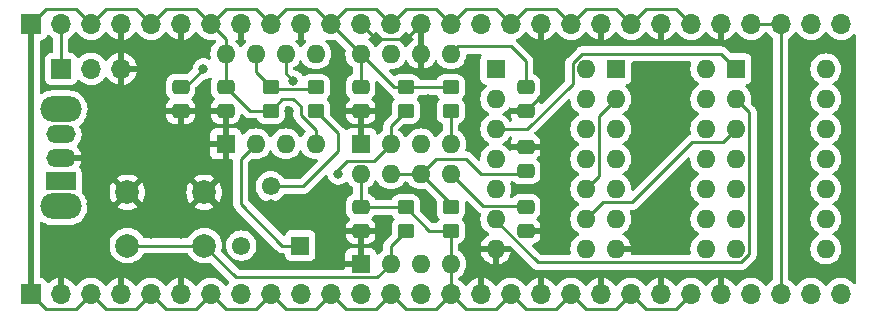
<source format=gbr>
%TF.GenerationSoftware,KiCad,Pcbnew,6.0.1-79c1e3a40b~116~ubuntu20.04.1*%
%TF.CreationDate,2022-02-13T18:37:16+04:00*%
%TF.ProjectId,clock_module,636c6f63-6b5f-46d6-9f64-756c652e6b69,rev?*%
%TF.SameCoordinates,Original*%
%TF.FileFunction,Copper,L2,Bot*%
%TF.FilePolarity,Positive*%
%FSLAX46Y46*%
G04 Gerber Fmt 4.6, Leading zero omitted, Abs format (unit mm)*
G04 Created by KiCad (PCBNEW 6.0.1-79c1e3a40b~116~ubuntu20.04.1) date 2022-02-13 18:37:16*
%MOMM*%
%LPD*%
G01*
G04 APERTURE LIST*
G04 Aperture macros list*
%AMRoundRect*
0 Rectangle with rounded corners*
0 $1 Rounding radius*
0 $2 $3 $4 $5 $6 $7 $8 $9 X,Y pos of 4 corners*
0 Add a 4 corners polygon primitive as box body*
4,1,4,$2,$3,$4,$5,$6,$7,$8,$9,$2,$3,0*
0 Add four circle primitives for the rounded corners*
1,1,$1+$1,$2,$3*
1,1,$1+$1,$4,$5*
1,1,$1+$1,$6,$7*
1,1,$1+$1,$8,$9*
0 Add four rect primitives between the rounded corners*
20,1,$1+$1,$2,$3,$4,$5,0*
20,1,$1+$1,$4,$5,$6,$7,0*
20,1,$1+$1,$6,$7,$8,$9,0*
20,1,$1+$1,$8,$9,$2,$3,0*%
G04 Aperture macros list end*
%TA.AperFunction,ComponentPad*%
%ADD10R,1.600000X1.600000*%
%TD*%
%TA.AperFunction,ComponentPad*%
%ADD11O,1.600000X1.600000*%
%TD*%
%TA.AperFunction,SMDPad,CuDef*%
%ADD12RoundRect,0.250000X-0.475000X0.337500X-0.475000X-0.337500X0.475000X-0.337500X0.475000X0.337500X0*%
%TD*%
%TA.AperFunction,ComponentPad*%
%ADD13R,1.700000X1.700000*%
%TD*%
%TA.AperFunction,ComponentPad*%
%ADD14O,1.700000X1.700000*%
%TD*%
%TA.AperFunction,ComponentPad*%
%ADD15R,1.550000X1.550000*%
%TD*%
%TA.AperFunction,ComponentPad*%
%ADD16C,1.550000*%
%TD*%
%TA.AperFunction,ComponentPad*%
%ADD17O,2.500000X1.500000*%
%TD*%
%TA.AperFunction,ComponentPad*%
%ADD18R,2.500000X1.500000*%
%TD*%
%TA.AperFunction,ComponentPad*%
%ADD19O,3.500000X2.200000*%
%TD*%
%TA.AperFunction,ComponentPad*%
%ADD20C,2.000000*%
%TD*%
%TA.AperFunction,SMDPad,CuDef*%
%ADD21RoundRect,0.250000X-0.450000X0.350000X-0.450000X-0.350000X0.450000X-0.350000X0.450000X0.350000X0*%
%TD*%
%TA.AperFunction,SMDPad,CuDef*%
%ADD22RoundRect,0.250000X0.450000X-0.350000X0.450000X0.350000X-0.450000X0.350000X-0.450000X-0.350000X0*%
%TD*%
%TA.AperFunction,SMDPad,CuDef*%
%ADD23RoundRect,0.250000X0.475000X-0.337500X0.475000X0.337500X-0.475000X0.337500X-0.475000X-0.337500X0*%
%TD*%
%TA.AperFunction,ViaPad*%
%ADD24C,0.800000*%
%TD*%
%TA.AperFunction,Conductor*%
%ADD25C,0.250000*%
%TD*%
%TA.AperFunction,Conductor*%
%ADD26C,0.500000*%
%TD*%
G04 APERTURE END LIST*
D10*
%TO.P,U1,1,GND*%
%TO.N,GND*%
X85090000Y-53330000D03*
D11*
%TO.P,U1,2,TR*%
%TO.N,Net-(C5-Pad1)*%
X87630000Y-53330000D03*
%TO.P,U1,3,Q*%
%TO.N,/ASTABLE_OUT*%
X90170000Y-53330000D03*
%TO.P,U1,4,R*%
%TO.N,VCC*%
X92710000Y-53330000D03*
%TO.P,U1,5,CV*%
%TO.N,Net-(C4-Pad1)*%
X92710000Y-45710000D03*
%TO.P,U1,6,THR*%
%TO.N,Net-(C5-Pad1)*%
X90170000Y-45710000D03*
%TO.P,U1,7,DIS*%
%TO.N,Net-(R1-Pad2)*%
X87630000Y-45710000D03*
%TO.P,U1,8,VCC*%
%TO.N,VCC*%
X85090000Y-45710000D03*
%TD*%
D12*
%TO.P,C1,2*%
%TO.N,GND*%
X85080000Y-50567500D03*
%TO.P,C1,1*%
%TO.N,VCC*%
X85080000Y-48492500D03*
%TD*%
D13*
%TO.P,J3,1,Pin_1*%
%TO.N,/HALT_INPUT*%
X71135000Y-46990000D03*
D14*
%TO.P,J3,2,Pin_2*%
%TO.N,Net-(U6-Pad1)*%
X73675000Y-46990000D03*
%TO.P,J3,3,Pin_3*%
%TO.N,GND*%
X76215000Y-46990000D03*
%TD*%
D10*
%TO.P,U3,1,GND*%
%TO.N,GND*%
X96530000Y-53330000D03*
D11*
%TO.P,U3,2,TR*%
%TO.N,Net-(R4-Pad2)*%
X99070000Y-53330000D03*
%TO.P,U3,3,Q*%
%TO.N,/BISTABLE_OUT*%
X101610000Y-53330000D03*
%TO.P,U3,4,R*%
%TO.N,Net-(R5-Pad2)*%
X104150000Y-53330000D03*
%TO.P,U3,5,CV*%
%TO.N,Net-(C8-Pad1)*%
X104150000Y-45710000D03*
%TO.P,U3,6,THR*%
%TO.N,GND*%
X101610000Y-45710000D03*
%TO.P,U3,7,DIS*%
%TO.N,unconnected-(U3-Pad7)*%
X99070000Y-45710000D03*
%TO.P,U3,8,VCC*%
%TO.N,VCC*%
X96530000Y-45710000D03*
%TD*%
D10*
%TO.P,U5,1*%
%TO.N,Net-(U4-Pad3)*%
X128280000Y-46990000D03*
D11*
%TO.P,U5,2*%
%TO.N,Net-(U4-Pad6)*%
X128280000Y-49530000D03*
%TO.P,U5,3*%
%TO.N,Net-(U4-Pad9)*%
X128280000Y-52070000D03*
%TO.P,U5,4*%
%TO.N,unconnected-(U5-Pad4)*%
X128280000Y-54610000D03*
%TO.P,U5,5*%
%TO.N,unconnected-(U5-Pad5)*%
X128280000Y-57150000D03*
%TO.P,U5,6*%
%TO.N,unconnected-(U5-Pad6)*%
X128280000Y-59690000D03*
%TO.P,U5,7,GND*%
%TO.N,GND*%
X128280000Y-62230000D03*
%TO.P,U5,8*%
%TO.N,unconnected-(U5-Pad8)*%
X135900000Y-62230000D03*
%TO.P,U5,9*%
%TO.N,unconnected-(U5-Pad9)*%
X135900000Y-59690000D03*
%TO.P,U5,10*%
%TO.N,unconnected-(U5-Pad10)*%
X135900000Y-57150000D03*
%TO.P,U5,11*%
%TO.N,unconnected-(U5-Pad11)*%
X135900000Y-54610000D03*
%TO.P,U5,12*%
%TO.N,unconnected-(U5-Pad12)*%
X135900000Y-52070000D03*
%TO.P,U5,13*%
%TO.N,unconnected-(U5-Pad13)*%
X135900000Y-49530000D03*
%TO.P,U5,14,VCC*%
%TO.N,VCC*%
X135900000Y-46990000D03*
%TD*%
D15*
%TO.P,RV1,1,1*%
%TO.N,Net-(C5-Pad1)*%
X91400000Y-61940000D03*
D16*
%TO.P,RV1,2,2*%
%TO.N,Net-(R6-Pad2)*%
X88900000Y-56940000D03*
%TO.P,RV1,3,3*%
%TO.N,unconnected-(RV1-Pad3)*%
X86400000Y-61940000D03*
%TD*%
D17*
%TO.P,SW2,3,C*%
%TO.N,Net-(R5-Pad2)*%
X71120000Y-52515000D03*
%TO.P,SW2,2,B*%
%TO.N,GND*%
X71120000Y-54515000D03*
D18*
%TO.P,SW2,1,A*%
%TO.N,Net-(R4-Pad2)*%
X71120000Y-56515000D03*
D19*
%TO.P,SW2,*%
%TO.N,*%
X71120000Y-58615000D03*
X71120000Y-50415000D03*
%TD*%
D10*
%TO.P,U6,1*%
%TO.N,Net-(U6-Pad1)*%
X118120000Y-46990000D03*
D11*
%TO.P,U6,2*%
%TO.N,Net-(U4-Pad10)*%
X118120000Y-49530000D03*
%TO.P,U6,3*%
%TO.N,/BISTABLE_OUT*%
X118120000Y-52070000D03*
%TO.P,U6,4*%
%TO.N,Net-(U4-Pad4)*%
X118120000Y-54610000D03*
%TO.P,U6,5*%
%TO.N,/CLK*%
X118120000Y-57150000D03*
%TO.P,U6,6*%
%TO.N,/~{CLK}*%
X118120000Y-59690000D03*
%TO.P,U6,7,GND*%
%TO.N,GND*%
X118120000Y-62230000D03*
%TO.P,U6,8*%
%TO.N,unconnected-(U6-Pad8)*%
X125740000Y-62230000D03*
%TO.P,U6,9*%
%TO.N,unconnected-(U6-Pad9)*%
X125740000Y-59690000D03*
%TO.P,U6,10*%
%TO.N,unconnected-(U6-Pad10)*%
X125740000Y-57150000D03*
%TO.P,U6,11*%
%TO.N,unconnected-(U6-Pad11)*%
X125740000Y-54610000D03*
%TO.P,U6,12*%
%TO.N,unconnected-(U6-Pad12)*%
X125740000Y-52070000D03*
%TO.P,U6,13*%
%TO.N,unconnected-(U6-Pad13)*%
X125740000Y-49530000D03*
%TO.P,U6,14,VCC*%
%TO.N,VCC*%
X125740000Y-46990000D03*
%TD*%
D20*
%TO.P,SW1,1,1*%
%TO.N,GND*%
X76760000Y-57440000D03*
X83260000Y-57440000D03*
%TO.P,SW1,2,2*%
%TO.N,Net-(R2-Pad2)*%
X76760000Y-61940000D03*
X83260000Y-61940000D03*
%TD*%
D10*
%TO.P,U2,1,GND*%
%TO.N,GND*%
X96520000Y-63490000D03*
D11*
%TO.P,U2,2,TR*%
%TO.N,Net-(R2-Pad2)*%
X99060000Y-63490000D03*
%TO.P,U2,3,Q*%
%TO.N,/MONOSTABLE_OUT*%
X101600000Y-63490000D03*
%TO.P,U2,4,R*%
%TO.N,VCC*%
X104140000Y-63490000D03*
%TO.P,U2,5,CV*%
%TO.N,Net-(C6-Pad1)*%
X104140000Y-55870000D03*
%TO.P,U2,6,THR*%
%TO.N,Net-(C7-Pad1)*%
X101600000Y-55870000D03*
%TO.P,U2,7,DIS*%
X99060000Y-55870000D03*
%TO.P,U2,8,VCC*%
%TO.N,VCC*%
X96520000Y-55870000D03*
%TD*%
D10*
%TO.P,U4,1*%
%TO.N,/ASTABLE_OUT*%
X107960000Y-46995000D03*
D11*
%TO.P,U4,2*%
%TO.N,/BISTABLE_OUT*%
X107960000Y-49535000D03*
%TO.P,U4,3*%
%TO.N,Net-(U4-Pad3)*%
X107960000Y-52075000D03*
%TO.P,U4,4*%
%TO.N,Net-(U4-Pad4)*%
X107960000Y-54615000D03*
%TO.P,U4,5*%
%TO.N,/MONOSTABLE_OUT*%
X107960000Y-57155000D03*
%TO.P,U4,6*%
%TO.N,Net-(U4-Pad6)*%
X107960000Y-59695000D03*
%TO.P,U4,7,GND*%
%TO.N,GND*%
X107960000Y-62235000D03*
%TO.P,U4,8*%
%TO.N,/CLK*%
X115580000Y-62235000D03*
%TO.P,U4,9*%
%TO.N,Net-(U4-Pad9)*%
X115580000Y-59695000D03*
%TO.P,U4,10*%
%TO.N,Net-(U4-Pad10)*%
X115580000Y-57155000D03*
%TO.P,U4,11*%
%TO.N,unconnected-(U4-Pad11)*%
X115580000Y-54615000D03*
%TO.P,U4,12*%
%TO.N,unconnected-(U4-Pad12)*%
X115580000Y-52075000D03*
%TO.P,U4,13*%
%TO.N,unconnected-(U4-Pad13)*%
X115580000Y-49535000D03*
%TO.P,U4,14,VCC*%
%TO.N,VCC*%
X115580000Y-46995000D03*
%TD*%
D21*
%TO.P,R6,1*%
%TO.N,Net-(R1-Pad2)*%
X92700000Y-48530000D03*
%TO.P,R6,2*%
%TO.N,Net-(R6-Pad2)*%
X92700000Y-50530000D03*
%TD*%
D12*
%TO.P,C6,1*%
%TO.N,Net-(C6-Pad1)*%
X110490000Y-58652500D03*
%TO.P,C6,2*%
%TO.N,GND*%
X110490000Y-60727500D03*
%TD*%
%TO.P,C4,1*%
%TO.N,Net-(C4-Pad1)*%
X81270000Y-48492500D03*
%TO.P,C4,2*%
%TO.N,GND*%
X81270000Y-50567500D03*
%TD*%
D21*
%TO.P,R4,1*%
%TO.N,VCC*%
X100330000Y-48530000D03*
%TO.P,R4,2*%
%TO.N,Net-(R4-Pad2)*%
X100330000Y-50530000D03*
%TD*%
D12*
%TO.P,C8,1*%
%TO.N,Net-(C8-Pad1)*%
X110490000Y-48492500D03*
%TO.P,C8,2*%
%TO.N,GND*%
X110490000Y-50567500D03*
%TD*%
D21*
%TO.P,R2,1*%
%TO.N,VCC*%
X100330000Y-58690000D03*
%TO.P,R2,2*%
%TO.N,Net-(R2-Pad2)*%
X100330000Y-60690000D03*
%TD*%
D12*
%TO.P,C2,1*%
%TO.N,VCC*%
X96520000Y-58652500D03*
%TO.P,C2,2*%
%TO.N,GND*%
X96520000Y-60727500D03*
%TD*%
D21*
%TO.P,R5,1*%
%TO.N,VCC*%
X104140000Y-48530000D03*
%TO.P,R5,2*%
%TO.N,Net-(R5-Pad2)*%
X104140000Y-50530000D03*
%TD*%
D13*
%TO.P,J1,1,Pin_1*%
%TO.N,VCC*%
X68595000Y-66040000D03*
D14*
%TO.P,J1,2,Pin_2*%
%TO.N,GND*%
X71135000Y-66040000D03*
%TO.P,J1,3,Pin_3*%
%TO.N,VCC*%
X73675000Y-66040000D03*
%TO.P,J1,4,Pin_4*%
%TO.N,GND*%
X76215000Y-66040000D03*
%TO.P,J1,5,Pin_5*%
%TO.N,VCC*%
X78755000Y-66040000D03*
%TO.P,J1,6,Pin_6*%
%TO.N,GND*%
X81295000Y-66040000D03*
%TO.P,J1,7,Pin_7*%
%TO.N,VCC*%
X83835000Y-66040000D03*
%TO.P,J1,8,Pin_8*%
%TO.N,GND*%
X86375000Y-66040000D03*
%TO.P,J1,9,Pin_9*%
%TO.N,VCC*%
X88915000Y-66040000D03*
%TO.P,J1,10,Pin_10*%
%TO.N,GND*%
X91455000Y-66040000D03*
%TO.P,J1,11,Pin_11*%
%TO.N,VCC*%
X93995000Y-66040000D03*
%TO.P,J1,12,Pin_12*%
%TO.N,GND*%
X96535000Y-66040000D03*
%TO.P,J1,13,Pin_13*%
%TO.N,VCC*%
X99075000Y-66040000D03*
%TO.P,J1,14,Pin_14*%
%TO.N,GND*%
X101615000Y-66040000D03*
%TO.P,J1,15,Pin_15*%
%TO.N,VCC*%
X104155000Y-66040000D03*
%TO.P,J1,16,Pin_16*%
%TO.N,GND*%
X106695000Y-66040000D03*
%TO.P,J1,17,Pin_17*%
%TO.N,VCC*%
X109235000Y-66040000D03*
%TO.P,J1,18,Pin_18*%
%TO.N,GND*%
X111775000Y-66040000D03*
%TO.P,J1,19,Pin_19*%
%TO.N,VCC*%
X114315000Y-66040000D03*
%TO.P,J1,20,Pin_20*%
%TO.N,GND*%
X116855000Y-66040000D03*
%TO.P,J1,21,Pin_21*%
%TO.N,VCC*%
X119395000Y-66040000D03*
%TO.P,J1,22,Pin_22*%
%TO.N,GND*%
X121935000Y-66040000D03*
%TO.P,J1,23,Pin_23*%
%TO.N,VCC*%
X124475000Y-66040000D03*
%TO.P,J1,24,Pin_24*%
%TO.N,GND*%
X127015000Y-66040000D03*
%TO.P,J1,25,Pin_25*%
%TO.N,/CLK*%
X129555000Y-66040000D03*
%TO.P,J1,26,Pin_26*%
X132095000Y-66040000D03*
%TO.P,J1,27,Pin_27*%
%TO.N,/~{CLK}*%
X134635000Y-66040000D03*
%TO.P,J1,28,Pin_28*%
X137175000Y-66040000D03*
%TD*%
D13*
%TO.P,J2,1,Pin_1*%
%TO.N,VCC*%
X68595000Y-43180000D03*
D14*
%TO.P,J2,2,Pin_2*%
%TO.N,/HALT_INPUT*%
X71135000Y-43180000D03*
%TO.P,J2,3,Pin_3*%
%TO.N,VCC*%
X73675000Y-43180000D03*
%TO.P,J2,4,Pin_4*%
%TO.N,GND*%
X76215000Y-43180000D03*
%TO.P,J2,5,Pin_5*%
%TO.N,VCC*%
X78755000Y-43180000D03*
%TO.P,J2,6,Pin_6*%
%TO.N,GND*%
X81295000Y-43180000D03*
%TO.P,J2,7,Pin_7*%
%TO.N,VCC*%
X83835000Y-43180000D03*
%TO.P,J2,8,Pin_8*%
%TO.N,GND*%
X86375000Y-43180000D03*
%TO.P,J2,9,Pin_9*%
%TO.N,VCC*%
X88915000Y-43180000D03*
%TO.P,J2,10,Pin_10*%
%TO.N,GND*%
X91455000Y-43180000D03*
%TO.P,J2,11,Pin_11*%
%TO.N,VCC*%
X93995000Y-43180000D03*
%TO.P,J2,12,Pin_12*%
%TO.N,GND*%
X96535000Y-43180000D03*
%TO.P,J2,13,Pin_13*%
%TO.N,VCC*%
X99075000Y-43180000D03*
%TO.P,J2,14,Pin_14*%
%TO.N,GND*%
X101615000Y-43180000D03*
%TO.P,J2,15,Pin_15*%
%TO.N,VCC*%
X104155000Y-43180000D03*
%TO.P,J2,16,Pin_16*%
%TO.N,GND*%
X106695000Y-43180000D03*
%TO.P,J2,17,Pin_17*%
%TO.N,VCC*%
X109235000Y-43180000D03*
%TO.P,J2,18,Pin_18*%
%TO.N,GND*%
X111775000Y-43180000D03*
%TO.P,J2,19,Pin_19*%
%TO.N,VCC*%
X114315000Y-43180000D03*
%TO.P,J2,20,Pin_20*%
%TO.N,GND*%
X116855000Y-43180000D03*
%TO.P,J2,21,Pin_21*%
%TO.N,VCC*%
X119395000Y-43180000D03*
%TO.P,J2,22,Pin_22*%
%TO.N,GND*%
X121935000Y-43180000D03*
%TO.P,J2,23,Pin_23*%
%TO.N,VCC*%
X124475000Y-43180000D03*
%TO.P,J2,24,Pin_24*%
%TO.N,GND*%
X127015000Y-43180000D03*
%TO.P,J2,25,Pin_25*%
%TO.N,/CLK*%
X129555000Y-43180000D03*
%TO.P,J2,26,Pin_26*%
X132095000Y-43180000D03*
%TO.P,J2,27,Pin_27*%
%TO.N,/~{CLK}*%
X134635000Y-43180000D03*
%TO.P,J2,28,Pin_28*%
X137175000Y-43180000D03*
%TD*%
D22*
%TO.P,R1,1*%
%TO.N,VCC*%
X88890000Y-50530000D03*
%TO.P,R1,2*%
%TO.N,Net-(R1-Pad2)*%
X88890000Y-48530000D03*
%TD*%
%TO.P,R3,1*%
%TO.N,VCC*%
X104140000Y-60690000D03*
%TO.P,R3,2*%
%TO.N,Net-(C7-Pad1)*%
X104140000Y-58690000D03*
%TD*%
D23*
%TO.P,C7,1*%
%TO.N,Net-(C7-Pad1)*%
X110490000Y-55647500D03*
%TO.P,C7,2*%
%TO.N,GND*%
X110490000Y-53572500D03*
%TD*%
D12*
%TO.P,C3,1*%
%TO.N,VCC*%
X96520000Y-48492500D03*
%TO.P,C3,2*%
%TO.N,GND*%
X96520000Y-50567500D03*
%TD*%
D24*
%TO.N,GND*%
X90424000Y-51562000D03*
X90424000Y-50546000D03*
X88900000Y-52070000D03*
X105918000Y-52070000D03*
X113030000Y-45466000D03*
X94488000Y-46990000D03*
X135890000Y-45085000D03*
X130810000Y-45085000D03*
X133350000Y-45085000D03*
X133350000Y-60960000D03*
X133350000Y-58420000D03*
X133350000Y-55880000D03*
X133350000Y-53340000D03*
X133350000Y-50800000D03*
X133350000Y-48260000D03*
X130810000Y-48260000D03*
X130810000Y-50800000D03*
X130810000Y-53340000D03*
X130810000Y-55880000D03*
X130810000Y-58420000D03*
X130556000Y-64008000D03*
X113030000Y-54457600D03*
X113233200Y-51612800D03*
X102362000Y-58674000D03*
X98425000Y-60325000D03*
X121285000Y-58420000D03*
X123190000Y-57150000D03*
X102235000Y-50800000D03*
X102235000Y-49530000D03*
X98425000Y-50165000D03*
X113030000Y-58420000D03*
X113030000Y-60960000D03*
X120650000Y-54610000D03*
X120650000Y-52070000D03*
X123190000Y-52070000D03*
X123190000Y-49530000D03*
X120650000Y-49530000D03*
X120650000Y-46990000D03*
X123190000Y-46990000D03*
X123190000Y-44450000D03*
X120650000Y-44450000D03*
X123190000Y-62230000D03*
X120650000Y-62230000D03*
X73660000Y-50800000D03*
X81280000Y-53340000D03*
X78740000Y-53340000D03*
X78740000Y-50800000D03*
X76200000Y-50800000D03*
X73660000Y-58420000D03*
X81280000Y-60960000D03*
X78740000Y-60960000D03*
X78740000Y-58420000D03*
X81280000Y-58420000D03*
X88900000Y-58420000D03*
X91440000Y-58420000D03*
X93980000Y-58420000D03*
X93980000Y-60960000D03*
X73660000Y-63500000D03*
X73660000Y-60960000D03*
X71120000Y-60960000D03*
X71120000Y-63500000D03*
%TO.N,Net-(C4-Pad1)*%
X83185000Y-46990000D03*
%TO.N,Net-(C5-Pad1)*%
X90805000Y-48006000D03*
%TO.N,Net-(R4-Pad2)*%
X94615000Y-55880000D03*
%TD*%
D25*
%TO.N,/HALT_INPUT*%
X71135000Y-46990000D02*
X71135000Y-43180000D01*
%TO.N,VCC*%
X91440000Y-50882492D02*
X92710000Y-52152493D01*
X90805000Y-49530000D02*
X91440000Y-50165000D01*
X88890000Y-50530000D02*
X89890000Y-49530000D01*
X89890000Y-49530000D02*
X90805000Y-49530000D01*
X91440000Y-50165000D02*
X91440000Y-50882492D01*
%TO.N,Net-(R1-Pad2)*%
X89090511Y-48730511D02*
X92499489Y-48730511D01*
X88890000Y-48530000D02*
X89090511Y-48730511D01*
X92499489Y-48730511D02*
X92700000Y-48530000D01*
%TO.N,Net-(C5-Pad1)*%
X90170000Y-45710000D02*
X90170000Y-46990000D01*
X90170000Y-46990000D02*
X90170000Y-47371000D01*
X90170000Y-47371000D02*
X90805000Y-48006000D01*
%TO.N,VCC*%
X92710000Y-52152493D02*
X92710000Y-53330000D01*
%TO.N,Net-(R2-Pad2)*%
X99060000Y-63490000D02*
X97935489Y-64614511D01*
X97935489Y-64614511D02*
X85934511Y-64614511D01*
X85934511Y-64614511D02*
X83260000Y-61940000D01*
X99060000Y-63490000D02*
X99060000Y-61960000D01*
X99060000Y-61960000D02*
X100330000Y-60690000D01*
%TO.N,GND*%
X110490000Y-50567500D02*
X111775000Y-49282500D01*
X111775000Y-49282500D02*
X111775000Y-43180000D01*
X96535000Y-43180000D02*
X97805000Y-44450000D01*
X97805000Y-44450000D02*
X100345000Y-44450000D01*
X100345000Y-44450000D02*
X101615000Y-43180000D01*
%TO.N,Net-(C4-Pad1)*%
X81682500Y-48492500D02*
X83185000Y-46990000D01*
%TO.N,VCC*%
X68595000Y-43180000D02*
X69865000Y-41910000D01*
X96530000Y-45710000D02*
X94000000Y-43180000D01*
X93995000Y-66040000D02*
X95265000Y-67310000D01*
X114315000Y-66040000D02*
X115585000Y-67310000D01*
X85090000Y-48482500D02*
X85090000Y-45710000D01*
X82565000Y-67310000D02*
X83835000Y-66040000D01*
X99075000Y-43180000D02*
X100345000Y-41910000D01*
X99075000Y-66040000D02*
X100345000Y-67310000D01*
X92725000Y-67310000D02*
X93995000Y-66040000D01*
X100330000Y-48530000D02*
X99350000Y-48530000D01*
X85090000Y-45710000D02*
X85090000Y-44435000D01*
X93995000Y-43180000D02*
X95250000Y-41925000D01*
X74945000Y-67310000D02*
X77485000Y-67310000D01*
X94000000Y-43180000D02*
X93995000Y-43180000D01*
X95265000Y-67310000D02*
X97805000Y-67310000D01*
X99350000Y-48530000D02*
X96530000Y-45710000D01*
X109235000Y-43180000D02*
X110490000Y-41925000D01*
X88915000Y-43180000D02*
X90185000Y-41910000D01*
X120665000Y-41910000D02*
X123205000Y-41910000D01*
X88890000Y-50530000D02*
X87117500Y-50530000D01*
X113045000Y-67310000D02*
X114315000Y-66040000D01*
X102330000Y-60690000D02*
X104140000Y-60690000D01*
X104140000Y-63490000D02*
X104140000Y-60690000D01*
X80025000Y-67310000D02*
X82565000Y-67310000D01*
X104155000Y-63505000D02*
X104140000Y-63490000D01*
X85105000Y-67310000D02*
X87645000Y-67310000D01*
X74930000Y-41910000D02*
X77485000Y-41910000D01*
X80010000Y-41910000D02*
X82565000Y-41910000D01*
X69865000Y-41910000D02*
X72405000Y-41910000D01*
X113045000Y-41910000D02*
X114315000Y-43180000D01*
X96520000Y-48492500D02*
X96530000Y-48482500D01*
X72405000Y-41910000D02*
X73675000Y-43180000D01*
X82565000Y-41910000D02*
X83835000Y-43180000D01*
X85090000Y-41910000D02*
X87645000Y-41910000D01*
X100330000Y-58690000D02*
X102330000Y-60690000D01*
D26*
X68595000Y-43180000D02*
X68595000Y-66040000D01*
D25*
X90185000Y-41910000D02*
X92725000Y-41910000D01*
X102885000Y-67310000D02*
X104155000Y-66040000D01*
X114315000Y-43180000D02*
X115585000Y-41910000D01*
X90185000Y-67310000D02*
X92725000Y-67310000D01*
X96557500Y-58690000D02*
X96520000Y-58652500D01*
X85090000Y-41925000D02*
X85090000Y-41910000D01*
X115585000Y-67310000D02*
X118125000Y-67310000D01*
X80010000Y-41925000D02*
X80010000Y-41910000D01*
X109235000Y-66040000D02*
X110505000Y-67310000D01*
X107965000Y-67310000D02*
X109235000Y-66040000D01*
X104155000Y-43180000D02*
X105425000Y-41910000D01*
X118125000Y-67310000D02*
X119395000Y-66040000D01*
X119395000Y-43180000D02*
X120665000Y-41910000D01*
X105425000Y-41910000D02*
X107965000Y-41910000D01*
X73675000Y-43180000D02*
X74930000Y-41925000D01*
X123205000Y-67310000D02*
X124475000Y-66040000D01*
X110505000Y-67310000D02*
X113045000Y-67310000D01*
X68595000Y-66040000D02*
X69865000Y-67310000D01*
X97805000Y-67310000D02*
X99075000Y-66040000D01*
X104155000Y-66040000D02*
X105425000Y-67310000D01*
X77485000Y-41910000D02*
X78755000Y-43180000D01*
X102885000Y-41910000D02*
X104155000Y-43180000D01*
X95250000Y-41910000D02*
X97805000Y-41910000D01*
X118125000Y-41910000D02*
X119395000Y-43180000D01*
X74930000Y-41925000D02*
X74930000Y-41910000D01*
X107965000Y-41910000D02*
X109235000Y-43180000D01*
X92725000Y-41910000D02*
X93995000Y-43180000D01*
X100345000Y-67310000D02*
X102885000Y-67310000D01*
X120665000Y-67310000D02*
X123205000Y-67310000D01*
X97805000Y-41910000D02*
X99075000Y-43180000D01*
X110490000Y-41910000D02*
X113045000Y-41910000D01*
X77485000Y-67310000D02*
X78755000Y-66040000D01*
X123205000Y-41910000D02*
X124475000Y-43180000D01*
X85080000Y-48492500D02*
X85090000Y-48482500D01*
X69865000Y-67310000D02*
X72405000Y-67310000D01*
X104140000Y-48530000D02*
X100330000Y-48530000D01*
X104155000Y-66040000D02*
X104155000Y-63505000D01*
X119395000Y-66040000D02*
X120665000Y-67310000D01*
X78755000Y-43180000D02*
X80010000Y-41925000D01*
X100330000Y-58690000D02*
X96557500Y-58690000D01*
X100345000Y-41910000D02*
X102885000Y-41910000D01*
X87645000Y-41910000D02*
X88915000Y-43180000D01*
X105425000Y-67310000D02*
X107965000Y-67310000D01*
X78755000Y-66040000D02*
X80025000Y-67310000D01*
X95250000Y-41925000D02*
X95250000Y-41910000D01*
X88915000Y-66040000D02*
X90185000Y-67310000D01*
X72405000Y-67310000D02*
X73675000Y-66040000D01*
X87117500Y-50530000D02*
X85080000Y-48492500D01*
X83835000Y-66040000D02*
X85105000Y-67310000D01*
X83835000Y-43180000D02*
X85090000Y-41925000D01*
X110490000Y-41925000D02*
X110490000Y-41910000D01*
X85090000Y-44435000D02*
X83835000Y-43180000D01*
X96530000Y-48482500D02*
X96530000Y-45710000D01*
X73675000Y-66040000D02*
X74945000Y-67310000D01*
X87645000Y-67310000D02*
X88915000Y-66040000D01*
X115585000Y-41910000D02*
X118125000Y-41910000D01*
X96520000Y-55870000D02*
X96520000Y-58652500D01*
%TO.N,Net-(C5-Pad1)*%
X89880000Y-61940000D02*
X86360000Y-58420000D01*
X86360000Y-54600000D02*
X87630000Y-53330000D01*
X91400000Y-61940000D02*
X89880000Y-61940000D01*
X86360000Y-58420000D02*
X86360000Y-54600000D01*
%TO.N,Net-(C6-Pad1)*%
X110402989Y-58565489D02*
X106835489Y-58565489D01*
X106835489Y-58565489D02*
X104140000Y-55870000D01*
X110490000Y-58652500D02*
X110402989Y-58565489D01*
%TO.N,Net-(C7-Pad1)*%
X102860000Y-54610000D02*
X101600000Y-55870000D01*
X110257500Y-55880000D02*
X110490000Y-55647500D01*
X106680000Y-55880000D02*
X110257500Y-55880000D01*
X99060000Y-55870000D02*
X101600000Y-55870000D01*
X101600000Y-55870000D02*
X104140000Y-58410000D01*
X105410000Y-54610000D02*
X106680000Y-55880000D01*
X102860000Y-54610000D02*
X105410000Y-54610000D01*
X104140000Y-58410000D02*
X104140000Y-58690000D01*
%TO.N,Net-(C8-Pad1)*%
X104150000Y-45710000D02*
X104775000Y-45085000D01*
X109220000Y-45085000D02*
X110490000Y-46355000D01*
X110490000Y-46355000D02*
X110490000Y-48492500D01*
X104775000Y-45085000D02*
X109220000Y-45085000D01*
%TO.N,Net-(R1-Pad2)*%
X88890000Y-48530000D02*
X87630000Y-47270000D01*
X87630000Y-47270000D02*
X87630000Y-45710000D01*
%TO.N,Net-(R2-Pad2)*%
X76760000Y-61940000D02*
X83260000Y-61940000D01*
%TO.N,Net-(R4-Pad2)*%
X95385489Y-54745489D02*
X94615000Y-55515978D01*
X95385489Y-54745489D02*
X97654511Y-54745489D01*
X94615000Y-55515978D02*
X94615000Y-55880000D01*
X100330000Y-50530000D02*
X99070000Y-51790000D01*
X99070000Y-51790000D02*
X99070000Y-53330000D01*
X97654511Y-54745489D02*
X99070000Y-53330000D01*
%TO.N,Net-(R5-Pad2)*%
X104140000Y-50530000D02*
X104150000Y-50540000D01*
X104150000Y-50540000D02*
X104150000Y-53330000D01*
%TO.N,Net-(R6-Pad2)*%
X94615000Y-52445000D02*
X92700000Y-50530000D01*
X91650000Y-56940000D02*
X94615000Y-53975000D01*
X88900000Y-56940000D02*
X91650000Y-56940000D01*
X94615000Y-53975000D02*
X94615000Y-52445000D01*
%TO.N,Net-(U4-Pad3)*%
X127010000Y-45720000D02*
X128280000Y-46990000D01*
X114455489Y-46529211D02*
X115264700Y-45720000D01*
X110607493Y-52075000D02*
X114455489Y-48227004D01*
X115264700Y-45720000D02*
X127010000Y-45720000D01*
X114455489Y-48227004D02*
X114455489Y-46529211D01*
X107960000Y-52075000D02*
X110607493Y-52075000D01*
%TO.N,Net-(U4-Pad6)*%
X107960000Y-59822493D02*
X111497018Y-63359511D01*
X129404511Y-62695789D02*
X129404511Y-50654511D01*
X128740789Y-63359511D02*
X129404511Y-62695789D01*
X129404511Y-50654511D02*
X128280000Y-49530000D01*
X107960000Y-59695000D02*
X107960000Y-59822493D01*
X111497018Y-63359511D02*
X128740789Y-63359511D01*
%TO.N,/CLK*%
X132095000Y-66040000D02*
X132095000Y-43180000D01*
X132095000Y-43180000D02*
X129555000Y-43180000D01*
%TO.N,Net-(U4-Pad9)*%
X116995489Y-58279511D02*
X119520489Y-58279511D01*
X127155489Y-53194511D02*
X128280000Y-52070000D01*
X119520489Y-58279511D02*
X124605489Y-53194511D01*
X124605489Y-53194511D02*
X127155489Y-53194511D01*
X115580000Y-59695000D02*
X116995489Y-58279511D01*
%TO.N,Net-(U4-Pad10)*%
X116704511Y-56030489D02*
X116704511Y-50945489D01*
X115580000Y-57155000D02*
X116704511Y-56030489D01*
X116704511Y-50945489D02*
X118120000Y-49530000D01*
%TD*%
%TA.AperFunction,Conductor*%
%TO.N,GND*%
G36*
X96731121Y-65268013D02*
G01*
X96777614Y-65321669D01*
X96789000Y-65374011D01*
X96789000Y-66168000D01*
X96768998Y-66236121D01*
X96715342Y-66282614D01*
X96663000Y-66294000D01*
X96407000Y-66294000D01*
X96338879Y-66273998D01*
X96292386Y-66220342D01*
X96281000Y-66168000D01*
X96281000Y-65374011D01*
X96301002Y-65305890D01*
X96354658Y-65259397D01*
X96407000Y-65248011D01*
X96663000Y-65248011D01*
X96731121Y-65268013D01*
G37*
%TD.AperFunction*%
%TA.AperFunction,Conductor*%
G36*
X111971121Y-42946002D02*
G01*
X112017614Y-42999658D01*
X112029000Y-43052000D01*
X112029000Y-44498517D01*
X112033064Y-44512359D01*
X112046478Y-44514393D01*
X112053184Y-44513534D01*
X112063262Y-44511392D01*
X112267255Y-44450191D01*
X112276842Y-44446433D01*
X112468095Y-44352739D01*
X112476945Y-44347464D01*
X112650328Y-44223792D01*
X112658200Y-44217139D01*
X112809052Y-44066812D01*
X112815730Y-44058965D01*
X112943022Y-43881819D01*
X112944279Y-43882722D01*
X112991373Y-43839362D01*
X113061311Y-43827145D01*
X113126751Y-43854678D01*
X113154579Y-43886511D01*
X113214987Y-43985088D01*
X113361250Y-44153938D01*
X113533126Y-44296632D01*
X113726000Y-44409338D01*
X113730825Y-44411180D01*
X113730826Y-44411181D01*
X113796729Y-44436347D01*
X113934692Y-44489030D01*
X113939760Y-44490061D01*
X113939763Y-44490062D01*
X114012901Y-44504942D01*
X114153597Y-44533567D01*
X114158772Y-44533757D01*
X114158774Y-44533757D01*
X114371673Y-44541564D01*
X114371677Y-44541564D01*
X114376837Y-44541753D01*
X114381957Y-44541097D01*
X114381959Y-44541097D01*
X114593288Y-44514025D01*
X114593289Y-44514025D01*
X114598416Y-44513368D01*
X114603369Y-44511882D01*
X114807429Y-44450661D01*
X114807434Y-44450659D01*
X114812384Y-44449174D01*
X115012994Y-44350896D01*
X115194860Y-44221173D01*
X115200963Y-44215092D01*
X115349435Y-44067137D01*
X115353096Y-44063489D01*
X115377719Y-44029223D01*
X115483453Y-43882077D01*
X115484640Y-43882930D01*
X115531960Y-43839362D01*
X115601897Y-43827145D01*
X115667338Y-43854678D01*
X115695166Y-43886511D01*
X115752694Y-43980388D01*
X115758777Y-43988699D01*
X115898213Y-44149667D01*
X115905580Y-44156883D01*
X116069434Y-44292916D01*
X116077881Y-44298831D01*
X116261756Y-44406279D01*
X116271042Y-44410729D01*
X116470001Y-44486703D01*
X116479899Y-44489579D01*
X116583250Y-44510606D01*
X116597299Y-44509410D01*
X116601000Y-44499065D01*
X116601000Y-43052000D01*
X116621002Y-42983879D01*
X116674658Y-42937386D01*
X116727000Y-42926000D01*
X116983000Y-42926000D01*
X117051121Y-42946002D01*
X117097614Y-42999658D01*
X117109000Y-43052000D01*
X117109000Y-44498517D01*
X117113064Y-44512359D01*
X117126478Y-44514393D01*
X117133184Y-44513534D01*
X117143262Y-44511392D01*
X117347255Y-44450191D01*
X117356842Y-44446433D01*
X117548095Y-44352739D01*
X117556945Y-44347464D01*
X117730328Y-44223792D01*
X117738200Y-44217139D01*
X117889052Y-44066812D01*
X117895730Y-44058965D01*
X118023022Y-43881819D01*
X118024279Y-43882722D01*
X118071373Y-43839362D01*
X118141311Y-43827145D01*
X118206751Y-43854678D01*
X118234579Y-43886511D01*
X118294987Y-43985088D01*
X118441250Y-44153938D01*
X118613126Y-44296632D01*
X118806000Y-44409338D01*
X118810825Y-44411180D01*
X118810826Y-44411181D01*
X118876729Y-44436347D01*
X119014692Y-44489030D01*
X119019760Y-44490061D01*
X119019763Y-44490062D01*
X119092901Y-44504942D01*
X119233597Y-44533567D01*
X119238772Y-44533757D01*
X119238774Y-44533757D01*
X119451673Y-44541564D01*
X119451677Y-44541564D01*
X119456837Y-44541753D01*
X119461957Y-44541097D01*
X119461959Y-44541097D01*
X119673288Y-44514025D01*
X119673289Y-44514025D01*
X119678416Y-44513368D01*
X119683369Y-44511882D01*
X119887429Y-44450661D01*
X119887434Y-44450659D01*
X119892384Y-44449174D01*
X120092994Y-44350896D01*
X120274860Y-44221173D01*
X120280963Y-44215092D01*
X120429435Y-44067137D01*
X120433096Y-44063489D01*
X120457719Y-44029223D01*
X120563453Y-43882077D01*
X120564640Y-43882930D01*
X120611960Y-43839362D01*
X120681897Y-43827145D01*
X120747338Y-43854678D01*
X120775166Y-43886511D01*
X120832694Y-43980388D01*
X120838777Y-43988699D01*
X120978213Y-44149667D01*
X120985580Y-44156883D01*
X121149434Y-44292916D01*
X121157881Y-44298831D01*
X121341756Y-44406279D01*
X121351042Y-44410729D01*
X121550001Y-44486703D01*
X121559899Y-44489579D01*
X121663250Y-44510606D01*
X121677299Y-44509410D01*
X121681000Y-44499065D01*
X121681000Y-43052000D01*
X121701002Y-42983879D01*
X121754658Y-42937386D01*
X121807000Y-42926000D01*
X122063000Y-42926000D01*
X122131121Y-42946002D01*
X122177614Y-42999658D01*
X122189000Y-43052000D01*
X122189000Y-44498517D01*
X122193064Y-44512359D01*
X122206478Y-44514393D01*
X122213184Y-44513534D01*
X122223262Y-44511392D01*
X122427255Y-44450191D01*
X122436842Y-44446433D01*
X122628095Y-44352739D01*
X122636945Y-44347464D01*
X122810328Y-44223792D01*
X122818200Y-44217139D01*
X122969052Y-44066812D01*
X122975730Y-44058965D01*
X123103022Y-43881819D01*
X123104279Y-43882722D01*
X123151373Y-43839362D01*
X123221311Y-43827145D01*
X123286751Y-43854678D01*
X123314579Y-43886511D01*
X123374987Y-43985088D01*
X123521250Y-44153938D01*
X123693126Y-44296632D01*
X123886000Y-44409338D01*
X123890825Y-44411180D01*
X123890826Y-44411181D01*
X123956729Y-44436347D01*
X124094692Y-44489030D01*
X124099760Y-44490061D01*
X124099763Y-44490062D01*
X124172901Y-44504942D01*
X124313597Y-44533567D01*
X124318772Y-44533757D01*
X124318774Y-44533757D01*
X124531673Y-44541564D01*
X124531677Y-44541564D01*
X124536837Y-44541753D01*
X124541957Y-44541097D01*
X124541959Y-44541097D01*
X124753288Y-44514025D01*
X124753289Y-44514025D01*
X124758416Y-44513368D01*
X124763369Y-44511882D01*
X124967429Y-44450661D01*
X124967434Y-44450659D01*
X124972384Y-44449174D01*
X125172994Y-44350896D01*
X125354860Y-44221173D01*
X125360963Y-44215092D01*
X125509435Y-44067137D01*
X125513096Y-44063489D01*
X125537719Y-44029223D01*
X125643453Y-43882077D01*
X125644640Y-43882930D01*
X125691960Y-43839362D01*
X125761897Y-43827145D01*
X125827338Y-43854678D01*
X125855166Y-43886511D01*
X125912694Y-43980388D01*
X125918777Y-43988699D01*
X126058213Y-44149667D01*
X126065580Y-44156883D01*
X126229434Y-44292916D01*
X126237881Y-44298831D01*
X126421756Y-44406279D01*
X126431042Y-44410729D01*
X126630001Y-44486703D01*
X126639899Y-44489579D01*
X126743250Y-44510606D01*
X126757299Y-44509410D01*
X126761000Y-44499065D01*
X126761000Y-43052000D01*
X126781002Y-42983879D01*
X126834658Y-42937386D01*
X126887000Y-42926000D01*
X127143000Y-42926000D01*
X127211121Y-42946002D01*
X127257614Y-42999658D01*
X127269000Y-43052000D01*
X127269000Y-44498517D01*
X127273064Y-44512359D01*
X127286478Y-44514393D01*
X127293184Y-44513534D01*
X127303262Y-44511392D01*
X127507255Y-44450191D01*
X127516842Y-44446433D01*
X127708095Y-44352739D01*
X127716945Y-44347464D01*
X127890328Y-44223792D01*
X127898200Y-44217139D01*
X128049052Y-44066812D01*
X128055730Y-44058965D01*
X128183022Y-43881819D01*
X128184279Y-43882722D01*
X128231373Y-43839362D01*
X128301311Y-43827145D01*
X128366751Y-43854678D01*
X128394579Y-43886511D01*
X128454987Y-43985088D01*
X128601250Y-44153938D01*
X128773126Y-44296632D01*
X128966000Y-44409338D01*
X128970825Y-44411180D01*
X128970826Y-44411181D01*
X129036729Y-44436347D01*
X129174692Y-44489030D01*
X129179760Y-44490061D01*
X129179763Y-44490062D01*
X129252901Y-44504942D01*
X129393597Y-44533567D01*
X129398772Y-44533757D01*
X129398774Y-44533757D01*
X129611673Y-44541564D01*
X129611677Y-44541564D01*
X129616837Y-44541753D01*
X129621957Y-44541097D01*
X129621959Y-44541097D01*
X129833288Y-44514025D01*
X129833289Y-44514025D01*
X129838416Y-44513368D01*
X129843369Y-44511882D01*
X130047429Y-44450661D01*
X130047434Y-44450659D01*
X130052384Y-44449174D01*
X130252994Y-44350896D01*
X130434860Y-44221173D01*
X130440963Y-44215092D01*
X130589435Y-44067137D01*
X130593096Y-44063489D01*
X130617719Y-44029223D01*
X130723453Y-43882077D01*
X130724774Y-43883026D01*
X130771663Y-43839849D01*
X130841600Y-43827628D01*
X130907042Y-43855158D01*
X130934874Y-43886995D01*
X130992285Y-43980680D01*
X130992290Y-43980687D01*
X130994987Y-43985088D01*
X131141250Y-44153938D01*
X131313126Y-44296632D01*
X131395858Y-44344976D01*
X131399070Y-44346853D01*
X131447794Y-44398491D01*
X131461500Y-44455641D01*
X131461500Y-64761692D01*
X131441498Y-64829813D01*
X131393683Y-64873453D01*
X131368607Y-64886507D01*
X131364474Y-64889610D01*
X131364471Y-64889612D01*
X131194100Y-65017530D01*
X131189965Y-65020635D01*
X131186393Y-65024373D01*
X131047117Y-65170117D01*
X131035629Y-65182138D01*
X130928201Y-65339621D01*
X130873293Y-65384621D01*
X130802768Y-65392792D01*
X130739021Y-65361538D01*
X130718324Y-65337054D01*
X130637822Y-65212617D01*
X130637820Y-65212614D01*
X130635014Y-65208277D01*
X130484670Y-65043051D01*
X130480619Y-65039852D01*
X130480615Y-65039848D01*
X130313414Y-64907800D01*
X130313410Y-64907798D01*
X130309359Y-64904598D01*
X130304831Y-64902098D01*
X130252945Y-64873456D01*
X130113789Y-64796638D01*
X130108920Y-64794914D01*
X130108916Y-64794912D01*
X129908087Y-64723795D01*
X129908083Y-64723794D01*
X129903212Y-64722069D01*
X129898119Y-64721162D01*
X129898116Y-64721161D01*
X129688373Y-64683800D01*
X129688367Y-64683799D01*
X129683284Y-64682894D01*
X129609452Y-64681992D01*
X129465081Y-64680228D01*
X129465079Y-64680228D01*
X129459911Y-64680165D01*
X129239091Y-64713955D01*
X129026756Y-64783357D01*
X128988066Y-64803498D01*
X128852975Y-64873822D01*
X128828607Y-64886507D01*
X128824474Y-64889610D01*
X128824471Y-64889612D01*
X128654100Y-65017530D01*
X128649965Y-65020635D01*
X128646393Y-65024373D01*
X128507117Y-65170117D01*
X128495629Y-65182138D01*
X128388204Y-65339618D01*
X128387898Y-65340066D01*
X128332987Y-65385069D01*
X128262462Y-65393240D01*
X128198715Y-65361986D01*
X128178018Y-65337502D01*
X128097426Y-65212926D01*
X128091136Y-65204757D01*
X127947806Y-65047240D01*
X127940273Y-65040215D01*
X127773139Y-64908222D01*
X127764552Y-64902517D01*
X127578117Y-64799599D01*
X127568705Y-64795369D01*
X127367959Y-64724280D01*
X127357988Y-64721646D01*
X127286837Y-64708972D01*
X127273540Y-64710432D01*
X127269000Y-64724989D01*
X127269000Y-66168000D01*
X127248998Y-66236121D01*
X127195342Y-66282614D01*
X127143000Y-66294000D01*
X126887000Y-66294000D01*
X126818879Y-66273998D01*
X126772386Y-66220342D01*
X126761000Y-66168000D01*
X126761000Y-64723102D01*
X126757082Y-64709758D01*
X126742806Y-64707771D01*
X126704324Y-64713660D01*
X126694288Y-64716051D01*
X126491868Y-64782212D01*
X126482359Y-64786209D01*
X126293463Y-64884542D01*
X126284738Y-64890036D01*
X126114433Y-65017905D01*
X126106726Y-65024748D01*
X125959590Y-65178717D01*
X125953109Y-65186722D01*
X125848498Y-65340074D01*
X125793587Y-65385076D01*
X125723062Y-65393247D01*
X125659315Y-65361993D01*
X125638618Y-65337509D01*
X125557822Y-65212617D01*
X125557820Y-65212614D01*
X125555014Y-65208277D01*
X125404670Y-65043051D01*
X125400619Y-65039852D01*
X125400615Y-65039848D01*
X125233414Y-64907800D01*
X125233410Y-64907798D01*
X125229359Y-64904598D01*
X125224831Y-64902098D01*
X125172945Y-64873456D01*
X125033789Y-64796638D01*
X125028920Y-64794914D01*
X125028916Y-64794912D01*
X124828087Y-64723795D01*
X124828083Y-64723794D01*
X124823212Y-64722069D01*
X124818119Y-64721162D01*
X124818116Y-64721161D01*
X124608373Y-64683800D01*
X124608367Y-64683799D01*
X124603284Y-64682894D01*
X124529452Y-64681992D01*
X124385081Y-64680228D01*
X124385079Y-64680228D01*
X124379911Y-64680165D01*
X124159091Y-64713955D01*
X123946756Y-64783357D01*
X123908066Y-64803498D01*
X123772975Y-64873822D01*
X123748607Y-64886507D01*
X123744474Y-64889610D01*
X123744471Y-64889612D01*
X123574100Y-65017530D01*
X123569965Y-65020635D01*
X123566393Y-65024373D01*
X123427117Y-65170117D01*
X123415629Y-65182138D01*
X123308204Y-65339618D01*
X123307898Y-65340066D01*
X123252987Y-65385069D01*
X123182462Y-65393240D01*
X123118715Y-65361986D01*
X123098018Y-65337502D01*
X123017426Y-65212926D01*
X123011136Y-65204757D01*
X122867806Y-65047240D01*
X122860273Y-65040215D01*
X122693139Y-64908222D01*
X122684552Y-64902517D01*
X122498117Y-64799599D01*
X122488705Y-64795369D01*
X122287959Y-64724280D01*
X122277988Y-64721646D01*
X122206837Y-64708972D01*
X122193540Y-64710432D01*
X122189000Y-64724989D01*
X122189000Y-66168000D01*
X122168998Y-66236121D01*
X122115342Y-66282614D01*
X122063000Y-66294000D01*
X121807000Y-66294000D01*
X121738879Y-66273998D01*
X121692386Y-66220342D01*
X121681000Y-66168000D01*
X121681000Y-64723102D01*
X121677082Y-64709758D01*
X121662806Y-64707771D01*
X121624324Y-64713660D01*
X121614288Y-64716051D01*
X121411868Y-64782212D01*
X121402359Y-64786209D01*
X121213463Y-64884542D01*
X121204738Y-64890036D01*
X121034433Y-65017905D01*
X121026726Y-65024748D01*
X120879590Y-65178717D01*
X120873109Y-65186722D01*
X120768498Y-65340074D01*
X120713587Y-65385076D01*
X120643062Y-65393247D01*
X120579315Y-65361993D01*
X120558618Y-65337509D01*
X120477822Y-65212617D01*
X120477820Y-65212614D01*
X120475014Y-65208277D01*
X120324670Y-65043051D01*
X120320619Y-65039852D01*
X120320615Y-65039848D01*
X120153414Y-64907800D01*
X120153410Y-64907798D01*
X120149359Y-64904598D01*
X120144831Y-64902098D01*
X120092945Y-64873456D01*
X119953789Y-64796638D01*
X119948920Y-64794914D01*
X119948916Y-64794912D01*
X119748087Y-64723795D01*
X119748083Y-64723794D01*
X119743212Y-64722069D01*
X119738119Y-64721162D01*
X119738116Y-64721161D01*
X119528373Y-64683800D01*
X119528367Y-64683799D01*
X119523284Y-64682894D01*
X119449452Y-64681992D01*
X119305081Y-64680228D01*
X119305079Y-64680228D01*
X119299911Y-64680165D01*
X119079091Y-64713955D01*
X118866756Y-64783357D01*
X118828066Y-64803498D01*
X118692975Y-64873822D01*
X118668607Y-64886507D01*
X118664474Y-64889610D01*
X118664471Y-64889612D01*
X118494100Y-65017530D01*
X118489965Y-65020635D01*
X118486393Y-65024373D01*
X118347117Y-65170117D01*
X118335629Y-65182138D01*
X118228204Y-65339618D01*
X118227898Y-65340066D01*
X118172987Y-65385069D01*
X118102462Y-65393240D01*
X118038715Y-65361986D01*
X118018018Y-65337502D01*
X117937426Y-65212926D01*
X117931136Y-65204757D01*
X117787806Y-65047240D01*
X117780273Y-65040215D01*
X117613139Y-64908222D01*
X117604552Y-64902517D01*
X117418117Y-64799599D01*
X117408705Y-64795369D01*
X117207959Y-64724280D01*
X117197988Y-64721646D01*
X117126837Y-64708972D01*
X117113540Y-64710432D01*
X117109000Y-64724989D01*
X117109000Y-66168000D01*
X117088998Y-66236121D01*
X117035342Y-66282614D01*
X116983000Y-66294000D01*
X116727000Y-66294000D01*
X116658879Y-66273998D01*
X116612386Y-66220342D01*
X116601000Y-66168000D01*
X116601000Y-64723102D01*
X116597082Y-64709758D01*
X116582806Y-64707771D01*
X116544324Y-64713660D01*
X116534288Y-64716051D01*
X116331868Y-64782212D01*
X116322359Y-64786209D01*
X116133463Y-64884542D01*
X116124738Y-64890036D01*
X115954433Y-65017905D01*
X115946726Y-65024748D01*
X115799590Y-65178717D01*
X115793109Y-65186722D01*
X115688498Y-65340074D01*
X115633587Y-65385076D01*
X115563062Y-65393247D01*
X115499315Y-65361993D01*
X115478618Y-65337509D01*
X115397822Y-65212617D01*
X115397820Y-65212614D01*
X115395014Y-65208277D01*
X115244670Y-65043051D01*
X115240619Y-65039852D01*
X115240615Y-65039848D01*
X115073414Y-64907800D01*
X115073410Y-64907798D01*
X115069359Y-64904598D01*
X115064831Y-64902098D01*
X115012945Y-64873456D01*
X114873789Y-64796638D01*
X114868920Y-64794914D01*
X114868916Y-64794912D01*
X114668087Y-64723795D01*
X114668083Y-64723794D01*
X114663212Y-64722069D01*
X114658119Y-64721162D01*
X114658116Y-64721161D01*
X114448373Y-64683800D01*
X114448367Y-64683799D01*
X114443284Y-64682894D01*
X114369452Y-64681992D01*
X114225081Y-64680228D01*
X114225079Y-64680228D01*
X114219911Y-64680165D01*
X113999091Y-64713955D01*
X113786756Y-64783357D01*
X113748066Y-64803498D01*
X113612975Y-64873822D01*
X113588607Y-64886507D01*
X113584474Y-64889610D01*
X113584471Y-64889612D01*
X113414100Y-65017530D01*
X113409965Y-65020635D01*
X113406393Y-65024373D01*
X113267117Y-65170117D01*
X113255629Y-65182138D01*
X113148204Y-65339618D01*
X113147898Y-65340066D01*
X113092987Y-65385069D01*
X113022462Y-65393240D01*
X112958715Y-65361986D01*
X112938018Y-65337502D01*
X112857426Y-65212926D01*
X112851136Y-65204757D01*
X112707806Y-65047240D01*
X112700273Y-65040215D01*
X112533139Y-64908222D01*
X112524552Y-64902517D01*
X112338117Y-64799599D01*
X112328705Y-64795369D01*
X112127959Y-64724280D01*
X112117988Y-64721646D01*
X112046837Y-64708972D01*
X112033540Y-64710432D01*
X112029000Y-64724989D01*
X112029000Y-66168000D01*
X112008998Y-66236121D01*
X111955342Y-66282614D01*
X111903000Y-66294000D01*
X111647000Y-66294000D01*
X111578879Y-66273998D01*
X111532386Y-66220342D01*
X111521000Y-66168000D01*
X111521000Y-64723102D01*
X111517082Y-64709758D01*
X111502806Y-64707771D01*
X111464324Y-64713660D01*
X111454288Y-64716051D01*
X111251868Y-64782212D01*
X111242359Y-64786209D01*
X111053463Y-64884542D01*
X111044738Y-64890036D01*
X110874433Y-65017905D01*
X110866726Y-65024748D01*
X110719590Y-65178717D01*
X110713109Y-65186722D01*
X110608498Y-65340074D01*
X110553587Y-65385076D01*
X110483062Y-65393247D01*
X110419315Y-65361993D01*
X110398618Y-65337509D01*
X110317822Y-65212617D01*
X110317820Y-65212614D01*
X110315014Y-65208277D01*
X110164670Y-65043051D01*
X110160619Y-65039852D01*
X110160615Y-65039848D01*
X109993414Y-64907800D01*
X109993410Y-64907798D01*
X109989359Y-64904598D01*
X109984831Y-64902098D01*
X109932945Y-64873456D01*
X109793789Y-64796638D01*
X109788920Y-64794914D01*
X109788916Y-64794912D01*
X109588087Y-64723795D01*
X109588083Y-64723794D01*
X109583212Y-64722069D01*
X109578119Y-64721162D01*
X109578116Y-64721161D01*
X109368373Y-64683800D01*
X109368367Y-64683799D01*
X109363284Y-64682894D01*
X109289452Y-64681992D01*
X109145081Y-64680228D01*
X109145079Y-64680228D01*
X109139911Y-64680165D01*
X108919091Y-64713955D01*
X108706756Y-64783357D01*
X108668066Y-64803498D01*
X108532975Y-64873822D01*
X108508607Y-64886507D01*
X108504474Y-64889610D01*
X108504471Y-64889612D01*
X108334100Y-65017530D01*
X108329965Y-65020635D01*
X108326393Y-65024373D01*
X108187117Y-65170117D01*
X108175629Y-65182138D01*
X108068204Y-65339618D01*
X108067898Y-65340066D01*
X108012987Y-65385069D01*
X107942462Y-65393240D01*
X107878715Y-65361986D01*
X107858018Y-65337502D01*
X107777426Y-65212926D01*
X107771136Y-65204757D01*
X107627806Y-65047240D01*
X107620273Y-65040215D01*
X107453139Y-64908222D01*
X107444552Y-64902517D01*
X107258117Y-64799599D01*
X107248705Y-64795369D01*
X107047959Y-64724280D01*
X107037988Y-64721646D01*
X106966837Y-64708972D01*
X106953540Y-64710432D01*
X106949000Y-64724989D01*
X106949000Y-66168000D01*
X106928998Y-66236121D01*
X106875342Y-66282614D01*
X106823000Y-66294000D01*
X106567000Y-66294000D01*
X106498879Y-66273998D01*
X106452386Y-66220342D01*
X106441000Y-66168000D01*
X106441000Y-64723102D01*
X106437082Y-64709758D01*
X106422806Y-64707771D01*
X106384324Y-64713660D01*
X106374288Y-64716051D01*
X106171868Y-64782212D01*
X106162359Y-64786209D01*
X105973463Y-64884542D01*
X105964738Y-64890036D01*
X105794433Y-65017905D01*
X105786726Y-65024748D01*
X105639590Y-65178717D01*
X105633109Y-65186722D01*
X105528498Y-65340074D01*
X105473587Y-65385076D01*
X105403062Y-65393247D01*
X105339315Y-65361993D01*
X105318618Y-65337509D01*
X105237822Y-65212617D01*
X105237820Y-65212614D01*
X105235014Y-65208277D01*
X105084670Y-65043051D01*
X105080619Y-65039852D01*
X105080615Y-65039848D01*
X104913414Y-64907800D01*
X104913410Y-64907798D01*
X104909359Y-64904598D01*
X104904835Y-64902101D01*
X104904831Y-64902098D01*
X104853608Y-64873822D01*
X104803636Y-64823390D01*
X104788500Y-64763513D01*
X104788500Y-64698890D01*
X104808502Y-64630769D01*
X104842228Y-64595678D01*
X104920619Y-64540788D01*
X104979789Y-64499357D01*
X104979792Y-64499355D01*
X104984300Y-64496198D01*
X105146198Y-64334300D01*
X105277523Y-64146749D01*
X105279846Y-64141767D01*
X105279849Y-64141762D01*
X105371961Y-63944225D01*
X105371961Y-63944224D01*
X105374284Y-63939243D01*
X105380941Y-63914401D01*
X105432119Y-63723402D01*
X105432119Y-63723400D01*
X105433543Y-63718087D01*
X105453498Y-63490000D01*
X105433543Y-63261913D01*
X105425829Y-63233124D01*
X105375707Y-63046067D01*
X105375706Y-63046065D01*
X105374284Y-63040757D01*
X105371961Y-63035775D01*
X105279849Y-62838238D01*
X105279846Y-62838233D01*
X105277523Y-62833251D01*
X105188427Y-62706009D01*
X105149357Y-62650211D01*
X105149355Y-62650208D01*
X105146198Y-62645700D01*
X105002020Y-62501522D01*
X106677273Y-62501522D01*
X106724764Y-62678761D01*
X106728510Y-62689053D01*
X106820586Y-62886511D01*
X106826069Y-62896007D01*
X106951028Y-63074467D01*
X106958084Y-63082875D01*
X107112125Y-63236916D01*
X107120533Y-63243972D01*
X107298993Y-63368931D01*
X107308489Y-63374414D01*
X107505947Y-63466490D01*
X107516239Y-63470236D01*
X107688503Y-63516394D01*
X107702599Y-63516058D01*
X107706000Y-63508116D01*
X107706000Y-63502967D01*
X108214000Y-63502967D01*
X108217973Y-63516498D01*
X108226522Y-63517727D01*
X108403761Y-63470236D01*
X108414053Y-63466490D01*
X108611511Y-63374414D01*
X108621007Y-63368931D01*
X108799467Y-63243972D01*
X108807875Y-63236916D01*
X108961916Y-63082875D01*
X108968972Y-63074467D01*
X109093931Y-62896007D01*
X109099414Y-62886511D01*
X109191490Y-62689053D01*
X109195236Y-62678761D01*
X109241394Y-62506497D01*
X109241058Y-62492401D01*
X109233116Y-62489000D01*
X108232115Y-62489000D01*
X108216876Y-62493475D01*
X108215671Y-62494865D01*
X108214000Y-62502548D01*
X108214000Y-63502967D01*
X107706000Y-63502967D01*
X107706000Y-62507115D01*
X107701525Y-62491876D01*
X107700135Y-62490671D01*
X107692452Y-62489000D01*
X106692033Y-62489000D01*
X106678502Y-62492973D01*
X106677273Y-62501522D01*
X105002020Y-62501522D01*
X104984300Y-62483802D01*
X104979792Y-62480645D01*
X104979789Y-62480643D01*
X104827229Y-62373819D01*
X104782901Y-62318362D01*
X104773500Y-62270606D01*
X104773500Y-61869197D01*
X104793502Y-61801076D01*
X104847158Y-61754583D01*
X104859623Y-61749674D01*
X104907002Y-61733867D01*
X104907004Y-61733866D01*
X104913946Y-61731550D01*
X104938637Y-61716271D01*
X105058120Y-61642332D01*
X105064348Y-61638478D01*
X105189305Y-61513303D01*
X105213669Y-61473777D01*
X105278275Y-61368968D01*
X105278276Y-61368966D01*
X105282115Y-61362738D01*
X105326539Y-61228802D01*
X105335632Y-61201389D01*
X105335632Y-61201387D01*
X105337797Y-61194861D01*
X105348500Y-61090400D01*
X105348500Y-60289600D01*
X105345205Y-60257839D01*
X105338238Y-60190692D01*
X105338237Y-60190688D01*
X105337526Y-60183834D01*
X105325980Y-60149225D01*
X105283868Y-60023002D01*
X105281550Y-60016054D01*
X105188478Y-59865652D01*
X105101891Y-59779216D01*
X105067812Y-59716934D01*
X105072815Y-59646114D01*
X105101736Y-59601025D01*
X105184134Y-59518483D01*
X105189305Y-59513303D01*
X105201543Y-59493449D01*
X105278275Y-59368968D01*
X105278276Y-59368966D01*
X105282115Y-59362738D01*
X105337797Y-59194861D01*
X105341453Y-59159184D01*
X105347241Y-59102688D01*
X105348500Y-59090400D01*
X105348500Y-58289600D01*
X105348163Y-58286350D01*
X105348068Y-58284510D01*
X105364520Y-58215446D01*
X105415700Y-58166241D01*
X105485357Y-58152516D01*
X105551377Y-58178630D01*
X105562994Y-58188899D01*
X106331837Y-58957742D01*
X106339377Y-58966028D01*
X106343489Y-58972507D01*
X106349266Y-58977932D01*
X106393140Y-59019132D01*
X106395982Y-59021887D01*
X106415719Y-59041624D01*
X106418916Y-59044104D01*
X106427936Y-59051807D01*
X106460168Y-59082075D01*
X106467114Y-59085894D01*
X106467117Y-59085896D01*
X106477923Y-59091837D01*
X106494442Y-59102688D01*
X106510448Y-59115103D01*
X106517717Y-59118248D01*
X106517721Y-59118251D01*
X106551026Y-59132663D01*
X106561676Y-59137880D01*
X106600429Y-59159184D01*
X106616028Y-59163189D01*
X106677033Y-59199501D01*
X106708723Y-59263032D01*
X106706401Y-59317841D01*
X106666457Y-59466913D01*
X106646502Y-59695000D01*
X106666457Y-59923087D01*
X106667881Y-59928400D01*
X106667881Y-59928402D01*
X106700472Y-60050030D01*
X106725716Y-60144243D01*
X106728039Y-60149224D01*
X106728039Y-60149225D01*
X106820151Y-60346762D01*
X106820154Y-60346767D01*
X106822477Y-60351749D01*
X106825634Y-60356257D01*
X106948256Y-60531379D01*
X106953802Y-60539300D01*
X107115700Y-60701198D01*
X107120208Y-60704355D01*
X107120211Y-60704357D01*
X107142225Y-60719771D01*
X107303251Y-60832523D01*
X107308233Y-60834846D01*
X107308238Y-60834849D01*
X107343049Y-60851081D01*
X107396334Y-60897998D01*
X107415795Y-60966275D01*
X107395253Y-61034235D01*
X107343049Y-61079471D01*
X107308489Y-61095586D01*
X107298993Y-61101069D01*
X107120533Y-61226028D01*
X107112125Y-61233084D01*
X106958084Y-61387125D01*
X106951028Y-61395533D01*
X106826069Y-61573993D01*
X106820586Y-61583489D01*
X106728510Y-61780947D01*
X106724764Y-61791239D01*
X106678606Y-61963503D01*
X106678942Y-61977599D01*
X106686884Y-61981000D01*
X109170413Y-61981000D01*
X109238534Y-62001002D01*
X109259506Y-62017903D01*
X110128113Y-62886511D01*
X110993366Y-63751764D01*
X111000906Y-63760050D01*
X111005018Y-63766529D01*
X111010795Y-63771954D01*
X111054669Y-63813154D01*
X111057511Y-63815909D01*
X111077248Y-63835646D01*
X111080445Y-63838126D01*
X111089465Y-63845829D01*
X111121697Y-63876097D01*
X111128643Y-63879916D01*
X111128646Y-63879918D01*
X111139452Y-63885859D01*
X111155971Y-63896710D01*
X111171977Y-63909125D01*
X111179246Y-63912270D01*
X111179250Y-63912273D01*
X111212555Y-63926685D01*
X111223205Y-63931902D01*
X111261958Y-63953206D01*
X111269633Y-63955177D01*
X111269634Y-63955177D01*
X111281580Y-63958244D01*
X111300285Y-63964648D01*
X111318873Y-63972692D01*
X111326696Y-63973931D01*
X111326706Y-63973934D01*
X111362542Y-63979610D01*
X111374162Y-63982016D01*
X111405977Y-63990184D01*
X111416988Y-63993011D01*
X111437242Y-63993011D01*
X111456952Y-63994562D01*
X111476961Y-63997731D01*
X111484853Y-63996985D01*
X111503598Y-63995213D01*
X111520980Y-63993570D01*
X111532837Y-63993011D01*
X128662022Y-63993011D01*
X128673205Y-63993538D01*
X128680698Y-63995213D01*
X128688624Y-63994964D01*
X128688625Y-63994964D01*
X128748775Y-63993073D01*
X128752734Y-63993011D01*
X128780645Y-63993011D01*
X128784580Y-63992514D01*
X128784645Y-63992506D01*
X128796482Y-63991573D01*
X128828740Y-63990559D01*
X128832759Y-63990433D01*
X128840678Y-63990184D01*
X128860132Y-63984532D01*
X128879489Y-63980524D01*
X128891719Y-63978979D01*
X128891720Y-63978979D01*
X128899586Y-63977985D01*
X128906957Y-63975066D01*
X128906959Y-63975066D01*
X128940701Y-63961707D01*
X128951931Y-63957862D01*
X128986772Y-63947740D01*
X128986773Y-63947740D01*
X128994382Y-63945529D01*
X129001201Y-63941496D01*
X129001206Y-63941494D01*
X129011817Y-63935218D01*
X129029565Y-63926523D01*
X129048406Y-63919063D01*
X129084176Y-63893075D01*
X129094096Y-63886559D01*
X129125324Y-63868091D01*
X129125327Y-63868089D01*
X129132151Y-63864053D01*
X129146472Y-63849732D01*
X129161506Y-63836891D01*
X129171483Y-63829642D01*
X129177896Y-63824983D01*
X129206087Y-63790906D01*
X129214077Y-63782127D01*
X129796758Y-63199446D01*
X129805048Y-63191902D01*
X129811529Y-63187789D01*
X129858170Y-63138121D01*
X129860924Y-63135280D01*
X129880646Y-63115558D01*
X129883123Y-63112365D01*
X129890828Y-63103344D01*
X129915670Y-63076889D01*
X129921097Y-63071110D01*
X129924918Y-63064160D01*
X129930857Y-63053357D01*
X129941713Y-63036830D01*
X129949268Y-63027091D01*
X129949269Y-63027089D01*
X129954125Y-63020829D01*
X129971685Y-62980249D01*
X129976902Y-62969601D01*
X129994386Y-62937798D01*
X129994387Y-62937796D01*
X129998206Y-62930849D01*
X130003244Y-62911226D01*
X130009648Y-62892523D01*
X130014544Y-62881209D01*
X130014544Y-62881208D01*
X130017692Y-62873934D01*
X130018931Y-62866111D01*
X130018934Y-62866101D01*
X130024610Y-62830265D01*
X130027016Y-62818645D01*
X130036039Y-62783500D01*
X130036039Y-62783499D01*
X130038011Y-62775819D01*
X130038011Y-62755565D01*
X130039562Y-62735854D01*
X130041491Y-62723675D01*
X130042731Y-62715846D01*
X130038570Y-62671827D01*
X130038011Y-62659970D01*
X130038011Y-50733279D01*
X130038538Y-50722096D01*
X130040213Y-50714603D01*
X130038891Y-50672523D01*
X130038073Y-50646513D01*
X130038011Y-50642555D01*
X130038011Y-50614655D01*
X130037507Y-50610664D01*
X130036574Y-50598822D01*
X130035434Y-50562547D01*
X130035185Y-50554622D01*
X130032973Y-50547008D01*
X130032972Y-50547003D01*
X130029534Y-50535170D01*
X130025523Y-50515806D01*
X130023978Y-50503575D01*
X130022985Y-50495714D01*
X130020068Y-50488347D01*
X130020067Y-50488342D01*
X130006709Y-50454603D01*
X130002865Y-50443376D01*
X129992741Y-50408533D01*
X129990529Y-50400918D01*
X129980218Y-50383483D01*
X129971523Y-50365735D01*
X129964063Y-50346894D01*
X129938075Y-50311124D01*
X129931559Y-50301204D01*
X129913091Y-50269976D01*
X129913089Y-50269973D01*
X129909053Y-50263149D01*
X129894732Y-50248828D01*
X129881891Y-50233794D01*
X129874642Y-50223817D01*
X129869983Y-50217404D01*
X129835906Y-50189213D01*
X129827127Y-50181223D01*
X129589152Y-49943248D01*
X129555126Y-49880936D01*
X129556541Y-49821541D01*
X129572118Y-49763409D01*
X129572120Y-49763398D01*
X129573543Y-49758087D01*
X129593498Y-49530000D01*
X129573543Y-49301913D01*
X129569403Y-49286461D01*
X129515707Y-49086067D01*
X129515706Y-49086065D01*
X129514284Y-49080757D01*
X129493491Y-49036166D01*
X129419849Y-48878238D01*
X129419846Y-48878233D01*
X129417523Y-48873251D01*
X129344098Y-48768389D01*
X129289357Y-48690211D01*
X129289355Y-48690208D01*
X129286198Y-48685700D01*
X129124300Y-48523802D01*
X129119789Y-48520643D01*
X129115576Y-48517108D01*
X129116527Y-48515974D01*
X129076529Y-48465929D01*
X129069224Y-48395310D01*
X129101258Y-48331951D01*
X129162462Y-48295970D01*
X129179517Y-48292918D01*
X129190316Y-48291745D01*
X129326705Y-48240615D01*
X129443261Y-48153261D01*
X129530615Y-48036705D01*
X129581745Y-47900316D01*
X129588500Y-47838134D01*
X129588500Y-46141866D01*
X129581745Y-46079684D01*
X129530615Y-45943295D01*
X129443261Y-45826739D01*
X129326705Y-45739385D01*
X129190316Y-45688255D01*
X129128134Y-45681500D01*
X127919595Y-45681500D01*
X127851474Y-45661498D01*
X127830500Y-45644595D01*
X127513652Y-45327747D01*
X127506112Y-45319461D01*
X127502000Y-45312982D01*
X127452348Y-45266356D01*
X127449507Y-45263602D01*
X127429770Y-45243865D01*
X127426573Y-45241385D01*
X127417551Y-45233680D01*
X127404116Y-45221064D01*
X127385321Y-45203414D01*
X127378375Y-45199595D01*
X127378372Y-45199593D01*
X127367566Y-45193652D01*
X127351047Y-45182801D01*
X127350583Y-45182441D01*
X127335041Y-45170386D01*
X127327772Y-45167241D01*
X127327768Y-45167238D01*
X127294463Y-45152826D01*
X127283813Y-45147609D01*
X127245060Y-45126305D01*
X127225437Y-45121267D01*
X127206734Y-45114863D01*
X127195420Y-45109967D01*
X127195419Y-45109967D01*
X127188145Y-45106819D01*
X127180322Y-45105580D01*
X127180312Y-45105577D01*
X127144476Y-45099901D01*
X127132856Y-45097495D01*
X127097711Y-45088472D01*
X127097710Y-45088472D01*
X127090030Y-45086500D01*
X127069776Y-45086500D01*
X127050065Y-45084949D01*
X127037886Y-45083020D01*
X127030057Y-45081780D01*
X127000786Y-45084547D01*
X126986039Y-45085941D01*
X126974181Y-45086500D01*
X115343467Y-45086500D01*
X115332284Y-45085973D01*
X115324791Y-45084298D01*
X115316865Y-45084547D01*
X115316864Y-45084547D01*
X115256714Y-45086438D01*
X115252755Y-45086500D01*
X115224844Y-45086500D01*
X115220910Y-45086997D01*
X115220909Y-45086997D01*
X115220844Y-45087005D01*
X115209007Y-45087938D01*
X115177190Y-45088938D01*
X115172729Y-45089078D01*
X115164810Y-45089327D01*
X115154036Y-45092457D01*
X115145358Y-45094978D01*
X115126006Y-45098986D01*
X115118935Y-45099880D01*
X115105903Y-45101526D01*
X115098534Y-45104443D01*
X115098532Y-45104444D01*
X115064797Y-45117800D01*
X115053569Y-45121645D01*
X115011107Y-45133982D01*
X115004285Y-45138016D01*
X115004279Y-45138019D01*
X114993668Y-45144294D01*
X114975918Y-45152990D01*
X114964456Y-45157528D01*
X114964451Y-45157531D01*
X114957083Y-45160448D01*
X114939670Y-45173099D01*
X114921325Y-45186427D01*
X114911407Y-45192943D01*
X114900163Y-45199593D01*
X114873337Y-45215458D01*
X114859013Y-45229782D01*
X114843981Y-45242621D01*
X114827593Y-45254528D01*
X114799412Y-45288593D01*
X114791422Y-45297373D01*
X114063236Y-46025559D01*
X114054950Y-46033099D01*
X114048471Y-46037211D01*
X114043046Y-46042988D01*
X114001846Y-46086862D01*
X113999091Y-46089704D01*
X113979354Y-46109441D01*
X113976874Y-46112638D01*
X113969171Y-46121658D01*
X113938903Y-46153890D01*
X113935084Y-46160836D01*
X113935082Y-46160839D01*
X113929141Y-46171645D01*
X113918290Y-46188164D01*
X113905875Y-46204170D01*
X113902730Y-46211439D01*
X113902727Y-46211443D01*
X113888315Y-46244748D01*
X113883098Y-46255398D01*
X113861794Y-46294151D01*
X113857434Y-46311134D01*
X113856756Y-46313773D01*
X113850352Y-46332477D01*
X113845692Y-46343247D01*
X113842308Y-46351066D01*
X113841069Y-46358889D01*
X113841066Y-46358899D01*
X113835390Y-46394735D01*
X113832984Y-46406355D01*
X113828212Y-46424942D01*
X113821989Y-46449181D01*
X113821989Y-46469435D01*
X113820438Y-46489145D01*
X113817269Y-46509154D01*
X113821197Y-46550702D01*
X113821430Y-46553172D01*
X113821989Y-46565030D01*
X113821989Y-47912410D01*
X113801987Y-47980531D01*
X113785084Y-48001505D01*
X111853990Y-49932598D01*
X111791678Y-49966624D01*
X111720862Y-49961559D01*
X111664027Y-49919012D01*
X111656304Y-49906138D01*
X111656094Y-49906268D01*
X111566937Y-49762193D01*
X111557901Y-49750792D01*
X111443172Y-49636262D01*
X111434238Y-49629206D01*
X111393177Y-49571288D01*
X111389947Y-49500365D01*
X111425574Y-49438954D01*
X111433407Y-49432154D01*
X111439348Y-49428478D01*
X111564305Y-49303303D01*
X111625550Y-49203946D01*
X111653275Y-49158968D01*
X111653276Y-49158966D01*
X111657115Y-49152738D01*
X111692324Y-49046586D01*
X111710632Y-48991389D01*
X111710632Y-48991387D01*
X111712797Y-48984861D01*
X111713758Y-48975489D01*
X111723172Y-48883598D01*
X111723500Y-48880400D01*
X111723500Y-48104600D01*
X111722389Y-48093891D01*
X111713238Y-48005692D01*
X111713237Y-48005688D01*
X111712526Y-47998834D01*
X111701986Y-47967240D01*
X111658868Y-47838002D01*
X111656550Y-47831054D01*
X111563478Y-47680652D01*
X111438303Y-47555695D01*
X111396424Y-47529880D01*
X111293968Y-47466725D01*
X111293966Y-47466724D01*
X111287738Y-47462885D01*
X111219833Y-47440362D01*
X111209833Y-47437045D01*
X111151473Y-47396614D01*
X111124236Y-47331050D01*
X111123500Y-47317452D01*
X111123500Y-46433767D01*
X111124027Y-46422584D01*
X111125702Y-46415091D01*
X111125428Y-46406355D01*
X111123562Y-46347014D01*
X111123500Y-46343055D01*
X111123500Y-46315144D01*
X111122995Y-46311144D01*
X111122062Y-46299301D01*
X111121692Y-46287509D01*
X111120673Y-46255110D01*
X111115022Y-46235658D01*
X111111014Y-46216306D01*
X111109467Y-46204063D01*
X111108474Y-46196203D01*
X111105556Y-46188832D01*
X111092200Y-46155097D01*
X111088355Y-46143870D01*
X111081770Y-46121206D01*
X111076018Y-46101407D01*
X111071984Y-46094585D01*
X111071981Y-46094579D01*
X111065706Y-46083968D01*
X111057010Y-46066218D01*
X111052472Y-46054756D01*
X111052469Y-46054751D01*
X111049552Y-46047383D01*
X111033696Y-46025559D01*
X111023573Y-46011625D01*
X111017057Y-46001707D01*
X111000891Y-45974373D01*
X110994542Y-45963637D01*
X110980218Y-45949313D01*
X110967376Y-45934278D01*
X110966162Y-45932607D01*
X110955472Y-45917893D01*
X110921406Y-45889711D01*
X110912627Y-45881722D01*
X109723652Y-44692747D01*
X109716112Y-44684461D01*
X109712000Y-44677982D01*
X109691041Y-44658300D01*
X109655075Y-44597090D01*
X109657912Y-44526150D01*
X109698651Y-44468005D01*
X109730026Y-44449881D01*
X109732384Y-44449174D01*
X109781644Y-44425042D01*
X109928346Y-44353173D01*
X109932994Y-44350896D01*
X110114860Y-44221173D01*
X110120963Y-44215092D01*
X110269435Y-44067137D01*
X110273096Y-44063489D01*
X110297719Y-44029223D01*
X110403453Y-43882077D01*
X110404640Y-43882930D01*
X110451960Y-43839362D01*
X110521897Y-43827145D01*
X110587338Y-43854678D01*
X110615166Y-43886511D01*
X110672694Y-43980388D01*
X110678777Y-43988699D01*
X110818213Y-44149667D01*
X110825580Y-44156883D01*
X110989434Y-44292916D01*
X110997881Y-44298831D01*
X111181756Y-44406279D01*
X111191042Y-44410729D01*
X111390001Y-44486703D01*
X111399899Y-44489579D01*
X111503250Y-44510606D01*
X111517299Y-44509410D01*
X111521000Y-44499065D01*
X111521000Y-43052000D01*
X111541002Y-42983879D01*
X111594658Y-42937386D01*
X111647000Y-42926000D01*
X111903000Y-42926000D01*
X111971121Y-42946002D01*
G37*
%TD.AperFunction*%
%TA.AperFunction,Conductor*%
G36*
X76411121Y-42946002D02*
G01*
X76457614Y-42999658D01*
X76469000Y-43052000D01*
X76469000Y-44498517D01*
X76473064Y-44512359D01*
X76486478Y-44514393D01*
X76493184Y-44513534D01*
X76503262Y-44511392D01*
X76707255Y-44450191D01*
X76716842Y-44446433D01*
X76908095Y-44352739D01*
X76916945Y-44347464D01*
X77090328Y-44223792D01*
X77098200Y-44217139D01*
X77249052Y-44066812D01*
X77255730Y-44058965D01*
X77383022Y-43881819D01*
X77384279Y-43882722D01*
X77431373Y-43839362D01*
X77501311Y-43827145D01*
X77566751Y-43854678D01*
X77594579Y-43886511D01*
X77654987Y-43985088D01*
X77801250Y-44153938D01*
X77973126Y-44296632D01*
X78166000Y-44409338D01*
X78170825Y-44411180D01*
X78170826Y-44411181D01*
X78236729Y-44436347D01*
X78374692Y-44489030D01*
X78379760Y-44490061D01*
X78379763Y-44490062D01*
X78452901Y-44504942D01*
X78593597Y-44533567D01*
X78598772Y-44533757D01*
X78598774Y-44533757D01*
X78811673Y-44541564D01*
X78811677Y-44541564D01*
X78816837Y-44541753D01*
X78821957Y-44541097D01*
X78821959Y-44541097D01*
X79033288Y-44514025D01*
X79033289Y-44514025D01*
X79038416Y-44513368D01*
X79043369Y-44511882D01*
X79247429Y-44450661D01*
X79247434Y-44450659D01*
X79252384Y-44449174D01*
X79452994Y-44350896D01*
X79634860Y-44221173D01*
X79640963Y-44215092D01*
X79789435Y-44067137D01*
X79793096Y-44063489D01*
X79817719Y-44029223D01*
X79923453Y-43882077D01*
X79924640Y-43882930D01*
X79971960Y-43839362D01*
X80041897Y-43827145D01*
X80107338Y-43854678D01*
X80135166Y-43886511D01*
X80192694Y-43980388D01*
X80198777Y-43988699D01*
X80338213Y-44149667D01*
X80345580Y-44156883D01*
X80509434Y-44292916D01*
X80517881Y-44298831D01*
X80701756Y-44406279D01*
X80711042Y-44410729D01*
X80910001Y-44486703D01*
X80919899Y-44489579D01*
X81023250Y-44510606D01*
X81037299Y-44509410D01*
X81041000Y-44499065D01*
X81041000Y-43052000D01*
X81061002Y-42983879D01*
X81114658Y-42937386D01*
X81167000Y-42926000D01*
X81423000Y-42926000D01*
X81491121Y-42946002D01*
X81537614Y-42999658D01*
X81549000Y-43052000D01*
X81549000Y-44498517D01*
X81553064Y-44512359D01*
X81566478Y-44514393D01*
X81573184Y-44513534D01*
X81583262Y-44511392D01*
X81787255Y-44450191D01*
X81796842Y-44446433D01*
X81988095Y-44352739D01*
X81996945Y-44347464D01*
X82170328Y-44223792D01*
X82178200Y-44217139D01*
X82329052Y-44066812D01*
X82335730Y-44058965D01*
X82463022Y-43881819D01*
X82464279Y-43882722D01*
X82511373Y-43839362D01*
X82581311Y-43827145D01*
X82646751Y-43854678D01*
X82674579Y-43886511D01*
X82734987Y-43985088D01*
X82881250Y-44153938D01*
X83053126Y-44296632D01*
X83246000Y-44409338D01*
X83250825Y-44411180D01*
X83250826Y-44411181D01*
X83316729Y-44436347D01*
X83454692Y-44489030D01*
X83459760Y-44490061D01*
X83459763Y-44490062D01*
X83532901Y-44504942D01*
X83673597Y-44533567D01*
X83678772Y-44533757D01*
X83678774Y-44533757D01*
X83891673Y-44541564D01*
X83891677Y-44541564D01*
X83896837Y-44541753D01*
X83901957Y-44541097D01*
X83901959Y-44541097D01*
X84116740Y-44513583D01*
X84186850Y-44524768D01*
X84239784Y-44572081D01*
X84258735Y-44640501D01*
X84237687Y-44708306D01*
X84221845Y-44727657D01*
X84083802Y-44865700D01*
X83952477Y-45053251D01*
X83950154Y-45058233D01*
X83950151Y-45058238D01*
X83858039Y-45255775D01*
X83855716Y-45260757D01*
X83854294Y-45266065D01*
X83854293Y-45266067D01*
X83797883Y-45476591D01*
X83796457Y-45481913D01*
X83776502Y-45710000D01*
X83796457Y-45938087D01*
X83797881Y-45943400D01*
X83797881Y-45943402D01*
X83828961Y-46059393D01*
X83827271Y-46130369D01*
X83787477Y-46189165D01*
X83722213Y-46217113D01*
X83652199Y-46205340D01*
X83646416Y-46202270D01*
X83641752Y-46198882D01*
X83635722Y-46196197D01*
X83473319Y-46123891D01*
X83473318Y-46123891D01*
X83467288Y-46121206D01*
X83342019Y-46094579D01*
X83286944Y-46082872D01*
X83286939Y-46082872D01*
X83280487Y-46081500D01*
X83089513Y-46081500D01*
X83083061Y-46082872D01*
X83083056Y-46082872D01*
X83027981Y-46094579D01*
X82902712Y-46121206D01*
X82896682Y-46123891D01*
X82896681Y-46123891D01*
X82734278Y-46196197D01*
X82734276Y-46196198D01*
X82728248Y-46198882D01*
X82722907Y-46202762D01*
X82722906Y-46202763D01*
X82690735Y-46226137D01*
X82573747Y-46311134D01*
X82569326Y-46316044D01*
X82569325Y-46316045D01*
X82469279Y-46427158D01*
X82445960Y-46453056D01*
X82350473Y-46618444D01*
X82291458Y-46800072D01*
X82290768Y-46806633D01*
X82290768Y-46806635D01*
X82274093Y-46965293D01*
X82247080Y-47030950D01*
X82237878Y-47041218D01*
X81916846Y-47362250D01*
X81854534Y-47396276D01*
X81814909Y-47398499D01*
X81795400Y-47396500D01*
X80744600Y-47396500D01*
X80741354Y-47396837D01*
X80741350Y-47396837D01*
X80645692Y-47406762D01*
X80645688Y-47406763D01*
X80638834Y-47407474D01*
X80632298Y-47409655D01*
X80632296Y-47409655D01*
X80566034Y-47431762D01*
X80471054Y-47463450D01*
X80320652Y-47556522D01*
X80195695Y-47681697D01*
X80191855Y-47687927D01*
X80191854Y-47687928D01*
X80123574Y-47798699D01*
X80102885Y-47832262D01*
X80076436Y-47912005D01*
X80053707Y-47980531D01*
X80047203Y-48000139D01*
X80046503Y-48006975D01*
X80046502Y-48006978D01*
X80044023Y-48031173D01*
X80036500Y-48104600D01*
X80036500Y-48880400D01*
X80036837Y-48883646D01*
X80036837Y-48883650D01*
X80046563Y-48977384D01*
X80047474Y-48986166D01*
X80049655Y-48992702D01*
X80049655Y-48992704D01*
X80087818Y-49107090D01*
X80103450Y-49153946D01*
X80196522Y-49304348D01*
X80321697Y-49429305D01*
X80326235Y-49432102D01*
X80366824Y-49489353D01*
X80370054Y-49560276D01*
X80334428Y-49621687D01*
X80325932Y-49629062D01*
X80315793Y-49637098D01*
X80201261Y-49751829D01*
X80192249Y-49763240D01*
X80107184Y-49901243D01*
X80101037Y-49914424D01*
X80049862Y-50068710D01*
X80046995Y-50082086D01*
X80037328Y-50176438D01*
X80037000Y-50182855D01*
X80037000Y-50295385D01*
X80041475Y-50310624D01*
X80042865Y-50311829D01*
X80050548Y-50313500D01*
X82484884Y-50313500D01*
X82500123Y-50309025D01*
X82501328Y-50307635D01*
X82502999Y-50299952D01*
X82502999Y-50182905D01*
X82502662Y-50176386D01*
X82492743Y-50080794D01*
X82489851Y-50067400D01*
X82438412Y-49913216D01*
X82432239Y-49900038D01*
X82346937Y-49762193D01*
X82337901Y-49750792D01*
X82223172Y-49636262D01*
X82214238Y-49629206D01*
X82173177Y-49571288D01*
X82169947Y-49500365D01*
X82205574Y-49438954D01*
X82213407Y-49432154D01*
X82219348Y-49428478D01*
X82344305Y-49303303D01*
X82405550Y-49203946D01*
X82433275Y-49158968D01*
X82433276Y-49158966D01*
X82437115Y-49152738D01*
X82472324Y-49046586D01*
X82490632Y-48991389D01*
X82490632Y-48991387D01*
X82492797Y-48984861D01*
X82493758Y-48975489D01*
X82503172Y-48883598D01*
X82503500Y-48880400D01*
X82503500Y-48619595D01*
X82523502Y-48551474D01*
X82540405Y-48530499D01*
X83135501Y-47935404D01*
X83197813Y-47901379D01*
X83224596Y-47898500D01*
X83280487Y-47898500D01*
X83286939Y-47897128D01*
X83286944Y-47897128D01*
X83382610Y-47876793D01*
X83467288Y-47858794D01*
X83473319Y-47856109D01*
X83635722Y-47783803D01*
X83635724Y-47783802D01*
X83641752Y-47781118D01*
X83704300Y-47735674D01*
X83771168Y-47711816D01*
X83840319Y-47727896D01*
X83889799Y-47778810D01*
X83903899Y-47848392D01*
X83897954Y-47877277D01*
X83859804Y-47992296D01*
X83857203Y-48000139D01*
X83856503Y-48006975D01*
X83856502Y-48006978D01*
X83854023Y-48031173D01*
X83846500Y-48104600D01*
X83846500Y-48880400D01*
X83846837Y-48883646D01*
X83846837Y-48883650D01*
X83856563Y-48977384D01*
X83857474Y-48986166D01*
X83859655Y-48992702D01*
X83859655Y-48992704D01*
X83897818Y-49107090D01*
X83913450Y-49153946D01*
X84006522Y-49304348D01*
X84131697Y-49429305D01*
X84136235Y-49432102D01*
X84176824Y-49489353D01*
X84180054Y-49560276D01*
X84144428Y-49621687D01*
X84135932Y-49629062D01*
X84125793Y-49637098D01*
X84011261Y-49751829D01*
X84002249Y-49763240D01*
X83917184Y-49901243D01*
X83911037Y-49914424D01*
X83859862Y-50068710D01*
X83856995Y-50082086D01*
X83847328Y-50176438D01*
X83847000Y-50182855D01*
X83847000Y-50295385D01*
X83851475Y-50310624D01*
X83852865Y-50311829D01*
X83860548Y-50313500D01*
X85208000Y-50313500D01*
X85276121Y-50333502D01*
X85322614Y-50387158D01*
X85334000Y-50439500D01*
X85334000Y-51644884D01*
X85338475Y-51660123D01*
X85339865Y-51661328D01*
X85347548Y-51662999D01*
X85602095Y-51662999D01*
X85608614Y-51662662D01*
X85704206Y-51652743D01*
X85717600Y-51649851D01*
X85871784Y-51598412D01*
X85884962Y-51592239D01*
X86022807Y-51506937D01*
X86034208Y-51497901D01*
X86148739Y-51383171D01*
X86157751Y-51371760D01*
X86242816Y-51233757D01*
X86248963Y-51220576D01*
X86300138Y-51066290D01*
X86303005Y-51052914D01*
X86312672Y-50958562D01*
X86313000Y-50952146D01*
X86313000Y-50925594D01*
X86333002Y-50857473D01*
X86386658Y-50810980D01*
X86456932Y-50800876D01*
X86521512Y-50830370D01*
X86528095Y-50836499D01*
X86613843Y-50922247D01*
X86621387Y-50930537D01*
X86625500Y-50937018D01*
X86631277Y-50942443D01*
X86675167Y-50983658D01*
X86678009Y-50986413D01*
X86697730Y-51006134D01*
X86700854Y-51008557D01*
X86700858Y-51008561D01*
X86700923Y-51008611D01*
X86709943Y-51016316D01*
X86742179Y-51046586D01*
X86753690Y-51052914D01*
X86759931Y-51056345D01*
X86776453Y-51067198D01*
X86792459Y-51079614D01*
X86799737Y-51082764D01*
X86799738Y-51082764D01*
X86833037Y-51097174D01*
X86843687Y-51102391D01*
X86882440Y-51123695D01*
X86901038Y-51128470D01*
X86902062Y-51128733D01*
X86920767Y-51135137D01*
X86939355Y-51143181D01*
X86947178Y-51144420D01*
X86947188Y-51144423D01*
X86983024Y-51150099D01*
X86994644Y-51152505D01*
X87029789Y-51161528D01*
X87037470Y-51163500D01*
X87057724Y-51163500D01*
X87077434Y-51165051D01*
X87097443Y-51168220D01*
X87105335Y-51167474D01*
X87141461Y-51164059D01*
X87153319Y-51163500D01*
X87653219Y-51163500D01*
X87721340Y-51183502D01*
X87760363Y-51223197D01*
X87841522Y-51354348D01*
X87966697Y-51479305D01*
X87972927Y-51483145D01*
X87972928Y-51483146D01*
X88110090Y-51567694D01*
X88117262Y-51572115D01*
X88181031Y-51593266D01*
X88278611Y-51625632D01*
X88278613Y-51625632D01*
X88285139Y-51627797D01*
X88291975Y-51628497D01*
X88291978Y-51628498D01*
X88335031Y-51632909D01*
X88389600Y-51638500D01*
X89390400Y-51638500D01*
X89393646Y-51638163D01*
X89393650Y-51638163D01*
X89489308Y-51628238D01*
X89489312Y-51628237D01*
X89496166Y-51627526D01*
X89502702Y-51625345D01*
X89502704Y-51625345D01*
X89654918Y-51574562D01*
X89663946Y-51571550D01*
X89814348Y-51478478D01*
X89939305Y-51353303D01*
X89964034Y-51313186D01*
X90028275Y-51208968D01*
X90028276Y-51208966D01*
X90032115Y-51202738D01*
X90087797Y-51034861D01*
X90098500Y-50930400D01*
X90098500Y-50289500D01*
X90118502Y-50221379D01*
X90172158Y-50174886D01*
X90224500Y-50163500D01*
X90490406Y-50163500D01*
X90558527Y-50183502D01*
X90579501Y-50200405D01*
X90769595Y-50390499D01*
X90803621Y-50452811D01*
X90806500Y-50479594D01*
X90806500Y-50803724D01*
X90805973Y-50814907D01*
X90804298Y-50822400D01*
X90804547Y-50830326D01*
X90804547Y-50830327D01*
X90806438Y-50890490D01*
X90806500Y-50894448D01*
X90806500Y-50922348D01*
X90806997Y-50926281D01*
X90807004Y-50926338D01*
X90807936Y-50938172D01*
X90809326Y-50982381D01*
X90811538Y-50989995D01*
X90811539Y-50990000D01*
X90814977Y-51001833D01*
X90818988Y-51021196D01*
X90821526Y-51041289D01*
X90824443Y-51048656D01*
X90824444Y-51048661D01*
X90837802Y-51082400D01*
X90841646Y-51093627D01*
X90853982Y-51136085D01*
X90858019Y-51142911D01*
X90864293Y-51153520D01*
X90872988Y-51171268D01*
X90880448Y-51190109D01*
X90885110Y-51196525D01*
X90885110Y-51196526D01*
X90906436Y-51225879D01*
X90912952Y-51235799D01*
X90935458Y-51273854D01*
X90949779Y-51288175D01*
X90962619Y-51303208D01*
X90974528Y-51319599D01*
X90980632Y-51324649D01*
X90980637Y-51324654D01*
X91008598Y-51347785D01*
X91017379Y-51355775D01*
X91836458Y-52174855D01*
X91870483Y-52237167D01*
X91865418Y-52307983D01*
X91836457Y-52353045D01*
X91703802Y-52485700D01*
X91700645Y-52490208D01*
X91700643Y-52490211D01*
X91653032Y-52558207D01*
X91572477Y-52673251D01*
X91570154Y-52678233D01*
X91570151Y-52678238D01*
X91554195Y-52712457D01*
X91507278Y-52765742D01*
X91439001Y-52785203D01*
X91371041Y-52764661D01*
X91325805Y-52712457D01*
X91309849Y-52678238D01*
X91309846Y-52678233D01*
X91307523Y-52673251D01*
X91226968Y-52558207D01*
X91179357Y-52490211D01*
X91179355Y-52490208D01*
X91176198Y-52485700D01*
X91014300Y-52323802D01*
X91009792Y-52320645D01*
X91009789Y-52320643D01*
X90894007Y-52239572D01*
X90826749Y-52192477D01*
X90821767Y-52190154D01*
X90821762Y-52190151D01*
X90624225Y-52098039D01*
X90624224Y-52098039D01*
X90619243Y-52095716D01*
X90613935Y-52094294D01*
X90613933Y-52094293D01*
X90403402Y-52037881D01*
X90403400Y-52037881D01*
X90398087Y-52036457D01*
X90170000Y-52016502D01*
X89941913Y-52036457D01*
X89936600Y-52037881D01*
X89936598Y-52037881D01*
X89726067Y-52094293D01*
X89726065Y-52094294D01*
X89720757Y-52095716D01*
X89715776Y-52098039D01*
X89715775Y-52098039D01*
X89518238Y-52190151D01*
X89518233Y-52190154D01*
X89513251Y-52192477D01*
X89445993Y-52239572D01*
X89330211Y-52320643D01*
X89330208Y-52320645D01*
X89325700Y-52323802D01*
X89163802Y-52485700D01*
X89160645Y-52490208D01*
X89160643Y-52490211D01*
X89113032Y-52558207D01*
X89032477Y-52673251D01*
X89030154Y-52678233D01*
X89030151Y-52678238D01*
X89014195Y-52712457D01*
X88967278Y-52765742D01*
X88899001Y-52785203D01*
X88831041Y-52764661D01*
X88785805Y-52712457D01*
X88769849Y-52678238D01*
X88769846Y-52678233D01*
X88767523Y-52673251D01*
X88686968Y-52558207D01*
X88639357Y-52490211D01*
X88639355Y-52490208D01*
X88636198Y-52485700D01*
X88474300Y-52323802D01*
X88469792Y-52320645D01*
X88469789Y-52320643D01*
X88354007Y-52239572D01*
X88286749Y-52192477D01*
X88281767Y-52190154D01*
X88281762Y-52190151D01*
X88084225Y-52098039D01*
X88084224Y-52098039D01*
X88079243Y-52095716D01*
X88073935Y-52094294D01*
X88073933Y-52094293D01*
X87863402Y-52037881D01*
X87863400Y-52037881D01*
X87858087Y-52036457D01*
X87630000Y-52016502D01*
X87401913Y-52036457D01*
X87396600Y-52037881D01*
X87396598Y-52037881D01*
X87186067Y-52094293D01*
X87186065Y-52094294D01*
X87180757Y-52095716D01*
X87175776Y-52098039D01*
X87175775Y-52098039D01*
X86978238Y-52190151D01*
X86978233Y-52190154D01*
X86973251Y-52192477D01*
X86905993Y-52239572D01*
X86790211Y-52320643D01*
X86790208Y-52320645D01*
X86785700Y-52323802D01*
X86623802Y-52485700D01*
X86620643Y-52490211D01*
X86617108Y-52494424D01*
X86616140Y-52493612D01*
X86565506Y-52534090D01*
X86494887Y-52541404D01*
X86431524Y-52509376D01*
X86395536Y-52448177D01*
X86392480Y-52431099D01*
X86392105Y-52427648D01*
X86388479Y-52412396D01*
X86343324Y-52291946D01*
X86334786Y-52276351D01*
X86258285Y-52174276D01*
X86245724Y-52161715D01*
X86143649Y-52085214D01*
X86128054Y-52076676D01*
X86007606Y-52031522D01*
X85992351Y-52027895D01*
X85941486Y-52022369D01*
X85934672Y-52022000D01*
X85362115Y-52022000D01*
X85346876Y-52026475D01*
X85345671Y-52027865D01*
X85344000Y-52035548D01*
X85344000Y-54619884D01*
X85348475Y-54635123D01*
X85349865Y-54636328D01*
X85357548Y-54637999D01*
X85600500Y-54637999D01*
X85668621Y-54658001D01*
X85715114Y-54711657D01*
X85726500Y-54763999D01*
X85726500Y-58341233D01*
X85725973Y-58352416D01*
X85724298Y-58359909D01*
X85724547Y-58367835D01*
X85724547Y-58367836D01*
X85726438Y-58427986D01*
X85726500Y-58431945D01*
X85726500Y-58459856D01*
X85726997Y-58463790D01*
X85726997Y-58463791D01*
X85727005Y-58463856D01*
X85727938Y-58475693D01*
X85729327Y-58519889D01*
X85734936Y-58539195D01*
X85734978Y-58539339D01*
X85738987Y-58558700D01*
X85741526Y-58578797D01*
X85744445Y-58586168D01*
X85744445Y-58586170D01*
X85757804Y-58619912D01*
X85761649Y-58631142D01*
X85771771Y-58665983D01*
X85773982Y-58673593D01*
X85778015Y-58680412D01*
X85778017Y-58680417D01*
X85784293Y-58691028D01*
X85792988Y-58708776D01*
X85800448Y-58727617D01*
X85805110Y-58734033D01*
X85805110Y-58734034D01*
X85826436Y-58763387D01*
X85832952Y-58773307D01*
X85839989Y-58785205D01*
X85855458Y-58811362D01*
X85869779Y-58825683D01*
X85882619Y-58840716D01*
X85894528Y-58857107D01*
X85921622Y-58879521D01*
X85928605Y-58885298D01*
X85937384Y-58893288D01*
X89376348Y-62332253D01*
X89383888Y-62340539D01*
X89388000Y-62347018D01*
X89393777Y-62352443D01*
X89437651Y-62393643D01*
X89440493Y-62396398D01*
X89460230Y-62416135D01*
X89463427Y-62418615D01*
X89472447Y-62426318D01*
X89504679Y-62456586D01*
X89511625Y-62460405D01*
X89511628Y-62460407D01*
X89522434Y-62466348D01*
X89538953Y-62477199D01*
X89554959Y-62489614D01*
X89562228Y-62492759D01*
X89562232Y-62492762D01*
X89595537Y-62507174D01*
X89606187Y-62512391D01*
X89644940Y-62533695D01*
X89652615Y-62535666D01*
X89652616Y-62535666D01*
X89664562Y-62538733D01*
X89683267Y-62545137D01*
X89701855Y-62553181D01*
X89709678Y-62554420D01*
X89709688Y-62554423D01*
X89745524Y-62560099D01*
X89757144Y-62562505D01*
X89792289Y-62571528D01*
X89799970Y-62573500D01*
X89820224Y-62573500D01*
X89839934Y-62575051D01*
X89859943Y-62578220D01*
X89867835Y-62577474D01*
X89903961Y-62574059D01*
X89915819Y-62573500D01*
X89990500Y-62573500D01*
X90058621Y-62593502D01*
X90105114Y-62647158D01*
X90116500Y-62699500D01*
X90116500Y-62763134D01*
X90123255Y-62825316D01*
X90174385Y-62961705D01*
X90261739Y-63078261D01*
X90378295Y-63165615D01*
X90514684Y-63216745D01*
X90576866Y-63223500D01*
X92223134Y-63223500D01*
X92274822Y-63217885D01*
X95212000Y-63217885D01*
X95216475Y-63233124D01*
X95217865Y-63234329D01*
X95225548Y-63236000D01*
X96247885Y-63236000D01*
X96263124Y-63231525D01*
X96264329Y-63230135D01*
X96266000Y-63222452D01*
X96266000Y-62200116D01*
X96261525Y-62184877D01*
X96260135Y-62183672D01*
X96252452Y-62182001D01*
X95675331Y-62182001D01*
X95668510Y-62182371D01*
X95617648Y-62187895D01*
X95602396Y-62191521D01*
X95481946Y-62236676D01*
X95466351Y-62245214D01*
X95364276Y-62321715D01*
X95351715Y-62334276D01*
X95275214Y-62436351D01*
X95266676Y-62451946D01*
X95221522Y-62572394D01*
X95217895Y-62587649D01*
X95212369Y-62638514D01*
X95212000Y-62645328D01*
X95212000Y-63217885D01*
X92274822Y-63217885D01*
X92285316Y-63216745D01*
X92421705Y-63165615D01*
X92538261Y-63078261D01*
X92625615Y-62961705D01*
X92676745Y-62825316D01*
X92683500Y-62763134D01*
X92683500Y-61116866D01*
X92682982Y-61112095D01*
X95287001Y-61112095D01*
X95287338Y-61118614D01*
X95297257Y-61214206D01*
X95300149Y-61227600D01*
X95351588Y-61381784D01*
X95357761Y-61394962D01*
X95443063Y-61532807D01*
X95452099Y-61544208D01*
X95566829Y-61658739D01*
X95578240Y-61667751D01*
X95716243Y-61752816D01*
X95729424Y-61758963D01*
X95883710Y-61810138D01*
X95897086Y-61813005D01*
X95991438Y-61822672D01*
X95997854Y-61823000D01*
X96247885Y-61823000D01*
X96263124Y-61818525D01*
X96264329Y-61817135D01*
X96266000Y-61809452D01*
X96266000Y-61804884D01*
X96774000Y-61804884D01*
X96778475Y-61820123D01*
X96779865Y-61821328D01*
X96787548Y-61822999D01*
X97042095Y-61822999D01*
X97048614Y-61822662D01*
X97144206Y-61812743D01*
X97157600Y-61809851D01*
X97311784Y-61758412D01*
X97324962Y-61752239D01*
X97462807Y-61666937D01*
X97474208Y-61657901D01*
X97588739Y-61543171D01*
X97597751Y-61531760D01*
X97682816Y-61393757D01*
X97688963Y-61380576D01*
X97740138Y-61226290D01*
X97743005Y-61212914D01*
X97752672Y-61118562D01*
X97753000Y-61112146D01*
X97753000Y-60999615D01*
X97748525Y-60984376D01*
X97747135Y-60983171D01*
X97739452Y-60981500D01*
X96792115Y-60981500D01*
X96776876Y-60985975D01*
X96775671Y-60987365D01*
X96774000Y-60995048D01*
X96774000Y-61804884D01*
X96266000Y-61804884D01*
X96266000Y-60999615D01*
X96261525Y-60984376D01*
X96260135Y-60983171D01*
X96252452Y-60981500D01*
X95305116Y-60981500D01*
X95289877Y-60985975D01*
X95288672Y-60987365D01*
X95287001Y-60995048D01*
X95287001Y-61112095D01*
X92682982Y-61112095D01*
X92676745Y-61054684D01*
X92625615Y-60918295D01*
X92538261Y-60801739D01*
X92421705Y-60714385D01*
X92285316Y-60663255D01*
X92223134Y-60656500D01*
X90576866Y-60656500D01*
X90514684Y-60663255D01*
X90378295Y-60714385D01*
X90261739Y-60801739D01*
X90174385Y-60918295D01*
X90171233Y-60926703D01*
X90171232Y-60926705D01*
X90156398Y-60966275D01*
X90131025Y-61033959D01*
X90128511Y-61040664D01*
X90085870Y-61097429D01*
X90019308Y-61122129D01*
X89949959Y-61106922D01*
X89921434Y-61085530D01*
X88552839Y-59716934D01*
X87030405Y-58194500D01*
X86996379Y-58132188D01*
X86993500Y-58105405D01*
X86993500Y-54914594D01*
X87013502Y-54846473D01*
X87030405Y-54825499D01*
X87216752Y-54639152D01*
X87279064Y-54605126D01*
X87338459Y-54606541D01*
X87396591Y-54622118D01*
X87396602Y-54622120D01*
X87401913Y-54623543D01*
X87630000Y-54643498D01*
X87858087Y-54623543D01*
X87863400Y-54622119D01*
X87863402Y-54622119D01*
X88073933Y-54565707D01*
X88073935Y-54565706D01*
X88079243Y-54564284D01*
X88111027Y-54549463D01*
X88281762Y-54469849D01*
X88281767Y-54469846D01*
X88286749Y-54467523D01*
X88406533Y-54383649D01*
X88469789Y-54339357D01*
X88469792Y-54339355D01*
X88474300Y-54336198D01*
X88636198Y-54174300D01*
X88645669Y-54160775D01*
X88703013Y-54078879D01*
X88767523Y-53986749D01*
X88769846Y-53981767D01*
X88769849Y-53981762D01*
X88785805Y-53947543D01*
X88832722Y-53894258D01*
X88900999Y-53874797D01*
X88968959Y-53895339D01*
X89014195Y-53947543D01*
X89030151Y-53981762D01*
X89030154Y-53981767D01*
X89032477Y-53986749D01*
X89096987Y-54078879D01*
X89154332Y-54160775D01*
X89163802Y-54174300D01*
X89325700Y-54336198D01*
X89330208Y-54339355D01*
X89330211Y-54339357D01*
X89393467Y-54383649D01*
X89513251Y-54467523D01*
X89518233Y-54469846D01*
X89518238Y-54469849D01*
X89688973Y-54549463D01*
X89720757Y-54564284D01*
X89726065Y-54565706D01*
X89726067Y-54565707D01*
X89936598Y-54622119D01*
X89936600Y-54622119D01*
X89941913Y-54623543D01*
X90170000Y-54643498D01*
X90398087Y-54623543D01*
X90403400Y-54622119D01*
X90403402Y-54622119D01*
X90613933Y-54565707D01*
X90613935Y-54565706D01*
X90619243Y-54564284D01*
X90651027Y-54549463D01*
X90821762Y-54469849D01*
X90821767Y-54469846D01*
X90826749Y-54467523D01*
X90946533Y-54383649D01*
X91009789Y-54339357D01*
X91009792Y-54339355D01*
X91014300Y-54336198D01*
X91176198Y-54174300D01*
X91185669Y-54160775D01*
X91243013Y-54078879D01*
X91307523Y-53986749D01*
X91309846Y-53981767D01*
X91309849Y-53981762D01*
X91325805Y-53947543D01*
X91372722Y-53894258D01*
X91440999Y-53874797D01*
X91508959Y-53895339D01*
X91554195Y-53947543D01*
X91570151Y-53981762D01*
X91570154Y-53981767D01*
X91572477Y-53986749D01*
X91636987Y-54078879D01*
X91694332Y-54160775D01*
X91703802Y-54174300D01*
X91865700Y-54336198D01*
X91870208Y-54339355D01*
X91870211Y-54339357D01*
X91933467Y-54383649D01*
X92053251Y-54467523D01*
X92058233Y-54469846D01*
X92058238Y-54469849D01*
X92228973Y-54549463D01*
X92260757Y-54564284D01*
X92266065Y-54565706D01*
X92266067Y-54565707D01*
X92476598Y-54622119D01*
X92476600Y-54622119D01*
X92481913Y-54623543D01*
X92710000Y-54643498D01*
X92715475Y-54643019D01*
X92715485Y-54643019D01*
X92738387Y-54641015D01*
X92807992Y-54655003D01*
X92858985Y-54704401D01*
X92875176Y-54773527D01*
X92851424Y-54840433D01*
X92838465Y-54855630D01*
X91424500Y-56269595D01*
X91362188Y-56303621D01*
X91335405Y-56306500D01*
X90088874Y-56306500D01*
X90020753Y-56286498D01*
X89985661Y-56252771D01*
X89984811Y-56251556D01*
X89915590Y-56152699D01*
X89890133Y-56116342D01*
X89890131Y-56116339D01*
X89886974Y-56111831D01*
X89728169Y-55953026D01*
X89719961Y-55947278D01*
X89631018Y-55885000D01*
X89544202Y-55824210D01*
X89539220Y-55821887D01*
X89539215Y-55821884D01*
X89345642Y-55731620D01*
X89345641Y-55731620D01*
X89340660Y-55729297D01*
X89335352Y-55727875D01*
X89335350Y-55727874D01*
X89129044Y-55672595D01*
X89129042Y-55672595D01*
X89123729Y-55671171D01*
X88900000Y-55651597D01*
X88676271Y-55671171D01*
X88670958Y-55672595D01*
X88670956Y-55672595D01*
X88464650Y-55727874D01*
X88464648Y-55727875D01*
X88459340Y-55729297D01*
X88454359Y-55731619D01*
X88454358Y-55731620D01*
X88260786Y-55821884D01*
X88260781Y-55821887D01*
X88255799Y-55824210D01*
X88251292Y-55827366D01*
X88251290Y-55827367D01*
X88076342Y-55949867D01*
X88076339Y-55949869D01*
X88071831Y-55953026D01*
X87913026Y-56111831D01*
X87909869Y-56116339D01*
X87909867Y-56116342D01*
X87787367Y-56291290D01*
X87784210Y-56295799D01*
X87781887Y-56300781D01*
X87781884Y-56300786D01*
X87694798Y-56487543D01*
X87689297Y-56499340D01*
X87687875Y-56504648D01*
X87687874Y-56504650D01*
X87642550Y-56673803D01*
X87631171Y-56716271D01*
X87611597Y-56940000D01*
X87631171Y-57163729D01*
X87632595Y-57169042D01*
X87632595Y-57169044D01*
X87671204Y-57313134D01*
X87689297Y-57380660D01*
X87691619Y-57385641D01*
X87691620Y-57385642D01*
X87781884Y-57579214D01*
X87781887Y-57579219D01*
X87784210Y-57584201D01*
X87787366Y-57588708D01*
X87787367Y-57588710D01*
X87894368Y-57741522D01*
X87913026Y-57768169D01*
X88071831Y-57926974D01*
X88255798Y-58055790D01*
X88260780Y-58058113D01*
X88260785Y-58058116D01*
X88419634Y-58132188D01*
X88459340Y-58150703D01*
X88464648Y-58152125D01*
X88464650Y-58152126D01*
X88670956Y-58207405D01*
X88670958Y-58207405D01*
X88676271Y-58208829D01*
X88900000Y-58228403D01*
X89123729Y-58208829D01*
X89129042Y-58207405D01*
X89129044Y-58207405D01*
X89335350Y-58152126D01*
X89335352Y-58152125D01*
X89340660Y-58150703D01*
X89380366Y-58132188D01*
X89539215Y-58058116D01*
X89539220Y-58058113D01*
X89544202Y-58055790D01*
X89728169Y-57926974D01*
X89886974Y-57768169D01*
X89905633Y-57741522D01*
X89947698Y-57681446D01*
X89985662Y-57627228D01*
X90041118Y-57582901D01*
X90088874Y-57573500D01*
X91571233Y-57573500D01*
X91582416Y-57574027D01*
X91589909Y-57575702D01*
X91597835Y-57575453D01*
X91597836Y-57575453D01*
X91657986Y-57573562D01*
X91661945Y-57573500D01*
X91689856Y-57573500D01*
X91693791Y-57573003D01*
X91693856Y-57572995D01*
X91705693Y-57572062D01*
X91737951Y-57571048D01*
X91741970Y-57570922D01*
X91749889Y-57570673D01*
X91769343Y-57565021D01*
X91788700Y-57561013D01*
X91800930Y-57559468D01*
X91800931Y-57559468D01*
X91808797Y-57558474D01*
X91816168Y-57555555D01*
X91816170Y-57555555D01*
X91849912Y-57542196D01*
X91861142Y-57538351D01*
X91895983Y-57528229D01*
X91895984Y-57528229D01*
X91903593Y-57526018D01*
X91910412Y-57521985D01*
X91910417Y-57521983D01*
X91921028Y-57515707D01*
X91938776Y-57507012D01*
X91957617Y-57499552D01*
X91993387Y-57473564D01*
X92003307Y-57467048D01*
X92034535Y-57448580D01*
X92034538Y-57448578D01*
X92041362Y-57444542D01*
X92055683Y-57430221D01*
X92070717Y-57417380D01*
X92080694Y-57410131D01*
X92087107Y-57405472D01*
X92115298Y-57371395D01*
X92123288Y-57362616D01*
X93505612Y-55980292D01*
X93567924Y-55946266D01*
X93638739Y-55951331D01*
X93695575Y-55993878D01*
X93720017Y-56056217D01*
X93721458Y-56069928D01*
X93780473Y-56251556D01*
X93783776Y-56257278D01*
X93783777Y-56257279D01*
X93798770Y-56283248D01*
X93875960Y-56416944D01*
X93880378Y-56421851D01*
X93880379Y-56421852D01*
X93999325Y-56553955D01*
X94003747Y-56558866D01*
X94158248Y-56671118D01*
X94164276Y-56673802D01*
X94164278Y-56673803D01*
X94320821Y-56743500D01*
X94332712Y-56748794D01*
X94426112Y-56768647D01*
X94513056Y-56787128D01*
X94513061Y-56787128D01*
X94519513Y-56788500D01*
X94710487Y-56788500D01*
X94716939Y-56787128D01*
X94716944Y-56787128D01*
X94803887Y-56768647D01*
X94897288Y-56748794D01*
X94909179Y-56743500D01*
X95065722Y-56673803D01*
X95065724Y-56673802D01*
X95071752Y-56671118D01*
X95226253Y-56558866D01*
X95229974Y-56554734D01*
X95293630Y-56524183D01*
X95364083Y-56532945D01*
X95417148Y-56576264D01*
X95424776Y-56587158D01*
X95504332Y-56700775D01*
X95513802Y-56714300D01*
X95675700Y-56876198D01*
X95680208Y-56879355D01*
X95680211Y-56879357D01*
X95832771Y-56986181D01*
X95877099Y-57041638D01*
X95886500Y-57089394D01*
X95886500Y-57477462D01*
X95866498Y-57545583D01*
X95812842Y-57592076D01*
X95800376Y-57596986D01*
X95739347Y-57617347D01*
X95721054Y-57623450D01*
X95570652Y-57716522D01*
X95445695Y-57841697D01*
X95441856Y-57847925D01*
X95441854Y-57847928D01*
X95426951Y-57872106D01*
X95352885Y-57992262D01*
X95350581Y-57999209D01*
X95311708Y-58116409D01*
X95297203Y-58160139D01*
X95296503Y-58166975D01*
X95296502Y-58166978D01*
X95293941Y-58191975D01*
X95286500Y-58264600D01*
X95286500Y-59040400D01*
X95286837Y-59043646D01*
X95286837Y-59043650D01*
X95296615Y-59137885D01*
X95297474Y-59146166D01*
X95299655Y-59152702D01*
X95299655Y-59152704D01*
X95327368Y-59235770D01*
X95353450Y-59313946D01*
X95446522Y-59464348D01*
X95571697Y-59589305D01*
X95576235Y-59592102D01*
X95616824Y-59649353D01*
X95620054Y-59720276D01*
X95584428Y-59781687D01*
X95575932Y-59789062D01*
X95565793Y-59797098D01*
X95451261Y-59911829D01*
X95442249Y-59923240D01*
X95357184Y-60061243D01*
X95351037Y-60074424D01*
X95299862Y-60228710D01*
X95296995Y-60242086D01*
X95287328Y-60336438D01*
X95287000Y-60342855D01*
X95287000Y-60455385D01*
X95291475Y-60470624D01*
X95292865Y-60471829D01*
X95300548Y-60473500D01*
X97734884Y-60473500D01*
X97750123Y-60469025D01*
X97751328Y-60467635D01*
X97752999Y-60459952D01*
X97752999Y-60342905D01*
X97752662Y-60336386D01*
X97742743Y-60240794D01*
X97739851Y-60227400D01*
X97688412Y-60073216D01*
X97682239Y-60060038D01*
X97596937Y-59922193D01*
X97587901Y-59910792D01*
X97473172Y-59796262D01*
X97464238Y-59789206D01*
X97423177Y-59731288D01*
X97419947Y-59660365D01*
X97455574Y-59598954D01*
X97463407Y-59592154D01*
X97469348Y-59588478D01*
X97594305Y-59463303D01*
X97643568Y-59383384D01*
X97696340Y-59335891D01*
X97750828Y-59323500D01*
X99093219Y-59323500D01*
X99161340Y-59343502D01*
X99200363Y-59383197D01*
X99281522Y-59514348D01*
X99358744Y-59591435D01*
X99368109Y-59600784D01*
X99402188Y-59663066D01*
X99397185Y-59733886D01*
X99368264Y-59778975D01*
X99365557Y-59781687D01*
X99280695Y-59866697D01*
X99276855Y-59872927D01*
X99276854Y-59872928D01*
X99245936Y-59923087D01*
X99187885Y-60017262D01*
X99173697Y-60060038D01*
X99145768Y-60144243D01*
X99132203Y-60185139D01*
X99131503Y-60191975D01*
X99131502Y-60191978D01*
X99127873Y-60227400D01*
X99121500Y-60289600D01*
X99121500Y-60950405D01*
X99101498Y-61018526D01*
X99084595Y-61039500D01*
X98667747Y-61456348D01*
X98659461Y-61463888D01*
X98652982Y-61468000D01*
X98647557Y-61473777D01*
X98606357Y-61517651D01*
X98603602Y-61520493D01*
X98583865Y-61540230D01*
X98581385Y-61543427D01*
X98573682Y-61552447D01*
X98543414Y-61584679D01*
X98539595Y-61591625D01*
X98539593Y-61591628D01*
X98533652Y-61602434D01*
X98522801Y-61618953D01*
X98510386Y-61634959D01*
X98507241Y-61642228D01*
X98507238Y-61642232D01*
X98492826Y-61675537D01*
X98487609Y-61686187D01*
X98466305Y-61724940D01*
X98464334Y-61732615D01*
X98464334Y-61732616D01*
X98461267Y-61744562D01*
X98454863Y-61763266D01*
X98446819Y-61781855D01*
X98445580Y-61789678D01*
X98445577Y-61789688D01*
X98439901Y-61825524D01*
X98437495Y-61837144D01*
X98426500Y-61879970D01*
X98426500Y-61900224D01*
X98424949Y-61919934D01*
X98421780Y-61939943D01*
X98422526Y-61947835D01*
X98425941Y-61983961D01*
X98426500Y-61995819D01*
X98426500Y-62270606D01*
X98406498Y-62338727D01*
X98372771Y-62373819D01*
X98220211Y-62480643D01*
X98220208Y-62480645D01*
X98215700Y-62483802D01*
X98053802Y-62645700D01*
X98050643Y-62650211D01*
X98047108Y-62654424D01*
X98046140Y-62653612D01*
X97995506Y-62694090D01*
X97924887Y-62701404D01*
X97861524Y-62669376D01*
X97825536Y-62608177D01*
X97822480Y-62591099D01*
X97822105Y-62587648D01*
X97818479Y-62572396D01*
X97773324Y-62451946D01*
X97764786Y-62436351D01*
X97688285Y-62334276D01*
X97675724Y-62321715D01*
X97573649Y-62245214D01*
X97558054Y-62236676D01*
X97437606Y-62191522D01*
X97422351Y-62187895D01*
X97371486Y-62182369D01*
X97364672Y-62182000D01*
X96792115Y-62182000D01*
X96776876Y-62186475D01*
X96775671Y-62187865D01*
X96774000Y-62195548D01*
X96774000Y-63855011D01*
X96753998Y-63923132D01*
X96700342Y-63969625D01*
X96648000Y-63981011D01*
X96392000Y-63981011D01*
X96323879Y-63961009D01*
X96277386Y-63907353D01*
X96266000Y-63855011D01*
X96266000Y-63762115D01*
X96261525Y-63746876D01*
X96260135Y-63745671D01*
X96252452Y-63744000D01*
X95230116Y-63744000D01*
X95214877Y-63748475D01*
X95213672Y-63749865D01*
X95212001Y-63757548D01*
X95212001Y-63855011D01*
X95191999Y-63923132D01*
X95138343Y-63969625D01*
X95086001Y-63981011D01*
X86249105Y-63981011D01*
X86180984Y-63961009D01*
X86160010Y-63944106D01*
X84734364Y-62518459D01*
X84700338Y-62456147D01*
X84700940Y-62399950D01*
X84753380Y-62181524D01*
X84753381Y-62181518D01*
X84754535Y-62176711D01*
X84773165Y-61940000D01*
X85111597Y-61940000D01*
X85131171Y-62163729D01*
X85132595Y-62169042D01*
X85132595Y-62169044D01*
X85178841Y-62341636D01*
X85189297Y-62380660D01*
X85191619Y-62385641D01*
X85191620Y-62385642D01*
X85281884Y-62579214D01*
X85281887Y-62579219D01*
X85284210Y-62584201D01*
X85287366Y-62588708D01*
X85287367Y-62588710D01*
X85407108Y-62759717D01*
X85413026Y-62768169D01*
X85571831Y-62926974D01*
X85576340Y-62930131D01*
X85576342Y-62930133D01*
X85631694Y-62968891D01*
X85755798Y-63055790D01*
X85760780Y-63058113D01*
X85760785Y-63058116D01*
X85932360Y-63138122D01*
X85959340Y-63150703D01*
X85964648Y-63152125D01*
X85964650Y-63152126D01*
X86170956Y-63207405D01*
X86170958Y-63207405D01*
X86176271Y-63208829D01*
X86400000Y-63228403D01*
X86623729Y-63208829D01*
X86629042Y-63207405D01*
X86629044Y-63207405D01*
X86835350Y-63152126D01*
X86835352Y-63152125D01*
X86840660Y-63150703D01*
X86867640Y-63138122D01*
X87039215Y-63058116D01*
X87039220Y-63058113D01*
X87044202Y-63055790D01*
X87168306Y-62968891D01*
X87223658Y-62930133D01*
X87223660Y-62930131D01*
X87228169Y-62926974D01*
X87386974Y-62768169D01*
X87392893Y-62759717D01*
X87512633Y-62588710D01*
X87512634Y-62588708D01*
X87515790Y-62584201D01*
X87518113Y-62579219D01*
X87518116Y-62579214D01*
X87608380Y-62385642D01*
X87608381Y-62385641D01*
X87610703Y-62380660D01*
X87621160Y-62341636D01*
X87667405Y-62169044D01*
X87667405Y-62169042D01*
X87668829Y-62163729D01*
X87688403Y-61940000D01*
X87668829Y-61716271D01*
X87659375Y-61680989D01*
X87612126Y-61504650D01*
X87612125Y-61504648D01*
X87610703Y-61499340D01*
X87598783Y-61473777D01*
X87518116Y-61300786D01*
X87518113Y-61300781D01*
X87515790Y-61295799D01*
X87512569Y-61291199D01*
X87390133Y-61116342D01*
X87390131Y-61116339D01*
X87386974Y-61111831D01*
X87228169Y-60953026D01*
X87187122Y-60924284D01*
X87115005Y-60873787D01*
X87044202Y-60824210D01*
X87039220Y-60821887D01*
X87039215Y-60821884D01*
X86845642Y-60731620D01*
X86845641Y-60731620D01*
X86840660Y-60729297D01*
X86835352Y-60727875D01*
X86835350Y-60727874D01*
X86629044Y-60672595D01*
X86629042Y-60672595D01*
X86623729Y-60671171D01*
X86400000Y-60651597D01*
X86176271Y-60671171D01*
X86170958Y-60672595D01*
X86170956Y-60672595D01*
X85964650Y-60727874D01*
X85964648Y-60727875D01*
X85959340Y-60729297D01*
X85954359Y-60731619D01*
X85954358Y-60731620D01*
X85760786Y-60821884D01*
X85760781Y-60821887D01*
X85755799Y-60824210D01*
X85751292Y-60827366D01*
X85751290Y-60827367D01*
X85576342Y-60949867D01*
X85576339Y-60949869D01*
X85571831Y-60953026D01*
X85413026Y-61111831D01*
X85409869Y-61116339D01*
X85409867Y-61116342D01*
X85287431Y-61291199D01*
X85284210Y-61295799D01*
X85281887Y-61300781D01*
X85281884Y-61300786D01*
X85201217Y-61473777D01*
X85189297Y-61499340D01*
X85187875Y-61504648D01*
X85187874Y-61504650D01*
X85140625Y-61680989D01*
X85131171Y-61716271D01*
X85111597Y-61940000D01*
X84773165Y-61940000D01*
X84754535Y-61703289D01*
X84750936Y-61688295D01*
X84707679Y-61508120D01*
X84699105Y-61472406D01*
X84695763Y-61464337D01*
X84610135Y-61257611D01*
X84610133Y-61257607D01*
X84608240Y-61253037D01*
X84584444Y-61214206D01*
X84486759Y-61054798D01*
X84486755Y-61054792D01*
X84484176Y-61050584D01*
X84329969Y-60870031D01*
X84149416Y-60715824D01*
X84145208Y-60713245D01*
X84145202Y-60713241D01*
X83951183Y-60594346D01*
X83946963Y-60591760D01*
X83942393Y-60589867D01*
X83942389Y-60589865D01*
X83732167Y-60502789D01*
X83732165Y-60502788D01*
X83727594Y-60500895D01*
X83647391Y-60481640D01*
X83501524Y-60446620D01*
X83501518Y-60446619D01*
X83496711Y-60445465D01*
X83260000Y-60426835D01*
X83023289Y-60445465D01*
X83018482Y-60446619D01*
X83018476Y-60446620D01*
X82872609Y-60481640D01*
X82792406Y-60500895D01*
X82787835Y-60502788D01*
X82787833Y-60502789D01*
X82577611Y-60589865D01*
X82577607Y-60589867D01*
X82573037Y-60591760D01*
X82568817Y-60594346D01*
X82374798Y-60713241D01*
X82374792Y-60713245D01*
X82370584Y-60715824D01*
X82190031Y-60870031D01*
X82035824Y-61050584D01*
X82033245Y-61054792D01*
X82033241Y-61054798D01*
X81915867Y-61246335D01*
X81863219Y-61293966D01*
X81808434Y-61306500D01*
X78211566Y-61306500D01*
X78143445Y-61286498D01*
X78104133Y-61246335D01*
X77986759Y-61054798D01*
X77986755Y-61054792D01*
X77984176Y-61050584D01*
X77829969Y-60870031D01*
X77649416Y-60715824D01*
X77645208Y-60713245D01*
X77645202Y-60713241D01*
X77451183Y-60594346D01*
X77446963Y-60591760D01*
X77442393Y-60589867D01*
X77442389Y-60589865D01*
X77232167Y-60502789D01*
X77232165Y-60502788D01*
X77227594Y-60500895D01*
X77147391Y-60481640D01*
X77001524Y-60446620D01*
X77001518Y-60446619D01*
X76996711Y-60445465D01*
X76760000Y-60426835D01*
X76523289Y-60445465D01*
X76518482Y-60446619D01*
X76518476Y-60446620D01*
X76372609Y-60481640D01*
X76292406Y-60500895D01*
X76287835Y-60502788D01*
X76287833Y-60502789D01*
X76077611Y-60589865D01*
X76077607Y-60589867D01*
X76073037Y-60591760D01*
X76068817Y-60594346D01*
X75874798Y-60713241D01*
X75874792Y-60713245D01*
X75870584Y-60715824D01*
X75690031Y-60870031D01*
X75535824Y-61050584D01*
X75533245Y-61054792D01*
X75533241Y-61054798D01*
X75435556Y-61214206D01*
X75411760Y-61253037D01*
X75409867Y-61257607D01*
X75409865Y-61257611D01*
X75324237Y-61464337D01*
X75320895Y-61472406D01*
X75312321Y-61508120D01*
X75269065Y-61688295D01*
X75265465Y-61703289D01*
X75246835Y-61940000D01*
X75265465Y-62176711D01*
X75266619Y-62181518D01*
X75266620Y-62181524D01*
X75284091Y-62254293D01*
X75320895Y-62407594D01*
X75322788Y-62412165D01*
X75322789Y-62412167D01*
X75403979Y-62608177D01*
X75411760Y-62626963D01*
X75414346Y-62631183D01*
X75533241Y-62825202D01*
X75533245Y-62825208D01*
X75535824Y-62829416D01*
X75690031Y-63009969D01*
X75870584Y-63164176D01*
X75874792Y-63166755D01*
X75874798Y-63166759D01*
X76021402Y-63256598D01*
X76073037Y-63288240D01*
X76077607Y-63290133D01*
X76077611Y-63290135D01*
X76287833Y-63377211D01*
X76292406Y-63379105D01*
X76372609Y-63398360D01*
X76518476Y-63433380D01*
X76518482Y-63433381D01*
X76523289Y-63434535D01*
X76760000Y-63453165D01*
X76996711Y-63434535D01*
X77001518Y-63433381D01*
X77001524Y-63433380D01*
X77147391Y-63398360D01*
X77227594Y-63379105D01*
X77232167Y-63377211D01*
X77442389Y-63290135D01*
X77442393Y-63290133D01*
X77446963Y-63288240D01*
X77498598Y-63256598D01*
X77645202Y-63166759D01*
X77645208Y-63166755D01*
X77649416Y-63164176D01*
X77829969Y-63009969D01*
X77984176Y-62829416D01*
X77986755Y-62825208D01*
X77986759Y-62825202D01*
X78104133Y-62633665D01*
X78156781Y-62586034D01*
X78211566Y-62573500D01*
X81808434Y-62573500D01*
X81876555Y-62593502D01*
X81915867Y-62633665D01*
X82033241Y-62825202D01*
X82033245Y-62825208D01*
X82035824Y-62829416D01*
X82190031Y-63009969D01*
X82370584Y-63164176D01*
X82374792Y-63166755D01*
X82374798Y-63166759D01*
X82521402Y-63256598D01*
X82573037Y-63288240D01*
X82577607Y-63290133D01*
X82577611Y-63290135D01*
X82787833Y-63377211D01*
X82792406Y-63379105D01*
X82872609Y-63398360D01*
X83018476Y-63433380D01*
X83018482Y-63433381D01*
X83023289Y-63434535D01*
X83260000Y-63453165D01*
X83496711Y-63434535D01*
X83501518Y-63433381D01*
X83501524Y-63433380D01*
X83719951Y-63380940D01*
X83790859Y-63384487D01*
X83838460Y-63414364D01*
X85370891Y-64946796D01*
X85404917Y-65009108D01*
X85399852Y-65079924D01*
X85372890Y-65122942D01*
X85319590Y-65178717D01*
X85313109Y-65186722D01*
X85208498Y-65340074D01*
X85153587Y-65385076D01*
X85083062Y-65393247D01*
X85019315Y-65361993D01*
X84998618Y-65337509D01*
X84917822Y-65212617D01*
X84917820Y-65212614D01*
X84915014Y-65208277D01*
X84764670Y-65043051D01*
X84760619Y-65039852D01*
X84760615Y-65039848D01*
X84593414Y-64907800D01*
X84593410Y-64907798D01*
X84589359Y-64904598D01*
X84584831Y-64902098D01*
X84532945Y-64873456D01*
X84393789Y-64796638D01*
X84388920Y-64794914D01*
X84388916Y-64794912D01*
X84188087Y-64723795D01*
X84188083Y-64723794D01*
X84183212Y-64722069D01*
X84178119Y-64721162D01*
X84178116Y-64721161D01*
X83968373Y-64683800D01*
X83968367Y-64683799D01*
X83963284Y-64682894D01*
X83889452Y-64681992D01*
X83745081Y-64680228D01*
X83745079Y-64680228D01*
X83739911Y-64680165D01*
X83519091Y-64713955D01*
X83306756Y-64783357D01*
X83268066Y-64803498D01*
X83132975Y-64873822D01*
X83108607Y-64886507D01*
X83104474Y-64889610D01*
X83104471Y-64889612D01*
X82934100Y-65017530D01*
X82929965Y-65020635D01*
X82926393Y-65024373D01*
X82787117Y-65170117D01*
X82775629Y-65182138D01*
X82668204Y-65339618D01*
X82667898Y-65340066D01*
X82612987Y-65385069D01*
X82542462Y-65393240D01*
X82478715Y-65361986D01*
X82458018Y-65337502D01*
X82377426Y-65212926D01*
X82371136Y-65204757D01*
X82227806Y-65047240D01*
X82220273Y-65040215D01*
X82053139Y-64908222D01*
X82044552Y-64902517D01*
X81858117Y-64799599D01*
X81848705Y-64795369D01*
X81647959Y-64724280D01*
X81637988Y-64721646D01*
X81566837Y-64708972D01*
X81553540Y-64710432D01*
X81549000Y-64724989D01*
X81549000Y-66168000D01*
X81528998Y-66236121D01*
X81475342Y-66282614D01*
X81423000Y-66294000D01*
X81167000Y-66294000D01*
X81098879Y-66273998D01*
X81052386Y-66220342D01*
X81041000Y-66168000D01*
X81041000Y-64723102D01*
X81037082Y-64709758D01*
X81022806Y-64707771D01*
X80984324Y-64713660D01*
X80974288Y-64716051D01*
X80771868Y-64782212D01*
X80762359Y-64786209D01*
X80573463Y-64884542D01*
X80564738Y-64890036D01*
X80394433Y-65017905D01*
X80386726Y-65024748D01*
X80239590Y-65178717D01*
X80233109Y-65186722D01*
X80128498Y-65340074D01*
X80073587Y-65385076D01*
X80003062Y-65393247D01*
X79939315Y-65361993D01*
X79918618Y-65337509D01*
X79837822Y-65212617D01*
X79837820Y-65212614D01*
X79835014Y-65208277D01*
X79684670Y-65043051D01*
X79680619Y-65039852D01*
X79680615Y-65039848D01*
X79513414Y-64907800D01*
X79513410Y-64907798D01*
X79509359Y-64904598D01*
X79504831Y-64902098D01*
X79452945Y-64873456D01*
X79313789Y-64796638D01*
X79308920Y-64794914D01*
X79308916Y-64794912D01*
X79108087Y-64723795D01*
X79108083Y-64723794D01*
X79103212Y-64722069D01*
X79098119Y-64721162D01*
X79098116Y-64721161D01*
X78888373Y-64683800D01*
X78888367Y-64683799D01*
X78883284Y-64682894D01*
X78809452Y-64681992D01*
X78665081Y-64680228D01*
X78665079Y-64680228D01*
X78659911Y-64680165D01*
X78439091Y-64713955D01*
X78226756Y-64783357D01*
X78188066Y-64803498D01*
X78052975Y-64873822D01*
X78028607Y-64886507D01*
X78024474Y-64889610D01*
X78024471Y-64889612D01*
X77854100Y-65017530D01*
X77849965Y-65020635D01*
X77846393Y-65024373D01*
X77707117Y-65170117D01*
X77695629Y-65182138D01*
X77588204Y-65339618D01*
X77587898Y-65340066D01*
X77532987Y-65385069D01*
X77462462Y-65393240D01*
X77398715Y-65361986D01*
X77378018Y-65337502D01*
X77297426Y-65212926D01*
X77291136Y-65204757D01*
X77147806Y-65047240D01*
X77140273Y-65040215D01*
X76973139Y-64908222D01*
X76964552Y-64902517D01*
X76778117Y-64799599D01*
X76768705Y-64795369D01*
X76567959Y-64724280D01*
X76557988Y-64721646D01*
X76486837Y-64708972D01*
X76473540Y-64710432D01*
X76469000Y-64724989D01*
X76469000Y-66168000D01*
X76448998Y-66236121D01*
X76395342Y-66282614D01*
X76343000Y-66294000D01*
X76087000Y-66294000D01*
X76018879Y-66273998D01*
X75972386Y-66220342D01*
X75961000Y-66168000D01*
X75961000Y-64723102D01*
X75957082Y-64709758D01*
X75942806Y-64707771D01*
X75904324Y-64713660D01*
X75894288Y-64716051D01*
X75691868Y-64782212D01*
X75682359Y-64786209D01*
X75493463Y-64884542D01*
X75484738Y-64890036D01*
X75314433Y-65017905D01*
X75306726Y-65024748D01*
X75159590Y-65178717D01*
X75153109Y-65186722D01*
X75048498Y-65340074D01*
X74993587Y-65385076D01*
X74923062Y-65393247D01*
X74859315Y-65361993D01*
X74838618Y-65337509D01*
X74757822Y-65212617D01*
X74757820Y-65212614D01*
X74755014Y-65208277D01*
X74604670Y-65043051D01*
X74600619Y-65039852D01*
X74600615Y-65039848D01*
X74433414Y-64907800D01*
X74433410Y-64907798D01*
X74429359Y-64904598D01*
X74424831Y-64902098D01*
X74372945Y-64873456D01*
X74233789Y-64796638D01*
X74228920Y-64794914D01*
X74228916Y-64794912D01*
X74028087Y-64723795D01*
X74028083Y-64723794D01*
X74023212Y-64722069D01*
X74018119Y-64721162D01*
X74018116Y-64721161D01*
X73808373Y-64683800D01*
X73808367Y-64683799D01*
X73803284Y-64682894D01*
X73729452Y-64681992D01*
X73585081Y-64680228D01*
X73585079Y-64680228D01*
X73579911Y-64680165D01*
X73359091Y-64713955D01*
X73146756Y-64783357D01*
X73108066Y-64803498D01*
X72972975Y-64873822D01*
X72948607Y-64886507D01*
X72944474Y-64889610D01*
X72944471Y-64889612D01*
X72774100Y-65017530D01*
X72769965Y-65020635D01*
X72766393Y-65024373D01*
X72627117Y-65170117D01*
X72615629Y-65182138D01*
X72508204Y-65339618D01*
X72507898Y-65340066D01*
X72452987Y-65385069D01*
X72382462Y-65393240D01*
X72318715Y-65361986D01*
X72298018Y-65337502D01*
X72217426Y-65212926D01*
X72211136Y-65204757D01*
X72067806Y-65047240D01*
X72060273Y-65040215D01*
X71893139Y-64908222D01*
X71884552Y-64902517D01*
X71698117Y-64799599D01*
X71688705Y-64795369D01*
X71487959Y-64724280D01*
X71477988Y-64721646D01*
X71406837Y-64708972D01*
X71393540Y-64710432D01*
X71389000Y-64724989D01*
X71389000Y-66168000D01*
X71368998Y-66236121D01*
X71315342Y-66282614D01*
X71263000Y-66294000D01*
X71007000Y-66294000D01*
X70938879Y-66273998D01*
X70892386Y-66220342D01*
X70881000Y-66168000D01*
X70881000Y-64723102D01*
X70877082Y-64709758D01*
X70862806Y-64707771D01*
X70824324Y-64713660D01*
X70814288Y-64716051D01*
X70611868Y-64782212D01*
X70602359Y-64786209D01*
X70413463Y-64884542D01*
X70404738Y-64890036D01*
X70234433Y-65017905D01*
X70226726Y-65024748D01*
X70149478Y-65105584D01*
X70087954Y-65141014D01*
X70017042Y-65137557D01*
X69959255Y-65096311D01*
X69940402Y-65062763D01*
X69898767Y-64951703D01*
X69895615Y-64943295D01*
X69808261Y-64826739D01*
X69691705Y-64739385D01*
X69555316Y-64688255D01*
X69493134Y-64681500D01*
X69479500Y-64681500D01*
X69411379Y-64661498D01*
X69364886Y-64607842D01*
X69353500Y-64555500D01*
X69353500Y-60042291D01*
X69373502Y-59974170D01*
X69427158Y-59927677D01*
X69497432Y-59917573D01*
X69545334Y-59934858D01*
X69737498Y-60052616D01*
X69742068Y-60054509D01*
X69742072Y-60054511D01*
X69958705Y-60144243D01*
X69971409Y-60149505D01*
X70056032Y-60169821D01*
X70212784Y-60207454D01*
X70212790Y-60207455D01*
X70217597Y-60208609D01*
X70317416Y-60216465D01*
X70404345Y-60223307D01*
X70404352Y-60223307D01*
X70406801Y-60223500D01*
X71833199Y-60223500D01*
X71835648Y-60223307D01*
X71835655Y-60223307D01*
X71922584Y-60216465D01*
X72022403Y-60208609D01*
X72027210Y-60207455D01*
X72027216Y-60207454D01*
X72183968Y-60169821D01*
X72268591Y-60149505D01*
X72281295Y-60144243D01*
X72497928Y-60054511D01*
X72497932Y-60054509D01*
X72502502Y-60052616D01*
X72718376Y-59920328D01*
X72910898Y-59755898D01*
X73075328Y-59563376D01*
X73201797Y-59356998D01*
X73205030Y-59351722D01*
X73207616Y-59347502D01*
X73212426Y-59335891D01*
X73302611Y-59118164D01*
X73302612Y-59118162D01*
X73304505Y-59113591D01*
X73339813Y-58966521D01*
X73362454Y-58872216D01*
X73362455Y-58872210D01*
X73363609Y-58867403D01*
X73378935Y-58672670D01*
X75892160Y-58672670D01*
X75897887Y-58680320D01*
X76069042Y-58785205D01*
X76077837Y-58789687D01*
X76287988Y-58876734D01*
X76297373Y-58879783D01*
X76518554Y-58932885D01*
X76528301Y-58934428D01*
X76755070Y-58952275D01*
X76764930Y-58952275D01*
X76991699Y-58934428D01*
X77001446Y-58932885D01*
X77222627Y-58879783D01*
X77232012Y-58876734D01*
X77442163Y-58789687D01*
X77450958Y-58785205D01*
X77618445Y-58682568D01*
X77627400Y-58672670D01*
X82392160Y-58672670D01*
X82397887Y-58680320D01*
X82569042Y-58785205D01*
X82577837Y-58789687D01*
X82787988Y-58876734D01*
X82797373Y-58879783D01*
X83018554Y-58932885D01*
X83028301Y-58934428D01*
X83255070Y-58952275D01*
X83264930Y-58952275D01*
X83491699Y-58934428D01*
X83501446Y-58932885D01*
X83722627Y-58879783D01*
X83732012Y-58876734D01*
X83942163Y-58789687D01*
X83950958Y-58785205D01*
X84118445Y-58682568D01*
X84127907Y-58672110D01*
X84124124Y-58663334D01*
X83272812Y-57812022D01*
X83258868Y-57804408D01*
X83257035Y-57804539D01*
X83250420Y-57808790D01*
X82398920Y-58660290D01*
X82392160Y-58672670D01*
X77627400Y-58672670D01*
X77627907Y-58672110D01*
X77624124Y-58663334D01*
X76772812Y-57812022D01*
X76758868Y-57804408D01*
X76757035Y-57804539D01*
X76750420Y-57808790D01*
X75898920Y-58660290D01*
X75892160Y-58672670D01*
X73378935Y-58672670D01*
X73383474Y-58615000D01*
X73363609Y-58362597D01*
X73361328Y-58353093D01*
X73319443Y-58178630D01*
X73304505Y-58116409D01*
X73286881Y-58073860D01*
X73209511Y-57887072D01*
X73209509Y-57887068D01*
X73207616Y-57882498D01*
X73201752Y-57872928D01*
X73163959Y-57811257D01*
X73075328Y-57666624D01*
X72910898Y-57474102D01*
X72908328Y-57471907D01*
X72893597Y-57444930D01*
X75247725Y-57444930D01*
X75265572Y-57671699D01*
X75267115Y-57681446D01*
X75320217Y-57902627D01*
X75323266Y-57912012D01*
X75410313Y-58122163D01*
X75414795Y-58130958D01*
X75517432Y-58298445D01*
X75527890Y-58307907D01*
X75536666Y-58304124D01*
X76387978Y-57452812D01*
X76394356Y-57441132D01*
X77124408Y-57441132D01*
X77124539Y-57442965D01*
X77128790Y-57449580D01*
X77980290Y-58301080D01*
X77992670Y-58307840D01*
X78000320Y-58302113D01*
X78105205Y-58130958D01*
X78109687Y-58122163D01*
X78196734Y-57912012D01*
X78199783Y-57902627D01*
X78252885Y-57681446D01*
X78254428Y-57671699D01*
X78272275Y-57444930D01*
X81747725Y-57444930D01*
X81765572Y-57671699D01*
X81767115Y-57681446D01*
X81820217Y-57902627D01*
X81823266Y-57912012D01*
X81910313Y-58122163D01*
X81914795Y-58130958D01*
X82017432Y-58298445D01*
X82027890Y-58307907D01*
X82036666Y-58304124D01*
X82887978Y-57452812D01*
X82894356Y-57441132D01*
X83624408Y-57441132D01*
X83624539Y-57442965D01*
X83628790Y-57449580D01*
X84480290Y-58301080D01*
X84492670Y-58307840D01*
X84500320Y-58302113D01*
X84605205Y-58130958D01*
X84609687Y-58122163D01*
X84696734Y-57912012D01*
X84699783Y-57902627D01*
X84752885Y-57681446D01*
X84754428Y-57671699D01*
X84772275Y-57444930D01*
X84772275Y-57435070D01*
X84754428Y-57208301D01*
X84752885Y-57198554D01*
X84699783Y-56977373D01*
X84696734Y-56967988D01*
X84609687Y-56757837D01*
X84605205Y-56749042D01*
X84502568Y-56581555D01*
X84492110Y-56572093D01*
X84483334Y-56575876D01*
X83632022Y-57427188D01*
X83624408Y-57441132D01*
X82894356Y-57441132D01*
X82895592Y-57438868D01*
X82895461Y-57437035D01*
X82891210Y-57430420D01*
X82039710Y-56578920D01*
X82027330Y-56572160D01*
X82019680Y-56577887D01*
X81914795Y-56749042D01*
X81910313Y-56757837D01*
X81823266Y-56967988D01*
X81820217Y-56977373D01*
X81767115Y-57198554D01*
X81765572Y-57208301D01*
X81747725Y-57435070D01*
X81747725Y-57444930D01*
X78272275Y-57444930D01*
X78272275Y-57435070D01*
X78254428Y-57208301D01*
X78252885Y-57198554D01*
X78199783Y-56977373D01*
X78196734Y-56967988D01*
X78109687Y-56757837D01*
X78105205Y-56749042D01*
X78002568Y-56581555D01*
X77992110Y-56572093D01*
X77983334Y-56575876D01*
X77132022Y-57427188D01*
X77124408Y-57441132D01*
X76394356Y-57441132D01*
X76395592Y-57438868D01*
X76395461Y-57437035D01*
X76391210Y-57430420D01*
X75539710Y-56578920D01*
X75527330Y-56572160D01*
X75519680Y-56577887D01*
X75414795Y-56749042D01*
X75410313Y-56757837D01*
X75323266Y-56967988D01*
X75320217Y-56977373D01*
X75267115Y-57198554D01*
X75265572Y-57208301D01*
X75247725Y-57435070D01*
X75247725Y-57444930D01*
X72893597Y-57444930D01*
X72874510Y-57409976D01*
X72872368Y-57369586D01*
X72878131Y-57316533D01*
X72878131Y-57316529D01*
X72878500Y-57313134D01*
X72878500Y-56207890D01*
X75892093Y-56207890D01*
X75895876Y-56216666D01*
X76747188Y-57067978D01*
X76761132Y-57075592D01*
X76762965Y-57075461D01*
X76769580Y-57071210D01*
X77621080Y-56219710D01*
X77627534Y-56207890D01*
X82392093Y-56207890D01*
X82395876Y-56216666D01*
X83247188Y-57067978D01*
X83261132Y-57075592D01*
X83262965Y-57075461D01*
X83269580Y-57071210D01*
X84121080Y-56219710D01*
X84127840Y-56207330D01*
X84122113Y-56199680D01*
X83950958Y-56094795D01*
X83942163Y-56090313D01*
X83732012Y-56003266D01*
X83722627Y-56000217D01*
X83501446Y-55947115D01*
X83491699Y-55945572D01*
X83264930Y-55927725D01*
X83255070Y-55927725D01*
X83028301Y-55945572D01*
X83018554Y-55947115D01*
X82797373Y-56000217D01*
X82787988Y-56003266D01*
X82577837Y-56090313D01*
X82569042Y-56094795D01*
X82401555Y-56197432D01*
X82392093Y-56207890D01*
X77627534Y-56207890D01*
X77627840Y-56207330D01*
X77622113Y-56199680D01*
X77450958Y-56094795D01*
X77442163Y-56090313D01*
X77232012Y-56003266D01*
X77222627Y-56000217D01*
X77001446Y-55947115D01*
X76991699Y-55945572D01*
X76764930Y-55927725D01*
X76755070Y-55927725D01*
X76528301Y-55945572D01*
X76518554Y-55947115D01*
X76297373Y-56000217D01*
X76287988Y-56003266D01*
X76077837Y-56090313D01*
X76069042Y-56094795D01*
X75901555Y-56197432D01*
X75892093Y-56207890D01*
X72878500Y-56207890D01*
X72878500Y-55716866D01*
X72871745Y-55654684D01*
X72820615Y-55518295D01*
X72733261Y-55401739D01*
X72700411Y-55377119D01*
X72657898Y-55320262D01*
X72652872Y-55249444D01*
X72671396Y-55206019D01*
X72723723Y-55128148D01*
X72729105Y-55118358D01*
X72814857Y-54923010D01*
X72818422Y-54912418D01*
X72848624Y-54786616D01*
X72847919Y-54772530D01*
X72839040Y-54769000D01*
X70992000Y-54769000D01*
X70923879Y-54748998D01*
X70877386Y-54695342D01*
X70866000Y-54643000D01*
X70866000Y-54387000D01*
X70886002Y-54318879D01*
X70939658Y-54272386D01*
X70992000Y-54261000D01*
X72838411Y-54261000D01*
X72852393Y-54256895D01*
X72853886Y-54247272D01*
X72853834Y-54247027D01*
X72831573Y-54174669D01*
X83782001Y-54174669D01*
X83782371Y-54181490D01*
X83787895Y-54232352D01*
X83791521Y-54247604D01*
X83836676Y-54368054D01*
X83845214Y-54383649D01*
X83921715Y-54485724D01*
X83934276Y-54498285D01*
X84036351Y-54574786D01*
X84051946Y-54583324D01*
X84172394Y-54628478D01*
X84187649Y-54632105D01*
X84238514Y-54637631D01*
X84245328Y-54638000D01*
X84817885Y-54638000D01*
X84833124Y-54633525D01*
X84834329Y-54632135D01*
X84836000Y-54624452D01*
X84836000Y-53602115D01*
X84831525Y-53586876D01*
X84830135Y-53585671D01*
X84822452Y-53584000D01*
X83800116Y-53584000D01*
X83784877Y-53588475D01*
X83783672Y-53589865D01*
X83782001Y-53597548D01*
X83782001Y-54174669D01*
X72831573Y-54174669D01*
X72791102Y-54043117D01*
X72786881Y-54032771D01*
X72689029Y-53843186D01*
X72683043Y-53833755D01*
X72553168Y-53664499D01*
X72545602Y-53656270D01*
X72493521Y-53608880D01*
X72456598Y-53548239D01*
X72458321Y-53477264D01*
X72487836Y-53428001D01*
X72598089Y-53314229D01*
X72598091Y-53314226D01*
X72601992Y-53310201D01*
X72727290Y-53123738D01*
X72756197Y-53057885D01*
X83782000Y-53057885D01*
X83786475Y-53073124D01*
X83787865Y-53074329D01*
X83795548Y-53076000D01*
X84817885Y-53076000D01*
X84833124Y-53071525D01*
X84834329Y-53070135D01*
X84836000Y-53062452D01*
X84836000Y-52040116D01*
X84831525Y-52024877D01*
X84830135Y-52023672D01*
X84822452Y-52022001D01*
X84245331Y-52022001D01*
X84238510Y-52022371D01*
X84187648Y-52027895D01*
X84172396Y-52031521D01*
X84051946Y-52076676D01*
X84036351Y-52085214D01*
X83934276Y-52161715D01*
X83921715Y-52174276D01*
X83845214Y-52276351D01*
X83836676Y-52291946D01*
X83791522Y-52412394D01*
X83787895Y-52427649D01*
X83782369Y-52478514D01*
X83782000Y-52485328D01*
X83782000Y-53057885D01*
X72756197Y-53057885D01*
X72817588Y-52918033D01*
X72819568Y-52909789D01*
X72868722Y-52705046D01*
X72868722Y-52705045D01*
X72870032Y-52699589D01*
X72875481Y-52605073D01*
X72882640Y-52480917D01*
X72882640Y-52480914D01*
X72882963Y-52475310D01*
X72855975Y-52252285D01*
X72789918Y-52037565D01*
X72787203Y-52032303D01*
X72700191Y-51863722D01*
X72686722Y-51794015D01*
X72713077Y-51728091D01*
X72730327Y-51710121D01*
X72907137Y-51559111D01*
X72907142Y-51559106D01*
X72910898Y-51555898D01*
X73075328Y-51363376D01*
X73207616Y-51147502D01*
X73215391Y-51128733D01*
X73288556Y-50952095D01*
X80037001Y-50952095D01*
X80037338Y-50958614D01*
X80047257Y-51054206D01*
X80050149Y-51067600D01*
X80101588Y-51221784D01*
X80107761Y-51234962D01*
X80193063Y-51372807D01*
X80202099Y-51384208D01*
X80316829Y-51498739D01*
X80328240Y-51507751D01*
X80466243Y-51592816D01*
X80479424Y-51598963D01*
X80633710Y-51650138D01*
X80647086Y-51653005D01*
X80741438Y-51662672D01*
X80747854Y-51663000D01*
X80997885Y-51663000D01*
X81013124Y-51658525D01*
X81014329Y-51657135D01*
X81016000Y-51649452D01*
X81016000Y-51644884D01*
X81524000Y-51644884D01*
X81528475Y-51660123D01*
X81529865Y-51661328D01*
X81537548Y-51662999D01*
X81792095Y-51662999D01*
X81798614Y-51662662D01*
X81894206Y-51652743D01*
X81907600Y-51649851D01*
X82061784Y-51598412D01*
X82074962Y-51592239D01*
X82212807Y-51506937D01*
X82224208Y-51497901D01*
X82338739Y-51383171D01*
X82347751Y-51371760D01*
X82432816Y-51233757D01*
X82438963Y-51220576D01*
X82490138Y-51066290D01*
X82493005Y-51052914D01*
X82502672Y-50958562D01*
X82503000Y-50952146D01*
X82503000Y-50952095D01*
X83847001Y-50952095D01*
X83847338Y-50958614D01*
X83857257Y-51054206D01*
X83860149Y-51067600D01*
X83911588Y-51221784D01*
X83917761Y-51234962D01*
X84003063Y-51372807D01*
X84012099Y-51384208D01*
X84126829Y-51498739D01*
X84138240Y-51507751D01*
X84276243Y-51592816D01*
X84289424Y-51598963D01*
X84443710Y-51650138D01*
X84457086Y-51653005D01*
X84551438Y-51662672D01*
X84557854Y-51663000D01*
X84807885Y-51663000D01*
X84823124Y-51658525D01*
X84824329Y-51657135D01*
X84826000Y-51649452D01*
X84826000Y-50839615D01*
X84821525Y-50824376D01*
X84820135Y-50823171D01*
X84812452Y-50821500D01*
X83865116Y-50821500D01*
X83849877Y-50825975D01*
X83848672Y-50827365D01*
X83847001Y-50835048D01*
X83847001Y-50952095D01*
X82503000Y-50952095D01*
X82503000Y-50839615D01*
X82498525Y-50824376D01*
X82497135Y-50823171D01*
X82489452Y-50821500D01*
X81542115Y-50821500D01*
X81526876Y-50825975D01*
X81525671Y-50827365D01*
X81524000Y-50835048D01*
X81524000Y-51644884D01*
X81016000Y-51644884D01*
X81016000Y-50839615D01*
X81011525Y-50824376D01*
X81010135Y-50823171D01*
X81002452Y-50821500D01*
X80055116Y-50821500D01*
X80039877Y-50825975D01*
X80038672Y-50827365D01*
X80037001Y-50835048D01*
X80037001Y-50952095D01*
X73288556Y-50952095D01*
X73302611Y-50918164D01*
X73302612Y-50918162D01*
X73304505Y-50913591D01*
X73339150Y-50769284D01*
X73362454Y-50672216D01*
X73362455Y-50672210D01*
X73363609Y-50667403D01*
X73383474Y-50415000D01*
X73363609Y-50162597D01*
X73356472Y-50132866D01*
X73319590Y-49979243D01*
X73304505Y-49916409D01*
X73302611Y-49911836D01*
X73209511Y-49687072D01*
X73209509Y-49687068D01*
X73207616Y-49682498D01*
X73075328Y-49466624D01*
X72910898Y-49274102D01*
X72718376Y-49109672D01*
X72502502Y-48977384D01*
X72497932Y-48975491D01*
X72497928Y-48975489D01*
X72273164Y-48882389D01*
X72273162Y-48882388D01*
X72268591Y-48880495D01*
X72183968Y-48860179D01*
X72027216Y-48822546D01*
X72027210Y-48822545D01*
X72022403Y-48821391D01*
X71922584Y-48813535D01*
X71835655Y-48806693D01*
X71835648Y-48806693D01*
X71833199Y-48806500D01*
X70406801Y-48806500D01*
X70404352Y-48806693D01*
X70404345Y-48806693D01*
X70317416Y-48813535D01*
X70217597Y-48821391D01*
X70212790Y-48822545D01*
X70212784Y-48822546D01*
X70056032Y-48860179D01*
X69971409Y-48880495D01*
X69966838Y-48882388D01*
X69966836Y-48882389D01*
X69742072Y-48975489D01*
X69742068Y-48975491D01*
X69737498Y-48977384D01*
X69550097Y-49092224D01*
X69545335Y-49095142D01*
X69476801Y-49113680D01*
X69409125Y-49092224D01*
X69363792Y-49037585D01*
X69353500Y-48987709D01*
X69353500Y-44664500D01*
X69373502Y-44596379D01*
X69427158Y-44549886D01*
X69479500Y-44538500D01*
X69493134Y-44538500D01*
X69555316Y-44531745D01*
X69691705Y-44480615D01*
X69808261Y-44393261D01*
X69895615Y-44276705D01*
X69914056Y-44227513D01*
X69939598Y-44159382D01*
X69982240Y-44102618D01*
X70048802Y-44077918D01*
X70118150Y-44093126D01*
X70152817Y-44121114D01*
X70181250Y-44153938D01*
X70353126Y-44296632D01*
X70435858Y-44344976D01*
X70439070Y-44346853D01*
X70487794Y-44398491D01*
X70501500Y-44455641D01*
X70501500Y-45505500D01*
X70481498Y-45573621D01*
X70427842Y-45620114D01*
X70375500Y-45631500D01*
X70236866Y-45631500D01*
X70174684Y-45638255D01*
X70038295Y-45689385D01*
X69921739Y-45776739D01*
X69834385Y-45893295D01*
X69783255Y-46029684D01*
X69776500Y-46091866D01*
X69776500Y-47888134D01*
X69783255Y-47950316D01*
X69834385Y-48086705D01*
X69921739Y-48203261D01*
X70038295Y-48290615D01*
X70174684Y-48341745D01*
X70236866Y-48348500D01*
X72033134Y-48348500D01*
X72095316Y-48341745D01*
X72231705Y-48290615D01*
X72348261Y-48203261D01*
X72435615Y-48086705D01*
X72456433Y-48031173D01*
X72479598Y-47969382D01*
X72522240Y-47912618D01*
X72588802Y-47887918D01*
X72658150Y-47903126D01*
X72692817Y-47931114D01*
X72721250Y-47963938D01*
X72893126Y-48106632D01*
X73086000Y-48219338D01*
X73294692Y-48299030D01*
X73299760Y-48300061D01*
X73299763Y-48300062D01*
X73394862Y-48319410D01*
X73513597Y-48343567D01*
X73518772Y-48343757D01*
X73518774Y-48343757D01*
X73731673Y-48351564D01*
X73731677Y-48351564D01*
X73736837Y-48351753D01*
X73741957Y-48351097D01*
X73741959Y-48351097D01*
X73953288Y-48324025D01*
X73953289Y-48324025D01*
X73958416Y-48323368D01*
X73963366Y-48321883D01*
X74167429Y-48260661D01*
X74167434Y-48260659D01*
X74172384Y-48259174D01*
X74372994Y-48160896D01*
X74554860Y-48031173D01*
X74586788Y-47999357D01*
X74678750Y-47907715D01*
X74713096Y-47873489D01*
X74722670Y-47860166D01*
X74843453Y-47692077D01*
X74844640Y-47692930D01*
X74891960Y-47649362D01*
X74961897Y-47637145D01*
X75027338Y-47664678D01*
X75055166Y-47696511D01*
X75112694Y-47790388D01*
X75118777Y-47798699D01*
X75258213Y-47959667D01*
X75265580Y-47966883D01*
X75429434Y-48102916D01*
X75437881Y-48108831D01*
X75621756Y-48216279D01*
X75631042Y-48220729D01*
X75830001Y-48296703D01*
X75839899Y-48299579D01*
X75943250Y-48320606D01*
X75957299Y-48319410D01*
X75961000Y-48309065D01*
X75961000Y-48308517D01*
X76469000Y-48308517D01*
X76473064Y-48322359D01*
X76486478Y-48324393D01*
X76493184Y-48323534D01*
X76503262Y-48321392D01*
X76707255Y-48260191D01*
X76716842Y-48256433D01*
X76908095Y-48162739D01*
X76916945Y-48157464D01*
X77090328Y-48033792D01*
X77098200Y-48027139D01*
X77249052Y-47876812D01*
X77255730Y-47868965D01*
X77380003Y-47696020D01*
X77385313Y-47687183D01*
X77479670Y-47496267D01*
X77483469Y-47486672D01*
X77545377Y-47282910D01*
X77547555Y-47272837D01*
X77548986Y-47261962D01*
X77546775Y-47247778D01*
X77533617Y-47244000D01*
X76487115Y-47244000D01*
X76471876Y-47248475D01*
X76470671Y-47249865D01*
X76469000Y-47257548D01*
X76469000Y-48308517D01*
X75961000Y-48308517D01*
X75961000Y-46717885D01*
X76469000Y-46717885D01*
X76473475Y-46733124D01*
X76474865Y-46734329D01*
X76482548Y-46736000D01*
X77533344Y-46736000D01*
X77546875Y-46732027D01*
X77548180Y-46722947D01*
X77506214Y-46555875D01*
X77502894Y-46546124D01*
X77417972Y-46350814D01*
X77413105Y-46341739D01*
X77297426Y-46162926D01*
X77291136Y-46154757D01*
X77147806Y-45997240D01*
X77140273Y-45990215D01*
X76973139Y-45858222D01*
X76964552Y-45852517D01*
X76778117Y-45749599D01*
X76768705Y-45745369D01*
X76567959Y-45674280D01*
X76557988Y-45671646D01*
X76486837Y-45658972D01*
X76473540Y-45660432D01*
X76469000Y-45674989D01*
X76469000Y-46717885D01*
X75961000Y-46717885D01*
X75961000Y-45673102D01*
X75957082Y-45659758D01*
X75942806Y-45657771D01*
X75904324Y-45663660D01*
X75894288Y-45666051D01*
X75691868Y-45732212D01*
X75682359Y-45736209D01*
X75493463Y-45834542D01*
X75484738Y-45840036D01*
X75314433Y-45967905D01*
X75306726Y-45974748D01*
X75159590Y-46128717D01*
X75153109Y-46136722D01*
X75048498Y-46290074D01*
X74993587Y-46335076D01*
X74923062Y-46343247D01*
X74859315Y-46311993D01*
X74838618Y-46287509D01*
X74757822Y-46162617D01*
X74757820Y-46162614D01*
X74755014Y-46158277D01*
X74604670Y-45993051D01*
X74600619Y-45989852D01*
X74600615Y-45989848D01*
X74433414Y-45857800D01*
X74433410Y-45857798D01*
X74429359Y-45854598D01*
X74421304Y-45850151D01*
X74369145Y-45821358D01*
X74233789Y-45746638D01*
X74228920Y-45744914D01*
X74228916Y-45744912D01*
X74028087Y-45673795D01*
X74028083Y-45673794D01*
X74023212Y-45672069D01*
X74018119Y-45671162D01*
X74018116Y-45671161D01*
X73808373Y-45633800D01*
X73808367Y-45633799D01*
X73803284Y-45632894D01*
X73729452Y-45631992D01*
X73585081Y-45630228D01*
X73585079Y-45630228D01*
X73579911Y-45630165D01*
X73359091Y-45663955D01*
X73146756Y-45733357D01*
X73106538Y-45754293D01*
X73033801Y-45792158D01*
X72948607Y-45836507D01*
X72944474Y-45839610D01*
X72944471Y-45839612D01*
X72779285Y-45963637D01*
X72769965Y-45970635D01*
X72706344Y-46037211D01*
X72689283Y-46055064D01*
X72627759Y-46090494D01*
X72556846Y-46087037D01*
X72499060Y-46045791D01*
X72480207Y-46012243D01*
X72438767Y-45901703D01*
X72435615Y-45893295D01*
X72348261Y-45776739D01*
X72231705Y-45689385D01*
X72095316Y-45638255D01*
X72033134Y-45631500D01*
X71894500Y-45631500D01*
X71826379Y-45611498D01*
X71779886Y-45557842D01*
X71768500Y-45505500D01*
X71768500Y-44460427D01*
X71788502Y-44392306D01*
X71829618Y-44352550D01*
X71832994Y-44350896D01*
X72014860Y-44221173D01*
X72020963Y-44215092D01*
X72169435Y-44067137D01*
X72173096Y-44063489D01*
X72197719Y-44029223D01*
X72303453Y-43882077D01*
X72304776Y-43883028D01*
X72351645Y-43839857D01*
X72421580Y-43827625D01*
X72487026Y-43855144D01*
X72514875Y-43886994D01*
X72574987Y-43985088D01*
X72721250Y-44153938D01*
X72893126Y-44296632D01*
X73086000Y-44409338D01*
X73090825Y-44411180D01*
X73090826Y-44411181D01*
X73156729Y-44436347D01*
X73294692Y-44489030D01*
X73299760Y-44490061D01*
X73299763Y-44490062D01*
X73372901Y-44504942D01*
X73513597Y-44533567D01*
X73518772Y-44533757D01*
X73518774Y-44533757D01*
X73731673Y-44541564D01*
X73731677Y-44541564D01*
X73736837Y-44541753D01*
X73741957Y-44541097D01*
X73741959Y-44541097D01*
X73953288Y-44514025D01*
X73953289Y-44514025D01*
X73958416Y-44513368D01*
X73963369Y-44511882D01*
X74167429Y-44450661D01*
X74167434Y-44450659D01*
X74172384Y-44449174D01*
X74372994Y-44350896D01*
X74554860Y-44221173D01*
X74560963Y-44215092D01*
X74709435Y-44067137D01*
X74713096Y-44063489D01*
X74737719Y-44029223D01*
X74843453Y-43882077D01*
X74844640Y-43882930D01*
X74891960Y-43839362D01*
X74961897Y-43827145D01*
X75027338Y-43854678D01*
X75055166Y-43886511D01*
X75112694Y-43980388D01*
X75118777Y-43988699D01*
X75258213Y-44149667D01*
X75265580Y-44156883D01*
X75429434Y-44292916D01*
X75437881Y-44298831D01*
X75621756Y-44406279D01*
X75631042Y-44410729D01*
X75830001Y-44486703D01*
X75839899Y-44489579D01*
X75943250Y-44510606D01*
X75957299Y-44509410D01*
X75961000Y-44499065D01*
X75961000Y-43052000D01*
X75981002Y-42983879D01*
X76034658Y-42937386D01*
X76087000Y-42926000D01*
X76343000Y-42926000D01*
X76411121Y-42946002D01*
G37*
%TD.AperFunction*%
%TA.AperFunction,Conductor*%
G36*
X135987026Y-43855144D02*
G01*
X136014875Y-43886994D01*
X136074987Y-43985088D01*
X136221250Y-44153938D01*
X136393126Y-44296632D01*
X136586000Y-44409338D01*
X136590825Y-44411180D01*
X136590826Y-44411181D01*
X136656729Y-44436347D01*
X136794692Y-44489030D01*
X136799760Y-44490061D01*
X136799763Y-44490062D01*
X136872901Y-44504942D01*
X137013597Y-44533567D01*
X137018772Y-44533757D01*
X137018774Y-44533757D01*
X137231673Y-44541564D01*
X137231677Y-44541564D01*
X137236837Y-44541753D01*
X137241957Y-44541097D01*
X137241959Y-44541097D01*
X137453288Y-44514025D01*
X137453289Y-44514025D01*
X137458416Y-44513368D01*
X137463369Y-44511882D01*
X137667429Y-44450661D01*
X137667434Y-44450659D01*
X137672384Y-44449174D01*
X137872994Y-44350896D01*
X138054860Y-44221173D01*
X138060963Y-44215092D01*
X138213096Y-44063489D01*
X138214285Y-44064683D01*
X138267421Y-44029858D01*
X138338415Y-44029223D01*
X138398482Y-44067070D01*
X138428552Y-44131385D01*
X138430000Y-44150432D01*
X138430000Y-65074893D01*
X138409998Y-65143014D01*
X138356342Y-65189507D01*
X138286068Y-65199611D01*
X138221488Y-65170117D01*
X138210806Y-65159693D01*
X138108145Y-65046870D01*
X138104670Y-65043051D01*
X138100619Y-65039852D01*
X138100615Y-65039848D01*
X137933414Y-64907800D01*
X137933410Y-64907798D01*
X137929359Y-64904598D01*
X137924831Y-64902098D01*
X137872945Y-64873456D01*
X137733789Y-64796638D01*
X137728920Y-64794914D01*
X137728916Y-64794912D01*
X137528087Y-64723795D01*
X137528083Y-64723794D01*
X137523212Y-64722069D01*
X137518119Y-64721162D01*
X137518116Y-64721161D01*
X137308373Y-64683800D01*
X137308367Y-64683799D01*
X137303284Y-64682894D01*
X137229452Y-64681992D01*
X137085081Y-64680228D01*
X137085079Y-64680228D01*
X137079911Y-64680165D01*
X136859091Y-64713955D01*
X136646756Y-64783357D01*
X136608066Y-64803498D01*
X136472975Y-64873822D01*
X136448607Y-64886507D01*
X136444474Y-64889610D01*
X136444471Y-64889612D01*
X136274100Y-65017530D01*
X136269965Y-65020635D01*
X136266393Y-65024373D01*
X136127117Y-65170117D01*
X136115629Y-65182138D01*
X136008201Y-65339621D01*
X135953293Y-65384621D01*
X135882768Y-65392792D01*
X135819021Y-65361538D01*
X135798324Y-65337054D01*
X135717822Y-65212617D01*
X135717820Y-65212614D01*
X135715014Y-65208277D01*
X135564670Y-65043051D01*
X135560619Y-65039852D01*
X135560615Y-65039848D01*
X135393414Y-64907800D01*
X135393410Y-64907798D01*
X135389359Y-64904598D01*
X135384831Y-64902098D01*
X135332945Y-64873456D01*
X135193789Y-64796638D01*
X135188920Y-64794914D01*
X135188916Y-64794912D01*
X134988087Y-64723795D01*
X134988083Y-64723794D01*
X134983212Y-64722069D01*
X134978119Y-64721162D01*
X134978116Y-64721161D01*
X134768373Y-64683800D01*
X134768367Y-64683799D01*
X134763284Y-64682894D01*
X134689452Y-64681992D01*
X134545081Y-64680228D01*
X134545079Y-64680228D01*
X134539911Y-64680165D01*
X134319091Y-64713955D01*
X134106756Y-64783357D01*
X134068066Y-64803498D01*
X133932975Y-64873822D01*
X133908607Y-64886507D01*
X133904474Y-64889610D01*
X133904471Y-64889612D01*
X133734100Y-65017530D01*
X133729965Y-65020635D01*
X133726393Y-65024373D01*
X133587117Y-65170117D01*
X133575629Y-65182138D01*
X133468201Y-65339621D01*
X133413293Y-65384621D01*
X133342768Y-65392792D01*
X133279021Y-65361538D01*
X133258324Y-65337054D01*
X133177822Y-65212617D01*
X133177820Y-65212614D01*
X133175014Y-65208277D01*
X133024670Y-65043051D01*
X133020619Y-65039852D01*
X133020615Y-65039848D01*
X132853414Y-64907800D01*
X132853410Y-64907798D01*
X132849359Y-64904598D01*
X132844835Y-64902101D01*
X132844831Y-64902098D01*
X132793608Y-64873822D01*
X132743636Y-64823390D01*
X132728500Y-64763513D01*
X132728500Y-62230000D01*
X134586502Y-62230000D01*
X134606457Y-62458087D01*
X134607881Y-62463400D01*
X134607881Y-62463402D01*
X134654803Y-62638514D01*
X134665716Y-62679243D01*
X134668039Y-62684224D01*
X134668039Y-62684225D01*
X134760151Y-62881762D01*
X134760154Y-62881767D01*
X134762477Y-62886749D01*
X134798222Y-62937798D01*
X134879138Y-63053357D01*
X134893802Y-63074300D01*
X135055700Y-63236198D01*
X135060208Y-63239355D01*
X135060211Y-63239357D01*
X135100251Y-63267393D01*
X135243251Y-63367523D01*
X135248233Y-63369846D01*
X135248238Y-63369849D01*
X135426080Y-63452777D01*
X135450757Y-63464284D01*
X135456065Y-63465706D01*
X135456067Y-63465707D01*
X135666598Y-63522119D01*
X135666600Y-63522119D01*
X135671913Y-63523543D01*
X135900000Y-63543498D01*
X136128087Y-63523543D01*
X136133400Y-63522119D01*
X136133402Y-63522119D01*
X136343933Y-63465707D01*
X136343935Y-63465706D01*
X136349243Y-63464284D01*
X136373920Y-63452777D01*
X136551762Y-63369849D01*
X136551767Y-63369846D01*
X136556749Y-63367523D01*
X136699749Y-63267393D01*
X136739789Y-63239357D01*
X136739792Y-63239355D01*
X136744300Y-63236198D01*
X136906198Y-63074300D01*
X136920863Y-63053357D01*
X137001778Y-62937798D01*
X137037523Y-62886749D01*
X137039846Y-62881767D01*
X137039849Y-62881762D01*
X137131961Y-62684225D01*
X137131961Y-62684224D01*
X137134284Y-62679243D01*
X137145198Y-62638514D01*
X137192119Y-62463402D01*
X137192119Y-62463400D01*
X137193543Y-62458087D01*
X137213498Y-62230000D01*
X137193543Y-62001913D01*
X137191910Y-61995819D01*
X137135707Y-61786067D01*
X137135706Y-61786065D01*
X137134284Y-61780757D01*
X137087762Y-61680989D01*
X137039849Y-61578238D01*
X137039846Y-61578233D01*
X137037523Y-61573251D01*
X136912858Y-61395211D01*
X136909357Y-61390211D01*
X136909355Y-61390208D01*
X136906198Y-61385700D01*
X136744300Y-61223802D01*
X136739792Y-61220645D01*
X136739789Y-61220643D01*
X136633756Y-61146398D01*
X136556749Y-61092477D01*
X136551767Y-61090154D01*
X136551762Y-61090151D01*
X136517543Y-61074195D01*
X136464258Y-61027278D01*
X136444797Y-60959001D01*
X136465339Y-60891041D01*
X136517543Y-60845805D01*
X136551762Y-60829849D01*
X136551767Y-60829846D01*
X136556749Y-60827523D01*
X136699062Y-60727874D01*
X136739789Y-60699357D01*
X136739792Y-60699355D01*
X136744300Y-60696198D01*
X136906198Y-60534300D01*
X136928263Y-60502789D01*
X137030865Y-60356257D01*
X137037523Y-60346749D01*
X137039846Y-60341767D01*
X137039849Y-60341762D01*
X137131961Y-60144225D01*
X137131961Y-60144224D01*
X137134284Y-60139243D01*
X137160263Y-60042291D01*
X137192119Y-59923402D01*
X137192119Y-59923400D01*
X137193543Y-59918087D01*
X137213498Y-59690000D01*
X137193543Y-59461913D01*
X137165431Y-59356998D01*
X137135707Y-59246067D01*
X137135706Y-59246065D01*
X137134284Y-59240757D01*
X137115046Y-59199501D01*
X137039849Y-59038238D01*
X137039846Y-59038233D01*
X137037523Y-59033251D01*
X136949802Y-58907973D01*
X136909357Y-58850211D01*
X136909355Y-58850208D01*
X136906198Y-58845700D01*
X136744300Y-58683802D01*
X136739792Y-58680645D01*
X136739789Y-58680643D01*
X136604867Y-58586170D01*
X136556749Y-58552477D01*
X136551767Y-58550154D01*
X136551762Y-58550151D01*
X136517543Y-58534195D01*
X136464258Y-58487278D01*
X136444797Y-58419001D01*
X136465339Y-58351041D01*
X136517543Y-58305805D01*
X136551762Y-58289849D01*
X136551767Y-58289846D01*
X136556749Y-58287523D01*
X136697598Y-58188899D01*
X136739789Y-58159357D01*
X136739792Y-58159355D01*
X136744300Y-58156198D01*
X136906198Y-57994300D01*
X136911988Y-57986032D01*
X136991759Y-57872106D01*
X137037523Y-57806749D01*
X137039846Y-57801767D01*
X137039849Y-57801762D01*
X137131961Y-57604225D01*
X137131961Y-57604224D01*
X137134284Y-57599243D01*
X137136171Y-57592203D01*
X137192119Y-57383402D01*
X137192119Y-57383400D01*
X137193543Y-57378087D01*
X137213498Y-57150000D01*
X137193543Y-56921913D01*
X137181294Y-56876198D01*
X137135707Y-56706067D01*
X137135706Y-56706065D01*
X137134284Y-56700757D01*
X137120463Y-56671118D01*
X137039849Y-56498238D01*
X137039846Y-56498233D01*
X137037523Y-56493251D01*
X136943208Y-56358556D01*
X136909357Y-56310211D01*
X136909355Y-56310208D01*
X136906198Y-56305700D01*
X136744300Y-56143802D01*
X136739792Y-56140645D01*
X136739789Y-56140643D01*
X136611117Y-56050546D01*
X136556749Y-56012477D01*
X136551767Y-56010154D01*
X136551762Y-56010151D01*
X136517543Y-55994195D01*
X136464258Y-55947278D01*
X136444797Y-55879001D01*
X136465339Y-55811041D01*
X136517543Y-55765805D01*
X136551762Y-55749849D01*
X136551767Y-55749846D01*
X136556749Y-55747523D01*
X136681989Y-55659829D01*
X136739789Y-55619357D01*
X136739792Y-55619355D01*
X136744300Y-55616198D01*
X136906198Y-55454300D01*
X137037523Y-55266749D01*
X137039846Y-55261767D01*
X137039849Y-55261762D01*
X137131961Y-55064225D01*
X137131961Y-55064224D01*
X137134284Y-55059243D01*
X137145548Y-55017208D01*
X137192119Y-54843402D01*
X137192119Y-54843400D01*
X137193543Y-54838087D01*
X137213498Y-54610000D01*
X137193543Y-54381913D01*
X137192119Y-54376598D01*
X137135707Y-54166067D01*
X137135706Y-54166065D01*
X137134284Y-54160757D01*
X137120591Y-54131392D01*
X137039849Y-53958238D01*
X137039846Y-53958233D01*
X137037523Y-53953251D01*
X136930879Y-53800948D01*
X136909357Y-53770211D01*
X136909355Y-53770208D01*
X136906198Y-53765700D01*
X136744300Y-53603802D01*
X136739792Y-53600645D01*
X136739789Y-53600643D01*
X136626739Y-53521485D01*
X136556749Y-53472477D01*
X136551767Y-53470154D01*
X136551762Y-53470151D01*
X136517543Y-53454195D01*
X136464258Y-53407278D01*
X136444797Y-53339001D01*
X136465339Y-53271041D01*
X136517543Y-53225805D01*
X136551762Y-53209849D01*
X136551767Y-53209846D01*
X136556749Y-53207523D01*
X136699749Y-53107393D01*
X136739789Y-53079357D01*
X136739792Y-53079355D01*
X136744300Y-53076198D01*
X136906198Y-52914300D01*
X136912684Y-52905038D01*
X137008860Y-52767684D01*
X137037523Y-52726749D01*
X137039846Y-52721767D01*
X137039849Y-52721762D01*
X137131961Y-52524225D01*
X137131961Y-52524224D01*
X137134284Y-52519243D01*
X137144554Y-52480917D01*
X137192119Y-52303402D01*
X137192119Y-52303400D01*
X137193543Y-52298087D01*
X137213498Y-52070000D01*
X137193543Y-51841913D01*
X137170000Y-51754050D01*
X137135707Y-51626067D01*
X137135706Y-51626065D01*
X137134284Y-51620757D01*
X137126741Y-51604580D01*
X137039849Y-51418238D01*
X137039846Y-51418233D01*
X137037523Y-51413251D01*
X136922652Y-51249198D01*
X136909357Y-51230211D01*
X136909355Y-51230208D01*
X136906198Y-51225700D01*
X136744300Y-51063802D01*
X136739792Y-51060645D01*
X136739789Y-51060643D01*
X136584766Y-50952095D01*
X136556749Y-50932477D01*
X136551767Y-50930154D01*
X136551762Y-50930151D01*
X136517543Y-50914195D01*
X136464258Y-50867278D01*
X136444797Y-50799001D01*
X136465339Y-50731041D01*
X136517543Y-50685805D01*
X136551762Y-50669849D01*
X136551767Y-50669846D01*
X136556749Y-50667523D01*
X136732648Y-50544357D01*
X136739789Y-50539357D01*
X136739792Y-50539355D01*
X136744300Y-50536198D01*
X136906198Y-50374300D01*
X136950435Y-50311124D01*
X136987956Y-50257538D01*
X137037523Y-50186749D01*
X137039846Y-50181767D01*
X137039849Y-50181762D01*
X137131961Y-49984225D01*
X137131961Y-49984224D01*
X137134284Y-49979243D01*
X137139023Y-49961559D01*
X137192119Y-49763402D01*
X137192119Y-49763400D01*
X137193543Y-49758087D01*
X137213498Y-49530000D01*
X137193543Y-49301913D01*
X137189403Y-49286461D01*
X137135707Y-49086067D01*
X137135706Y-49086065D01*
X137134284Y-49080757D01*
X137113491Y-49036166D01*
X137039849Y-48878238D01*
X137039846Y-48878233D01*
X137037523Y-48873251D01*
X136964098Y-48768389D01*
X136909357Y-48690211D01*
X136909355Y-48690208D01*
X136906198Y-48685700D01*
X136744300Y-48523802D01*
X136739792Y-48520645D01*
X136739789Y-48520643D01*
X136645285Y-48454471D01*
X136556749Y-48392477D01*
X136551767Y-48390154D01*
X136551762Y-48390151D01*
X136517543Y-48374195D01*
X136464258Y-48327278D01*
X136444797Y-48259001D01*
X136465339Y-48191041D01*
X136517543Y-48145805D01*
X136551762Y-48129849D01*
X136551767Y-48129846D01*
X136556749Y-48127523D01*
X136676188Y-48043891D01*
X136739789Y-47999357D01*
X136739792Y-47999355D01*
X136744300Y-47996198D01*
X136906198Y-47834300D01*
X136911988Y-47826032D01*
X136991723Y-47712158D01*
X137037523Y-47646749D01*
X137039846Y-47641767D01*
X137039849Y-47641762D01*
X137131961Y-47444225D01*
X137131961Y-47444224D01*
X137134284Y-47439243D01*
X137136171Y-47432203D01*
X137192119Y-47223402D01*
X137192119Y-47223400D01*
X137193543Y-47218087D01*
X137213498Y-46990000D01*
X137193543Y-46761913D01*
X137181294Y-46716198D01*
X137135707Y-46546067D01*
X137135706Y-46546065D01*
X137134284Y-46540757D01*
X137130552Y-46532753D01*
X137039849Y-46338238D01*
X137039846Y-46338233D01*
X137037523Y-46333251D01*
X136952232Y-46211443D01*
X136909357Y-46150211D01*
X136909355Y-46150208D01*
X136906198Y-46145700D01*
X136744300Y-45983802D01*
X136739792Y-45980645D01*
X136739789Y-45980643D01*
X136604780Y-45886109D01*
X136556749Y-45852477D01*
X136551767Y-45850154D01*
X136551762Y-45850151D01*
X136354225Y-45758039D01*
X136354224Y-45758039D01*
X136349243Y-45755716D01*
X136343935Y-45754294D01*
X136343933Y-45754293D01*
X136133402Y-45697881D01*
X136133400Y-45697881D01*
X136128087Y-45696457D01*
X135900000Y-45676502D01*
X135671913Y-45696457D01*
X135666600Y-45697881D01*
X135666598Y-45697881D01*
X135456067Y-45754293D01*
X135456065Y-45754294D01*
X135450757Y-45755716D01*
X135445776Y-45758039D01*
X135445775Y-45758039D01*
X135248238Y-45850151D01*
X135248233Y-45850154D01*
X135243251Y-45852477D01*
X135195220Y-45886109D01*
X135060211Y-45980643D01*
X135060208Y-45980645D01*
X135055700Y-45983802D01*
X134893802Y-46145700D01*
X134890645Y-46150208D01*
X134890643Y-46150211D01*
X134847768Y-46211443D01*
X134762477Y-46333251D01*
X134760154Y-46338233D01*
X134760151Y-46338238D01*
X134669448Y-46532753D01*
X134665716Y-46540757D01*
X134664294Y-46546065D01*
X134664293Y-46546067D01*
X134618706Y-46716198D01*
X134606457Y-46761913D01*
X134586502Y-46990000D01*
X134606457Y-47218087D01*
X134607881Y-47223400D01*
X134607881Y-47223402D01*
X134663830Y-47432203D01*
X134665716Y-47439243D01*
X134668039Y-47444224D01*
X134668039Y-47444225D01*
X134760151Y-47641762D01*
X134760154Y-47641767D01*
X134762477Y-47646749D01*
X134808277Y-47712158D01*
X134888013Y-47826032D01*
X134893802Y-47834300D01*
X135055700Y-47996198D01*
X135060208Y-47999355D01*
X135060211Y-47999357D01*
X135123812Y-48043891D01*
X135243251Y-48127523D01*
X135248233Y-48129846D01*
X135248238Y-48129849D01*
X135282457Y-48145805D01*
X135335742Y-48192722D01*
X135355203Y-48260999D01*
X135334661Y-48328959D01*
X135282457Y-48374195D01*
X135248238Y-48390151D01*
X135248233Y-48390154D01*
X135243251Y-48392477D01*
X135154715Y-48454471D01*
X135060211Y-48520643D01*
X135060208Y-48520645D01*
X135055700Y-48523802D01*
X134893802Y-48685700D01*
X134890645Y-48690208D01*
X134890643Y-48690211D01*
X134835902Y-48768389D01*
X134762477Y-48873251D01*
X134760154Y-48878233D01*
X134760151Y-48878238D01*
X134686509Y-49036166D01*
X134665716Y-49080757D01*
X134664294Y-49086065D01*
X134664293Y-49086067D01*
X134610597Y-49286461D01*
X134606457Y-49301913D01*
X134586502Y-49530000D01*
X134606457Y-49758087D01*
X134607881Y-49763400D01*
X134607881Y-49763402D01*
X134660978Y-49961559D01*
X134665716Y-49979243D01*
X134668039Y-49984224D01*
X134668039Y-49984225D01*
X134760151Y-50181762D01*
X134760154Y-50181767D01*
X134762477Y-50186749D01*
X134812044Y-50257538D01*
X134849566Y-50311124D01*
X134893802Y-50374300D01*
X135055700Y-50536198D01*
X135060208Y-50539355D01*
X135060211Y-50539357D01*
X135067352Y-50544357D01*
X135243251Y-50667523D01*
X135248233Y-50669846D01*
X135248238Y-50669849D01*
X135282457Y-50685805D01*
X135335742Y-50732722D01*
X135355203Y-50800999D01*
X135334661Y-50868959D01*
X135282457Y-50914195D01*
X135248238Y-50930151D01*
X135248233Y-50930154D01*
X135243251Y-50932477D01*
X135215234Y-50952095D01*
X135060211Y-51060643D01*
X135060208Y-51060645D01*
X135055700Y-51063802D01*
X134893802Y-51225700D01*
X134890645Y-51230208D01*
X134890643Y-51230211D01*
X134877348Y-51249198D01*
X134762477Y-51413251D01*
X134760154Y-51418233D01*
X134760151Y-51418238D01*
X134673259Y-51604580D01*
X134665716Y-51620757D01*
X134664294Y-51626065D01*
X134664293Y-51626067D01*
X134630000Y-51754050D01*
X134606457Y-51841913D01*
X134586502Y-52070000D01*
X134606457Y-52298087D01*
X134607881Y-52303400D01*
X134607881Y-52303402D01*
X134655447Y-52480917D01*
X134665716Y-52519243D01*
X134668039Y-52524224D01*
X134668039Y-52524225D01*
X134760151Y-52721762D01*
X134760154Y-52721767D01*
X134762477Y-52726749D01*
X134791140Y-52767684D01*
X134887317Y-52905038D01*
X134893802Y-52914300D01*
X135055700Y-53076198D01*
X135060208Y-53079355D01*
X135060211Y-53079357D01*
X135100251Y-53107393D01*
X135243251Y-53207523D01*
X135248233Y-53209846D01*
X135248238Y-53209849D01*
X135282457Y-53225805D01*
X135335742Y-53272722D01*
X135355203Y-53340999D01*
X135334661Y-53408959D01*
X135282457Y-53454195D01*
X135248238Y-53470151D01*
X135248233Y-53470154D01*
X135243251Y-53472477D01*
X135173261Y-53521485D01*
X135060211Y-53600643D01*
X135060208Y-53600645D01*
X135055700Y-53603802D01*
X134893802Y-53765700D01*
X134890645Y-53770208D01*
X134890643Y-53770211D01*
X134869121Y-53800948D01*
X134762477Y-53953251D01*
X134760154Y-53958233D01*
X134760151Y-53958238D01*
X134679409Y-54131392D01*
X134665716Y-54160757D01*
X134664294Y-54166065D01*
X134664293Y-54166067D01*
X134607881Y-54376598D01*
X134606457Y-54381913D01*
X134586502Y-54610000D01*
X134606457Y-54838087D01*
X134607881Y-54843400D01*
X134607881Y-54843402D01*
X134654453Y-55017208D01*
X134665716Y-55059243D01*
X134668039Y-55064224D01*
X134668039Y-55064225D01*
X134760151Y-55261762D01*
X134760154Y-55261767D01*
X134762477Y-55266749D01*
X134893802Y-55454300D01*
X135055700Y-55616198D01*
X135060208Y-55619355D01*
X135060211Y-55619357D01*
X135118011Y-55659829D01*
X135243251Y-55747523D01*
X135248233Y-55749846D01*
X135248238Y-55749849D01*
X135282457Y-55765805D01*
X135335742Y-55812722D01*
X135355203Y-55880999D01*
X135334661Y-55948959D01*
X135282457Y-55994195D01*
X135248238Y-56010151D01*
X135248233Y-56010154D01*
X135243251Y-56012477D01*
X135188883Y-56050546D01*
X135060211Y-56140643D01*
X135060208Y-56140645D01*
X135055700Y-56143802D01*
X134893802Y-56305700D01*
X134890645Y-56310208D01*
X134890643Y-56310211D01*
X134856792Y-56358556D01*
X134762477Y-56493251D01*
X134760154Y-56498233D01*
X134760151Y-56498238D01*
X134679537Y-56671118D01*
X134665716Y-56700757D01*
X134664294Y-56706065D01*
X134664293Y-56706067D01*
X134618706Y-56876198D01*
X134606457Y-56921913D01*
X134586502Y-57150000D01*
X134606457Y-57378087D01*
X134607881Y-57383400D01*
X134607881Y-57383402D01*
X134663830Y-57592203D01*
X134665716Y-57599243D01*
X134668039Y-57604224D01*
X134668039Y-57604225D01*
X134760151Y-57801762D01*
X134760154Y-57801767D01*
X134762477Y-57806749D01*
X134808241Y-57872106D01*
X134888013Y-57986032D01*
X134893802Y-57994300D01*
X135055700Y-58156198D01*
X135060208Y-58159355D01*
X135060211Y-58159357D01*
X135102402Y-58188899D01*
X135243251Y-58287523D01*
X135248233Y-58289846D01*
X135248238Y-58289849D01*
X135282457Y-58305805D01*
X135335742Y-58352722D01*
X135355203Y-58420999D01*
X135334661Y-58488959D01*
X135282457Y-58534195D01*
X135248238Y-58550151D01*
X135248233Y-58550154D01*
X135243251Y-58552477D01*
X135195133Y-58586170D01*
X135060211Y-58680643D01*
X135060208Y-58680645D01*
X135055700Y-58683802D01*
X134893802Y-58845700D01*
X134890645Y-58850208D01*
X134890643Y-58850211D01*
X134850198Y-58907973D01*
X134762477Y-59033251D01*
X134760154Y-59038233D01*
X134760151Y-59038238D01*
X134684954Y-59199501D01*
X134665716Y-59240757D01*
X134664294Y-59246065D01*
X134664293Y-59246067D01*
X134634569Y-59356998D01*
X134606457Y-59461913D01*
X134586502Y-59690000D01*
X134606457Y-59918087D01*
X134607881Y-59923400D01*
X134607881Y-59923402D01*
X134639738Y-60042291D01*
X134665716Y-60139243D01*
X134668039Y-60144224D01*
X134668039Y-60144225D01*
X134760151Y-60341762D01*
X134760154Y-60341767D01*
X134762477Y-60346749D01*
X134769135Y-60356257D01*
X134871738Y-60502789D01*
X134893802Y-60534300D01*
X135055700Y-60696198D01*
X135060208Y-60699355D01*
X135060211Y-60699357D01*
X135100938Y-60727874D01*
X135243251Y-60827523D01*
X135248233Y-60829846D01*
X135248238Y-60829849D01*
X135282457Y-60845805D01*
X135335742Y-60892722D01*
X135355203Y-60960999D01*
X135334661Y-61028959D01*
X135282457Y-61074195D01*
X135248238Y-61090151D01*
X135248233Y-61090154D01*
X135243251Y-61092477D01*
X135166244Y-61146398D01*
X135060211Y-61220643D01*
X135060208Y-61220645D01*
X135055700Y-61223802D01*
X134893802Y-61385700D01*
X134890645Y-61390208D01*
X134890643Y-61390211D01*
X134887142Y-61395211D01*
X134762477Y-61573251D01*
X134760154Y-61578233D01*
X134760151Y-61578238D01*
X134712238Y-61680989D01*
X134665716Y-61780757D01*
X134664294Y-61786065D01*
X134664293Y-61786067D01*
X134608090Y-61995819D01*
X134606457Y-62001913D01*
X134586502Y-62230000D01*
X132728500Y-62230000D01*
X132728500Y-44460427D01*
X132748502Y-44392306D01*
X132789618Y-44352550D01*
X132792994Y-44350896D01*
X132974860Y-44221173D01*
X132980963Y-44215092D01*
X133129435Y-44067137D01*
X133133096Y-44063489D01*
X133157719Y-44029223D01*
X133263453Y-43882077D01*
X133264776Y-43883028D01*
X133311645Y-43839857D01*
X133381580Y-43827625D01*
X133447026Y-43855144D01*
X133474875Y-43886994D01*
X133534987Y-43985088D01*
X133681250Y-44153938D01*
X133853126Y-44296632D01*
X134046000Y-44409338D01*
X134050825Y-44411180D01*
X134050826Y-44411181D01*
X134116729Y-44436347D01*
X134254692Y-44489030D01*
X134259760Y-44490061D01*
X134259763Y-44490062D01*
X134332901Y-44504942D01*
X134473597Y-44533567D01*
X134478772Y-44533757D01*
X134478774Y-44533757D01*
X134691673Y-44541564D01*
X134691677Y-44541564D01*
X134696837Y-44541753D01*
X134701957Y-44541097D01*
X134701959Y-44541097D01*
X134913288Y-44514025D01*
X134913289Y-44514025D01*
X134918416Y-44513368D01*
X134923369Y-44511882D01*
X135127429Y-44450661D01*
X135127434Y-44450659D01*
X135132384Y-44449174D01*
X135332994Y-44350896D01*
X135514860Y-44221173D01*
X135520963Y-44215092D01*
X135669435Y-44067137D01*
X135673096Y-44063489D01*
X135697719Y-44029223D01*
X135803453Y-43882077D01*
X135804776Y-43883028D01*
X135851645Y-43839857D01*
X135921580Y-43827625D01*
X135987026Y-43855144D01*
G37*
%TD.AperFunction*%
%TA.AperFunction,Conductor*%
G36*
X114190615Y-49491950D02*
G01*
X114247450Y-49534497D01*
X114272103Y-49599024D01*
X114286457Y-49763087D01*
X114287881Y-49768400D01*
X114287881Y-49768402D01*
X114331878Y-49932598D01*
X114345716Y-49984243D01*
X114348039Y-49989224D01*
X114348039Y-49989225D01*
X114440151Y-50186762D01*
X114440154Y-50186767D01*
X114442477Y-50191749D01*
X114488543Y-50257538D01*
X114526065Y-50311124D01*
X114573802Y-50379300D01*
X114735700Y-50541198D01*
X114740208Y-50544355D01*
X114740211Y-50544357D01*
X114743990Y-50547003D01*
X114923251Y-50672523D01*
X114928233Y-50674846D01*
X114928238Y-50674849D01*
X114962457Y-50690805D01*
X115015742Y-50737722D01*
X115035203Y-50805999D01*
X115014661Y-50873959D01*
X114962457Y-50919195D01*
X114928238Y-50935151D01*
X114928233Y-50935154D01*
X114923251Y-50937477D01*
X114848241Y-50990000D01*
X114740211Y-51065643D01*
X114740208Y-51065645D01*
X114735700Y-51068802D01*
X114573802Y-51230700D01*
X114570645Y-51235208D01*
X114570643Y-51235211D01*
X114522633Y-51303777D01*
X114442477Y-51418251D01*
X114440154Y-51423233D01*
X114440151Y-51423238D01*
X114348039Y-51620775D01*
X114345716Y-51625757D01*
X114344294Y-51631065D01*
X114344293Y-51631067D01*
X114293702Y-51819875D01*
X114286457Y-51846913D01*
X114266502Y-52075000D01*
X114286457Y-52303087D01*
X114287881Y-52308400D01*
X114287881Y-52308402D01*
X114339710Y-52501827D01*
X114345716Y-52524243D01*
X114348039Y-52529224D01*
X114348039Y-52529225D01*
X114440151Y-52726762D01*
X114440154Y-52726767D01*
X114442477Y-52731749D01*
X114467639Y-52767684D01*
X114563816Y-52905038D01*
X114573802Y-52919300D01*
X114735700Y-53081198D01*
X114740208Y-53084355D01*
X114740211Y-53084357D01*
X114796453Y-53123738D01*
X114923251Y-53212523D01*
X114928233Y-53214846D01*
X114928238Y-53214849D01*
X114962457Y-53230805D01*
X115015742Y-53277722D01*
X115035203Y-53345999D01*
X115014661Y-53413959D01*
X114962457Y-53459195D01*
X114928238Y-53475151D01*
X114928233Y-53475154D01*
X114923251Y-53477477D01*
X114822193Y-53548239D01*
X114740211Y-53605643D01*
X114740208Y-53605645D01*
X114735700Y-53608802D01*
X114573802Y-53770700D01*
X114570645Y-53775208D01*
X114570643Y-53775211D01*
X114532130Y-53830213D01*
X114442477Y-53958251D01*
X114440154Y-53963233D01*
X114440151Y-53963238D01*
X114348039Y-54160775D01*
X114345716Y-54165757D01*
X114344294Y-54171065D01*
X114344293Y-54171067D01*
X114287881Y-54381598D01*
X114286457Y-54386913D01*
X114266502Y-54615000D01*
X114286457Y-54843087D01*
X114287881Y-54848400D01*
X114287881Y-54848402D01*
X114292008Y-54863802D01*
X114345716Y-55064243D01*
X114348039Y-55069224D01*
X114348039Y-55069225D01*
X114440151Y-55266762D01*
X114440154Y-55266767D01*
X114442477Y-55271749D01*
X114573802Y-55459300D01*
X114735700Y-55621198D01*
X114740208Y-55624355D01*
X114740211Y-55624357D01*
X114807069Y-55671171D01*
X114923251Y-55752523D01*
X114928233Y-55754846D01*
X114928238Y-55754849D01*
X114962457Y-55770805D01*
X115015742Y-55817722D01*
X115035203Y-55885999D01*
X115014661Y-55953959D01*
X114962457Y-55999195D01*
X114928238Y-56015151D01*
X114928233Y-56015154D01*
X114923251Y-56017477D01*
X114839378Y-56076206D01*
X114740211Y-56145643D01*
X114740208Y-56145645D01*
X114735700Y-56148802D01*
X114573802Y-56310700D01*
X114570645Y-56315208D01*
X114570643Y-56315211D01*
X114541989Y-56356134D01*
X114442477Y-56498251D01*
X114440154Y-56503233D01*
X114440151Y-56503238D01*
X114348040Y-56700773D01*
X114345716Y-56705757D01*
X114344294Y-56711065D01*
X114344293Y-56711067D01*
X114323545Y-56788500D01*
X114286457Y-56926913D01*
X114266502Y-57155000D01*
X114286457Y-57383087D01*
X114287881Y-57388400D01*
X114287881Y-57388402D01*
X114339737Y-57581928D01*
X114345716Y-57604243D01*
X114348039Y-57609224D01*
X114348039Y-57609225D01*
X114440151Y-57806762D01*
X114440154Y-57806767D01*
X114442477Y-57811749D01*
X114484740Y-57872106D01*
X114564512Y-57986032D01*
X114573802Y-57999300D01*
X114735700Y-58161198D01*
X114740208Y-58164355D01*
X114740211Y-58164357D01*
X114779654Y-58191975D01*
X114923251Y-58292523D01*
X114928233Y-58294846D01*
X114928238Y-58294849D01*
X114962457Y-58310805D01*
X115015742Y-58357722D01*
X115035203Y-58425999D01*
X115014661Y-58493959D01*
X114962457Y-58539195D01*
X114928238Y-58555151D01*
X114928233Y-58555154D01*
X114923251Y-58557477D01*
X114848141Y-58610070D01*
X114740211Y-58685643D01*
X114740208Y-58685645D01*
X114735700Y-58688802D01*
X114573802Y-58850700D01*
X114570645Y-58855208D01*
X114570643Y-58855211D01*
X114533699Y-58907973D01*
X114442477Y-59038251D01*
X114440154Y-59043233D01*
X114440151Y-59043238D01*
X114348039Y-59240775D01*
X114345716Y-59245757D01*
X114344294Y-59251065D01*
X114344293Y-59251067D01*
X114316232Y-59355791D01*
X114286457Y-59466913D01*
X114266502Y-59695000D01*
X114286457Y-59923087D01*
X114287881Y-59928400D01*
X114287881Y-59928402D01*
X114320472Y-60050030D01*
X114345716Y-60144243D01*
X114348039Y-60149224D01*
X114348039Y-60149225D01*
X114440151Y-60346762D01*
X114440154Y-60346767D01*
X114442477Y-60351749D01*
X114445634Y-60356257D01*
X114568256Y-60531379D01*
X114573802Y-60539300D01*
X114735700Y-60701198D01*
X114740208Y-60704355D01*
X114740211Y-60704357D01*
X114762225Y-60719771D01*
X114923251Y-60832523D01*
X114928233Y-60834846D01*
X114928238Y-60834849D01*
X114962457Y-60850805D01*
X115015742Y-60897722D01*
X115035203Y-60965999D01*
X115014661Y-61033959D01*
X114962457Y-61079195D01*
X114928238Y-61095151D01*
X114928233Y-61095154D01*
X114923251Y-61097477D01*
X114821736Y-61168559D01*
X114740211Y-61225643D01*
X114740208Y-61225645D01*
X114735700Y-61228802D01*
X114573802Y-61390700D01*
X114442477Y-61578251D01*
X114440154Y-61583233D01*
X114440151Y-61583238D01*
X114348039Y-61780775D01*
X114345716Y-61785757D01*
X114344294Y-61791065D01*
X114344293Y-61791067D01*
X114289221Y-61996598D01*
X114286457Y-62006913D01*
X114266502Y-62235000D01*
X114286457Y-62463087D01*
X114314408Y-62567399D01*
X114312718Y-62638376D01*
X114272924Y-62697172D01*
X114207660Y-62725120D01*
X114192701Y-62726011D01*
X111811613Y-62726011D01*
X111743492Y-62706009D01*
X111722518Y-62689106D01*
X111057221Y-62023809D01*
X111023195Y-61961497D01*
X111028260Y-61890682D01*
X111070807Y-61833846D01*
X111119718Y-61811553D01*
X111127603Y-61809850D01*
X111281784Y-61758412D01*
X111294962Y-61752239D01*
X111432807Y-61666937D01*
X111444208Y-61657901D01*
X111558739Y-61543171D01*
X111567751Y-61531760D01*
X111652816Y-61393757D01*
X111658963Y-61380576D01*
X111710138Y-61226290D01*
X111713005Y-61212914D01*
X111722672Y-61118562D01*
X111723000Y-61112146D01*
X111723000Y-60999615D01*
X111718525Y-60984376D01*
X111717135Y-60983171D01*
X111709452Y-60981500D01*
X110362000Y-60981500D01*
X110293879Y-60961498D01*
X110247386Y-60907842D01*
X110236000Y-60855500D01*
X110236000Y-60599500D01*
X110256002Y-60531379D01*
X110309658Y-60484886D01*
X110362000Y-60473500D01*
X111704884Y-60473500D01*
X111720123Y-60469025D01*
X111721328Y-60467635D01*
X111722999Y-60459952D01*
X111722999Y-60342905D01*
X111722662Y-60336386D01*
X111712743Y-60240794D01*
X111709851Y-60227400D01*
X111658412Y-60073216D01*
X111652239Y-60060038D01*
X111566937Y-59922193D01*
X111557901Y-59910792D01*
X111443172Y-59796262D01*
X111434238Y-59789206D01*
X111393177Y-59731288D01*
X111389947Y-59660365D01*
X111425574Y-59598954D01*
X111433407Y-59592154D01*
X111439348Y-59588478D01*
X111564305Y-59463303D01*
X111625550Y-59363946D01*
X111653275Y-59318968D01*
X111653276Y-59318966D01*
X111657115Y-59312738D01*
X111683564Y-59232995D01*
X111710632Y-59151389D01*
X111710632Y-59151387D01*
X111712797Y-59144861D01*
X111715524Y-59118251D01*
X111718712Y-59087134D01*
X111723500Y-59040400D01*
X111723500Y-58264600D01*
X111723163Y-58261350D01*
X111713238Y-58165692D01*
X111713237Y-58165688D01*
X111712526Y-58158834D01*
X111709814Y-58150703D01*
X111658868Y-57998002D01*
X111656550Y-57991054D01*
X111563478Y-57840652D01*
X111438303Y-57715695D01*
X111432072Y-57711854D01*
X111293968Y-57626725D01*
X111293966Y-57626724D01*
X111287738Y-57622885D01*
X111171109Y-57584201D01*
X111126389Y-57569368D01*
X111126387Y-57569368D01*
X111119861Y-57567203D01*
X111113025Y-57566503D01*
X111113022Y-57566502D01*
X111064180Y-57561498D01*
X111015400Y-57556500D01*
X109964600Y-57556500D01*
X109961354Y-57556837D01*
X109961350Y-57556837D01*
X109865692Y-57566762D01*
X109865688Y-57566763D01*
X109858834Y-57567474D01*
X109852298Y-57569655D01*
X109852296Y-57569655D01*
X109786034Y-57591762D01*
X109691054Y-57623450D01*
X109540652Y-57716522D01*
X109415695Y-57841697D01*
X109405442Y-57858331D01*
X109396951Y-57872106D01*
X109344178Y-57919599D01*
X109289691Y-57931989D01*
X109239235Y-57931989D01*
X109171114Y-57911987D01*
X109124621Y-57858331D01*
X109114517Y-57788057D01*
X109125040Y-57752740D01*
X109191959Y-57609230D01*
X109191961Y-57609225D01*
X109194284Y-57604243D01*
X109200264Y-57581928D01*
X109252119Y-57388402D01*
X109252119Y-57388400D01*
X109253543Y-57383087D01*
X109273498Y-57155000D01*
X109253543Y-56926913D01*
X109194284Y-56705757D01*
X109191953Y-56700757D01*
X109189629Y-56695775D01*
X109188219Y-56692750D01*
X109177557Y-56622560D01*
X109206536Y-56557747D01*
X109265955Y-56518890D01*
X109302413Y-56513500D01*
X109418642Y-56513500D01*
X109486763Y-56533502D01*
X109507656Y-56550324D01*
X109541697Y-56584305D01*
X109547927Y-56588145D01*
X109685090Y-56672694D01*
X109692262Y-56677115D01*
X109763541Y-56700757D01*
X109853611Y-56730632D01*
X109853613Y-56730632D01*
X109860139Y-56732797D01*
X109866975Y-56733497D01*
X109866978Y-56733498D01*
X109910031Y-56737909D01*
X109964600Y-56743500D01*
X111015400Y-56743500D01*
X111018646Y-56743163D01*
X111018650Y-56743163D01*
X111114308Y-56733238D01*
X111114312Y-56733237D01*
X111121166Y-56732526D01*
X111127702Y-56730345D01*
X111127704Y-56730345D01*
X111259806Y-56686272D01*
X111288946Y-56676550D01*
X111439348Y-56583478D01*
X111564305Y-56458303D01*
X111579532Y-56433601D01*
X111653275Y-56313968D01*
X111653276Y-56313966D01*
X111657115Y-56307738D01*
X111708539Y-56152699D01*
X111710632Y-56146389D01*
X111710632Y-56146387D01*
X111712797Y-56139861D01*
X111723500Y-56035400D01*
X111723500Y-55259600D01*
X111717941Y-55206019D01*
X111713238Y-55160692D01*
X111713237Y-55160688D01*
X111712526Y-55153834D01*
X111703957Y-55128148D01*
X111658868Y-54993002D01*
X111656550Y-54986054D01*
X111563478Y-54835652D01*
X111438303Y-54710695D01*
X111433765Y-54707898D01*
X111393176Y-54650647D01*
X111389946Y-54579724D01*
X111425572Y-54518313D01*
X111434068Y-54510938D01*
X111444207Y-54502902D01*
X111558739Y-54388171D01*
X111567751Y-54376760D01*
X111652816Y-54238757D01*
X111658963Y-54225576D01*
X111710138Y-54071290D01*
X111713005Y-54057914D01*
X111722672Y-53963562D01*
X111723000Y-53957146D01*
X111723000Y-53844615D01*
X111718525Y-53829376D01*
X111717135Y-53828171D01*
X111709452Y-53826500D01*
X109275116Y-53826500D01*
X109259877Y-53830975D01*
X109250066Y-53842297D01*
X109226753Y-53884992D01*
X109164440Y-53919017D01*
X109093625Y-53913951D01*
X109034445Y-53868167D01*
X108969357Y-53775211D01*
X108969355Y-53775208D01*
X108966198Y-53770700D01*
X108804300Y-53608802D01*
X108799792Y-53605645D01*
X108799789Y-53605643D01*
X108717807Y-53548239D01*
X108616749Y-53477477D01*
X108611767Y-53475154D01*
X108611762Y-53475151D01*
X108577543Y-53459195D01*
X108524258Y-53412278D01*
X108504797Y-53344001D01*
X108525339Y-53276041D01*
X108577543Y-53230805D01*
X108611762Y-53214849D01*
X108611767Y-53214846D01*
X108616749Y-53212523D01*
X108743547Y-53123738D01*
X108799789Y-53084357D01*
X108799792Y-53084355D01*
X108804300Y-53081198D01*
X108966198Y-52919300D01*
X108975341Y-52906243D01*
X109076181Y-52762229D01*
X109131638Y-52717901D01*
X109179394Y-52708500D01*
X109223392Y-52708500D01*
X109291513Y-52728502D01*
X109338006Y-52782158D01*
X109348110Y-52852432D01*
X109330652Y-52900616D01*
X109327184Y-52906243D01*
X109321037Y-52919424D01*
X109269862Y-53073710D01*
X109266995Y-53087086D01*
X109257328Y-53181438D01*
X109257000Y-53187855D01*
X109257000Y-53300385D01*
X109261475Y-53315624D01*
X109262865Y-53316829D01*
X109270548Y-53318500D01*
X111704884Y-53318500D01*
X111720123Y-53314025D01*
X111721328Y-53312635D01*
X111722999Y-53304952D01*
X111722999Y-53187905D01*
X111722662Y-53181386D01*
X111712743Y-53085794D01*
X111709851Y-53072400D01*
X111658412Y-52918216D01*
X111652239Y-52905038D01*
X111566937Y-52767193D01*
X111557901Y-52755792D01*
X111443171Y-52641261D01*
X111431760Y-52632249D01*
X111293753Y-52547181D01*
X111277792Y-52539738D01*
X111224507Y-52492820D01*
X111205047Y-52424543D01*
X111225590Y-52356583D01*
X111241948Y-52336449D01*
X114057487Y-49520911D01*
X114119799Y-49486885D01*
X114190615Y-49491950D01*
G37*
%TD.AperFunction*%
%TA.AperFunction,Conductor*%
G36*
X124347498Y-54452574D02*
G01*
X124404333Y-54495121D01*
X124429144Y-54561641D01*
X124428985Y-54581613D01*
X124426981Y-54604515D01*
X124426981Y-54604525D01*
X124426502Y-54610000D01*
X124446457Y-54838087D01*
X124447881Y-54843400D01*
X124447881Y-54843402D01*
X124494453Y-55017208D01*
X124505716Y-55059243D01*
X124508039Y-55064224D01*
X124508039Y-55064225D01*
X124600151Y-55261762D01*
X124600154Y-55261767D01*
X124602477Y-55266749D01*
X124733802Y-55454300D01*
X124895700Y-55616198D01*
X124900208Y-55619355D01*
X124900211Y-55619357D01*
X124958011Y-55659829D01*
X125083251Y-55747523D01*
X125088233Y-55749846D01*
X125088238Y-55749849D01*
X125122457Y-55765805D01*
X125175742Y-55812722D01*
X125195203Y-55880999D01*
X125174661Y-55948959D01*
X125122457Y-55994195D01*
X125088238Y-56010151D01*
X125088233Y-56010154D01*
X125083251Y-56012477D01*
X125028883Y-56050546D01*
X124900211Y-56140643D01*
X124900208Y-56140645D01*
X124895700Y-56143802D01*
X124733802Y-56305700D01*
X124730645Y-56310208D01*
X124730643Y-56310211D01*
X124696792Y-56358556D01*
X124602477Y-56493251D01*
X124600154Y-56498233D01*
X124600151Y-56498238D01*
X124519537Y-56671118D01*
X124505716Y-56700757D01*
X124504294Y-56706065D01*
X124504293Y-56706067D01*
X124458706Y-56876198D01*
X124446457Y-56921913D01*
X124426502Y-57150000D01*
X124446457Y-57378087D01*
X124447881Y-57383400D01*
X124447881Y-57383402D01*
X124503830Y-57592203D01*
X124505716Y-57599243D01*
X124508039Y-57604224D01*
X124508039Y-57604225D01*
X124600151Y-57801762D01*
X124600154Y-57801767D01*
X124602477Y-57806749D01*
X124648241Y-57872106D01*
X124728013Y-57986032D01*
X124733802Y-57994300D01*
X124895700Y-58156198D01*
X124900208Y-58159355D01*
X124900211Y-58159357D01*
X124942402Y-58188899D01*
X125083251Y-58287523D01*
X125088233Y-58289846D01*
X125088238Y-58289849D01*
X125122457Y-58305805D01*
X125175742Y-58352722D01*
X125195203Y-58420999D01*
X125174661Y-58488959D01*
X125122457Y-58534195D01*
X125088238Y-58550151D01*
X125088233Y-58550154D01*
X125083251Y-58552477D01*
X125035133Y-58586170D01*
X124900211Y-58680643D01*
X124900208Y-58680645D01*
X124895700Y-58683802D01*
X124733802Y-58845700D01*
X124730645Y-58850208D01*
X124730643Y-58850211D01*
X124690198Y-58907973D01*
X124602477Y-59033251D01*
X124600154Y-59038233D01*
X124600151Y-59038238D01*
X124524954Y-59199501D01*
X124505716Y-59240757D01*
X124504294Y-59246065D01*
X124504293Y-59246067D01*
X124474569Y-59356998D01*
X124446457Y-59461913D01*
X124426502Y-59690000D01*
X124446457Y-59918087D01*
X124447881Y-59923400D01*
X124447881Y-59923402D01*
X124479738Y-60042291D01*
X124505716Y-60139243D01*
X124508039Y-60144224D01*
X124508039Y-60144225D01*
X124600151Y-60341762D01*
X124600154Y-60341767D01*
X124602477Y-60346749D01*
X124609135Y-60356257D01*
X124711738Y-60502789D01*
X124733802Y-60534300D01*
X124895700Y-60696198D01*
X124900208Y-60699355D01*
X124900211Y-60699357D01*
X124940938Y-60727874D01*
X125083251Y-60827523D01*
X125088233Y-60829846D01*
X125088238Y-60829849D01*
X125122457Y-60845805D01*
X125175742Y-60892722D01*
X125195203Y-60960999D01*
X125174661Y-61028959D01*
X125122457Y-61074195D01*
X125088238Y-61090151D01*
X125088233Y-61090154D01*
X125083251Y-61092477D01*
X125006244Y-61146398D01*
X124900211Y-61220643D01*
X124900208Y-61220645D01*
X124895700Y-61223802D01*
X124733802Y-61385700D01*
X124730645Y-61390208D01*
X124730643Y-61390211D01*
X124727142Y-61395211D01*
X124602477Y-61573251D01*
X124600154Y-61578233D01*
X124600151Y-61578238D01*
X124552238Y-61680989D01*
X124505716Y-61780757D01*
X124504294Y-61786065D01*
X124504293Y-61786067D01*
X124448090Y-61995819D01*
X124446457Y-62001913D01*
X124426502Y-62230000D01*
X124446457Y-62458087D01*
X124447880Y-62463398D01*
X124447882Y-62463409D01*
X124475747Y-62567399D01*
X124474058Y-62638376D01*
X124434265Y-62697172D01*
X124369000Y-62725120D01*
X124354041Y-62726011D01*
X119505442Y-62726011D01*
X119437321Y-62706009D01*
X119390828Y-62652353D01*
X119380724Y-62582079D01*
X119383735Y-62567400D01*
X119401394Y-62501497D01*
X119401058Y-62487401D01*
X119393116Y-62484000D01*
X117992000Y-62484000D01*
X117923879Y-62463998D01*
X117877386Y-62410342D01*
X117866000Y-62358000D01*
X117866000Y-62102000D01*
X117886002Y-62033879D01*
X117939658Y-61987386D01*
X117992000Y-61976000D01*
X119387967Y-61976000D01*
X119401498Y-61972027D01*
X119402727Y-61963478D01*
X119355236Y-61786239D01*
X119351490Y-61775947D01*
X119259414Y-61578489D01*
X119253931Y-61568993D01*
X119128972Y-61390533D01*
X119121916Y-61382125D01*
X118967875Y-61228084D01*
X118959467Y-61221028D01*
X118781007Y-61096069D01*
X118771511Y-61090586D01*
X118736951Y-61074471D01*
X118683666Y-61027554D01*
X118664205Y-60959277D01*
X118684747Y-60891317D01*
X118736951Y-60846081D01*
X118771762Y-60829849D01*
X118771767Y-60829846D01*
X118776749Y-60827523D01*
X118919062Y-60727874D01*
X118959789Y-60699357D01*
X118959792Y-60699355D01*
X118964300Y-60696198D01*
X119126198Y-60534300D01*
X119148263Y-60502789D01*
X119250865Y-60356257D01*
X119257523Y-60346749D01*
X119259846Y-60341767D01*
X119259849Y-60341762D01*
X119351961Y-60144225D01*
X119351961Y-60144224D01*
X119354284Y-60139243D01*
X119380263Y-60042291D01*
X119412119Y-59923402D01*
X119412119Y-59923400D01*
X119413543Y-59918087D01*
X119433498Y-59690000D01*
X119413543Y-59461913D01*
X119385431Y-59356998D01*
X119355707Y-59246067D01*
X119355706Y-59246065D01*
X119354284Y-59240757D01*
X119335927Y-59201389D01*
X119285040Y-59092260D01*
X119274379Y-59022069D01*
X119303359Y-58957256D01*
X119362779Y-58918400D01*
X119399235Y-58913011D01*
X119441722Y-58913011D01*
X119452905Y-58913538D01*
X119460398Y-58915213D01*
X119468324Y-58914964D01*
X119468325Y-58914964D01*
X119528475Y-58913073D01*
X119532434Y-58913011D01*
X119560345Y-58913011D01*
X119564280Y-58912514D01*
X119564345Y-58912506D01*
X119576182Y-58911573D01*
X119608440Y-58910559D01*
X119612459Y-58910433D01*
X119620378Y-58910184D01*
X119639832Y-58904532D01*
X119659189Y-58900524D01*
X119671419Y-58898979D01*
X119671420Y-58898979D01*
X119679286Y-58897985D01*
X119686657Y-58895066D01*
X119686659Y-58895066D01*
X119720401Y-58881707D01*
X119731631Y-58877862D01*
X119766472Y-58867740D01*
X119766473Y-58867740D01*
X119774082Y-58865529D01*
X119780901Y-58861496D01*
X119780906Y-58861494D01*
X119791517Y-58855218D01*
X119809265Y-58846523D01*
X119828106Y-58839063D01*
X119863876Y-58813075D01*
X119873796Y-58806559D01*
X119905024Y-58788091D01*
X119905027Y-58788089D01*
X119911851Y-58784053D01*
X119926172Y-58769732D01*
X119941206Y-58756891D01*
X119951183Y-58749642D01*
X119957596Y-58744983D01*
X119985787Y-58710906D01*
X119993777Y-58702127D01*
X124214370Y-54481535D01*
X124276682Y-54447509D01*
X124347498Y-54452574D01*
G37*
%TD.AperFunction*%
%TA.AperFunction,Conductor*%
G36*
X97858959Y-56435339D02*
G01*
X97904195Y-56487543D01*
X97920151Y-56521762D01*
X97920154Y-56521767D01*
X97922477Y-56526749D01*
X97964776Y-56587158D01*
X98044332Y-56700775D01*
X98053802Y-56714300D01*
X98215700Y-56876198D01*
X98220208Y-56879355D01*
X98220211Y-56879357D01*
X98288128Y-56926913D01*
X98403251Y-57007523D01*
X98408233Y-57009846D01*
X98408238Y-57009849D01*
X98539829Y-57071210D01*
X98610757Y-57104284D01*
X98616065Y-57105706D01*
X98616067Y-57105707D01*
X98826598Y-57162119D01*
X98826600Y-57162119D01*
X98831913Y-57163543D01*
X99060000Y-57183498D01*
X99288087Y-57163543D01*
X99293400Y-57162119D01*
X99293402Y-57162119D01*
X99503933Y-57105707D01*
X99503935Y-57105706D01*
X99509243Y-57104284D01*
X99580171Y-57071210D01*
X99711762Y-57009849D01*
X99711767Y-57009846D01*
X99716749Y-57007523D01*
X99831872Y-56926913D01*
X99899789Y-56879357D01*
X99899792Y-56879355D01*
X99904300Y-56876198D01*
X100066198Y-56714300D01*
X100072180Y-56705757D01*
X100176181Y-56557229D01*
X100231638Y-56512901D01*
X100279394Y-56503500D01*
X100380606Y-56503500D01*
X100448727Y-56523502D01*
X100483819Y-56557229D01*
X100587820Y-56705757D01*
X100593802Y-56714300D01*
X100755700Y-56876198D01*
X100760208Y-56879355D01*
X100760211Y-56879357D01*
X100828128Y-56926913D01*
X100943251Y-57007523D01*
X100948233Y-57009846D01*
X100948238Y-57009849D01*
X101079829Y-57071210D01*
X101150757Y-57104284D01*
X101156065Y-57105706D01*
X101156067Y-57105707D01*
X101366598Y-57162119D01*
X101366600Y-57162119D01*
X101371913Y-57163543D01*
X101600000Y-57183498D01*
X101828087Y-57163543D01*
X101833398Y-57162120D01*
X101833409Y-57162118D01*
X101891541Y-57146541D01*
X101962517Y-57148230D01*
X102013248Y-57179152D01*
X102907956Y-58073860D01*
X102941982Y-58136172D01*
X102942057Y-58185124D01*
X102942203Y-58185139D01*
X102931500Y-58289600D01*
X102931500Y-59090400D01*
X102931837Y-59093646D01*
X102931837Y-59093650D01*
X102941473Y-59186516D01*
X102942474Y-59196166D01*
X102944655Y-59202702D01*
X102944655Y-59202704D01*
X102957351Y-59240757D01*
X102998450Y-59363946D01*
X103091522Y-59514348D01*
X103168744Y-59591435D01*
X103178109Y-59600784D01*
X103212188Y-59663066D01*
X103207185Y-59733886D01*
X103178264Y-59778975D01*
X103175557Y-59781687D01*
X103090695Y-59866697D01*
X103086855Y-59872927D01*
X103086854Y-59872928D01*
X103010611Y-59996616D01*
X102957838Y-60044110D01*
X102903351Y-60056500D01*
X102644594Y-60056500D01*
X102576473Y-60036498D01*
X102555499Y-60019595D01*
X101575405Y-59039500D01*
X101541379Y-58977188D01*
X101538500Y-58950405D01*
X101538500Y-58289600D01*
X101535906Y-58264600D01*
X101528238Y-58190692D01*
X101528237Y-58190688D01*
X101527526Y-58183834D01*
X101521903Y-58166978D01*
X101473868Y-58023002D01*
X101471550Y-58016054D01*
X101378478Y-57865652D01*
X101253303Y-57740695D01*
X101221135Y-57720866D01*
X101108968Y-57651725D01*
X101108966Y-57651724D01*
X101102738Y-57647885D01*
X100971161Y-57604243D01*
X100941389Y-57594368D01*
X100941387Y-57594368D01*
X100934861Y-57592203D01*
X100928025Y-57591503D01*
X100928022Y-57591502D01*
X100884969Y-57587091D01*
X100830400Y-57581500D01*
X99829600Y-57581500D01*
X99826354Y-57581837D01*
X99826350Y-57581837D01*
X99730692Y-57591762D01*
X99730688Y-57591763D01*
X99723834Y-57592474D01*
X99717298Y-57594655D01*
X99717296Y-57594655D01*
X99619661Y-57627229D01*
X99556054Y-57648450D01*
X99405652Y-57741522D01*
X99280695Y-57866697D01*
X99276855Y-57872927D01*
X99276854Y-57872928D01*
X99200611Y-57996616D01*
X99147838Y-58044110D01*
X99093351Y-58056500D01*
X97796387Y-58056500D01*
X97728266Y-58036498D01*
X97687816Y-57990270D01*
X97686550Y-57991054D01*
X97597332Y-57846880D01*
X97593478Y-57840652D01*
X97468303Y-57715695D01*
X97462072Y-57711854D01*
X97323968Y-57626725D01*
X97323966Y-57626724D01*
X97317738Y-57622885D01*
X97260051Y-57603751D01*
X97239833Y-57597045D01*
X97181473Y-57556614D01*
X97154236Y-57491050D01*
X97153500Y-57477452D01*
X97153500Y-57089394D01*
X97173502Y-57021273D01*
X97207229Y-56986181D01*
X97359789Y-56879357D01*
X97359792Y-56879355D01*
X97364300Y-56876198D01*
X97526198Y-56714300D01*
X97535669Y-56700775D01*
X97615224Y-56587158D01*
X97657523Y-56526749D01*
X97659846Y-56521767D01*
X97659849Y-56521762D01*
X97675805Y-56487543D01*
X97722722Y-56434258D01*
X97790999Y-56414797D01*
X97858959Y-56435339D01*
G37*
%TD.AperFunction*%
%TA.AperFunction,Conductor*%
G36*
X124463376Y-46373502D02*
G01*
X124509869Y-46427158D01*
X124519973Y-46497432D01*
X124509448Y-46532753D01*
X124505716Y-46540757D01*
X124504294Y-46546065D01*
X124504293Y-46546067D01*
X124458706Y-46716198D01*
X124446457Y-46761913D01*
X124426502Y-46990000D01*
X124446457Y-47218087D01*
X124447881Y-47223400D01*
X124447881Y-47223402D01*
X124503830Y-47432203D01*
X124505716Y-47439243D01*
X124508039Y-47444224D01*
X124508039Y-47444225D01*
X124600151Y-47641762D01*
X124600154Y-47641767D01*
X124602477Y-47646749D01*
X124648277Y-47712158D01*
X124728013Y-47826032D01*
X124733802Y-47834300D01*
X124895700Y-47996198D01*
X124900208Y-47999355D01*
X124900211Y-47999357D01*
X124963812Y-48043891D01*
X125083251Y-48127523D01*
X125088233Y-48129846D01*
X125088238Y-48129849D01*
X125122457Y-48145805D01*
X125175742Y-48192722D01*
X125195203Y-48260999D01*
X125174661Y-48328959D01*
X125122457Y-48374195D01*
X125088238Y-48390151D01*
X125088233Y-48390154D01*
X125083251Y-48392477D01*
X124994715Y-48454471D01*
X124900211Y-48520643D01*
X124900208Y-48520645D01*
X124895700Y-48523802D01*
X124733802Y-48685700D01*
X124730645Y-48690208D01*
X124730643Y-48690211D01*
X124675902Y-48768389D01*
X124602477Y-48873251D01*
X124600154Y-48878233D01*
X124600151Y-48878238D01*
X124526509Y-49036166D01*
X124505716Y-49080757D01*
X124504294Y-49086065D01*
X124504293Y-49086067D01*
X124450597Y-49286461D01*
X124446457Y-49301913D01*
X124426502Y-49530000D01*
X124446457Y-49758087D01*
X124447881Y-49763400D01*
X124447881Y-49763402D01*
X124500978Y-49961559D01*
X124505716Y-49979243D01*
X124508039Y-49984224D01*
X124508039Y-49984225D01*
X124600151Y-50181762D01*
X124600154Y-50181767D01*
X124602477Y-50186749D01*
X124652044Y-50257538D01*
X124689566Y-50311124D01*
X124733802Y-50374300D01*
X124895700Y-50536198D01*
X124900208Y-50539355D01*
X124900211Y-50539357D01*
X124907352Y-50544357D01*
X125083251Y-50667523D01*
X125088233Y-50669846D01*
X125088238Y-50669849D01*
X125122457Y-50685805D01*
X125175742Y-50732722D01*
X125195203Y-50800999D01*
X125174661Y-50868959D01*
X125122457Y-50914195D01*
X125088238Y-50930151D01*
X125088233Y-50930154D01*
X125083251Y-50932477D01*
X125055234Y-50952095D01*
X124900211Y-51060643D01*
X124900208Y-51060645D01*
X124895700Y-51063802D01*
X124733802Y-51225700D01*
X124730645Y-51230208D01*
X124730643Y-51230211D01*
X124717348Y-51249198D01*
X124602477Y-51413251D01*
X124600154Y-51418233D01*
X124600151Y-51418238D01*
X124513259Y-51604580D01*
X124505716Y-51620757D01*
X124504294Y-51626065D01*
X124504293Y-51626067D01*
X124470000Y-51754050D01*
X124446457Y-51841913D01*
X124426502Y-52070000D01*
X124446457Y-52298087D01*
X124447881Y-52303400D01*
X124447881Y-52303402D01*
X124484757Y-52441025D01*
X124483067Y-52512001D01*
X124443273Y-52570797D01*
X124409441Y-52590785D01*
X124405590Y-52592310D01*
X124394354Y-52596157D01*
X124351896Y-52608493D01*
X124345070Y-52612530D01*
X124334461Y-52618804D01*
X124316713Y-52627499D01*
X124297872Y-52634959D01*
X124291456Y-52639621D01*
X124291455Y-52639621D01*
X124262102Y-52660947D01*
X124252182Y-52667463D01*
X124220954Y-52685931D01*
X124220951Y-52685933D01*
X124214127Y-52689969D01*
X124199806Y-52704290D01*
X124184773Y-52717130D01*
X124168382Y-52729039D01*
X124163331Y-52735145D01*
X124140191Y-52763116D01*
X124132201Y-52771895D01*
X119647548Y-57256548D01*
X119585236Y-57290574D01*
X119514421Y-57285509D01*
X119457585Y-57242962D01*
X119432774Y-57176442D01*
X119432932Y-57156474D01*
X119433019Y-57155479D01*
X119433019Y-57155475D01*
X119433498Y-57150000D01*
X119413543Y-56921913D01*
X119401294Y-56876198D01*
X119355707Y-56706067D01*
X119355706Y-56706065D01*
X119354284Y-56700757D01*
X119340463Y-56671118D01*
X119259849Y-56498238D01*
X119259846Y-56498233D01*
X119257523Y-56493251D01*
X119163208Y-56358556D01*
X119129357Y-56310211D01*
X119129355Y-56310208D01*
X119126198Y-56305700D01*
X118964300Y-56143802D01*
X118959792Y-56140645D01*
X118959789Y-56140643D01*
X118831117Y-56050546D01*
X118776749Y-56012477D01*
X118771767Y-56010154D01*
X118771762Y-56010151D01*
X118737543Y-55994195D01*
X118684258Y-55947278D01*
X118664797Y-55879001D01*
X118685339Y-55811041D01*
X118737543Y-55765805D01*
X118771762Y-55749849D01*
X118771767Y-55749846D01*
X118776749Y-55747523D01*
X118901989Y-55659829D01*
X118959789Y-55619357D01*
X118959792Y-55619355D01*
X118964300Y-55616198D01*
X119126198Y-55454300D01*
X119257523Y-55266749D01*
X119259846Y-55261767D01*
X119259849Y-55261762D01*
X119351961Y-55064225D01*
X119351961Y-55064224D01*
X119354284Y-55059243D01*
X119365548Y-55017208D01*
X119412119Y-54843402D01*
X119412119Y-54843400D01*
X119413543Y-54838087D01*
X119433498Y-54610000D01*
X119413543Y-54381913D01*
X119412119Y-54376598D01*
X119355707Y-54166067D01*
X119355706Y-54166065D01*
X119354284Y-54160757D01*
X119340591Y-54131392D01*
X119259849Y-53958238D01*
X119259846Y-53958233D01*
X119257523Y-53953251D01*
X119150879Y-53800948D01*
X119129357Y-53770211D01*
X119129355Y-53770208D01*
X119126198Y-53765700D01*
X118964300Y-53603802D01*
X118959792Y-53600645D01*
X118959789Y-53600643D01*
X118846739Y-53521485D01*
X118776749Y-53472477D01*
X118771767Y-53470154D01*
X118771762Y-53470151D01*
X118737543Y-53454195D01*
X118684258Y-53407278D01*
X118664797Y-53339001D01*
X118685339Y-53271041D01*
X118737543Y-53225805D01*
X118771762Y-53209849D01*
X118771767Y-53209846D01*
X118776749Y-53207523D01*
X118919749Y-53107393D01*
X118959789Y-53079357D01*
X118959792Y-53079355D01*
X118964300Y-53076198D01*
X119126198Y-52914300D01*
X119132684Y-52905038D01*
X119228860Y-52767684D01*
X119257523Y-52726749D01*
X119259846Y-52721767D01*
X119259849Y-52721762D01*
X119351961Y-52524225D01*
X119351961Y-52524224D01*
X119354284Y-52519243D01*
X119364554Y-52480917D01*
X119412119Y-52303402D01*
X119412119Y-52303400D01*
X119413543Y-52298087D01*
X119433498Y-52070000D01*
X119413543Y-51841913D01*
X119390000Y-51754050D01*
X119355707Y-51626067D01*
X119355706Y-51626065D01*
X119354284Y-51620757D01*
X119346741Y-51604580D01*
X119259849Y-51418238D01*
X119259846Y-51418233D01*
X119257523Y-51413251D01*
X119142652Y-51249198D01*
X119129357Y-51230211D01*
X119129355Y-51230208D01*
X119126198Y-51225700D01*
X118964300Y-51063802D01*
X118959792Y-51060645D01*
X118959789Y-51060643D01*
X118804766Y-50952095D01*
X118776749Y-50932477D01*
X118771767Y-50930154D01*
X118771762Y-50930151D01*
X118737543Y-50914195D01*
X118684258Y-50867278D01*
X118664797Y-50799001D01*
X118685339Y-50731041D01*
X118737543Y-50685805D01*
X118771762Y-50669849D01*
X118771767Y-50669846D01*
X118776749Y-50667523D01*
X118952648Y-50544357D01*
X118959789Y-50539357D01*
X118959792Y-50539355D01*
X118964300Y-50536198D01*
X119126198Y-50374300D01*
X119170435Y-50311124D01*
X119207956Y-50257538D01*
X119257523Y-50186749D01*
X119259846Y-50181767D01*
X119259849Y-50181762D01*
X119351961Y-49984225D01*
X119351961Y-49984224D01*
X119354284Y-49979243D01*
X119359023Y-49961559D01*
X119412119Y-49763402D01*
X119412119Y-49763400D01*
X119413543Y-49758087D01*
X119433498Y-49530000D01*
X119413543Y-49301913D01*
X119409403Y-49286461D01*
X119355707Y-49086067D01*
X119355706Y-49086065D01*
X119354284Y-49080757D01*
X119333491Y-49036166D01*
X119259849Y-48878238D01*
X119259846Y-48878233D01*
X119257523Y-48873251D01*
X119184098Y-48768389D01*
X119129357Y-48690211D01*
X119129355Y-48690208D01*
X119126198Y-48685700D01*
X118964300Y-48523802D01*
X118959789Y-48520643D01*
X118955576Y-48517108D01*
X118956527Y-48515974D01*
X118916529Y-48465929D01*
X118909224Y-48395310D01*
X118941258Y-48331951D01*
X119002462Y-48295970D01*
X119019517Y-48292918D01*
X119030316Y-48291745D01*
X119166705Y-48240615D01*
X119283261Y-48153261D01*
X119370615Y-48036705D01*
X119421745Y-47900316D01*
X119428500Y-47838134D01*
X119428500Y-46479500D01*
X119448502Y-46411379D01*
X119502158Y-46364886D01*
X119554500Y-46353500D01*
X124395255Y-46353500D01*
X124463376Y-46373502D01*
G37*
%TD.AperFunction*%
%TA.AperFunction,Conductor*%
G36*
X101811121Y-42946002D02*
G01*
X101857614Y-42999658D01*
X101869000Y-43052000D01*
X101869000Y-44555015D01*
X101866121Y-44581798D01*
X101864000Y-44591548D01*
X101864000Y-46977967D01*
X101867973Y-46991498D01*
X101876522Y-46992727D01*
X102053761Y-46945236D01*
X102064053Y-46941490D01*
X102261511Y-46849414D01*
X102271007Y-46843931D01*
X102449467Y-46718972D01*
X102457875Y-46711916D01*
X102611916Y-46557875D01*
X102618972Y-46549467D01*
X102743931Y-46371007D01*
X102749414Y-46361511D01*
X102765529Y-46326951D01*
X102812446Y-46273666D01*
X102880723Y-46254205D01*
X102948683Y-46274747D01*
X102993919Y-46326951D01*
X103010151Y-46361762D01*
X103010154Y-46361767D01*
X103012477Y-46366749D01*
X103069473Y-46448148D01*
X103130831Y-46535775D01*
X103143802Y-46554300D01*
X103305700Y-46716198D01*
X103310208Y-46719355D01*
X103310211Y-46719357D01*
X103378768Y-46767361D01*
X103493251Y-46847523D01*
X103498233Y-46849846D01*
X103498238Y-46849849D01*
X103566413Y-46881639D01*
X103700757Y-46944284D01*
X103706065Y-46945706D01*
X103706067Y-46945707D01*
X103916598Y-47002119D01*
X103916600Y-47002119D01*
X103921913Y-47003543D01*
X104150000Y-47023498D01*
X104378087Y-47003543D01*
X104383400Y-47002119D01*
X104383402Y-47002119D01*
X104593933Y-46945707D01*
X104593935Y-46945706D01*
X104599243Y-46944284D01*
X104733587Y-46881639D01*
X104801762Y-46849849D01*
X104801767Y-46849846D01*
X104806749Y-46847523D01*
X104921232Y-46767361D01*
X104989789Y-46719357D01*
X104989792Y-46719355D01*
X104994300Y-46716198D01*
X105156198Y-46554300D01*
X105169170Y-46535775D01*
X105230527Y-46448148D01*
X105287523Y-46366749D01*
X105289846Y-46361767D01*
X105289849Y-46361762D01*
X105381961Y-46164225D01*
X105381961Y-46164224D01*
X105384284Y-46159243D01*
X105385719Y-46153890D01*
X105414257Y-46047383D01*
X105443543Y-45938087D01*
X105452691Y-45833518D01*
X105478554Y-45767401D01*
X105536058Y-45725761D01*
X105578212Y-45718500D01*
X106629716Y-45718500D01*
X106697837Y-45738502D01*
X106744330Y-45792158D01*
X106754434Y-45862432D01*
X106730544Y-45920063D01*
X106709385Y-45948295D01*
X106658255Y-46084684D01*
X106651500Y-46146866D01*
X106651500Y-47843134D01*
X106658255Y-47905316D01*
X106709385Y-48041705D01*
X106796739Y-48158261D01*
X106913295Y-48245615D01*
X107049684Y-48296745D01*
X107060474Y-48297917D01*
X107062606Y-48298803D01*
X107065222Y-48299425D01*
X107065121Y-48299848D01*
X107126035Y-48325155D01*
X107166463Y-48383517D01*
X107168922Y-48454471D01*
X107132629Y-48515490D01*
X107123969Y-48522489D01*
X107120207Y-48525646D01*
X107115700Y-48528802D01*
X106953802Y-48690700D01*
X106950645Y-48695208D01*
X106950643Y-48695211D01*
X106895902Y-48773389D01*
X106822477Y-48878251D01*
X106820154Y-48883233D01*
X106820151Y-48883238D01*
X106728039Y-49080775D01*
X106725716Y-49085757D01*
X106724294Y-49091065D01*
X106724293Y-49091067D01*
X106709630Y-49145791D01*
X106666457Y-49306913D01*
X106646502Y-49535000D01*
X106666457Y-49763087D01*
X106667881Y-49768400D01*
X106667881Y-49768402D01*
X106711878Y-49932598D01*
X106725716Y-49984243D01*
X106728039Y-49989224D01*
X106728039Y-49989225D01*
X106820151Y-50186762D01*
X106820154Y-50186767D01*
X106822477Y-50191749D01*
X106868543Y-50257538D01*
X106906065Y-50311124D01*
X106953802Y-50379300D01*
X107115700Y-50541198D01*
X107120208Y-50544355D01*
X107120211Y-50544357D01*
X107123990Y-50547003D01*
X107303251Y-50672523D01*
X107308233Y-50674846D01*
X107308238Y-50674849D01*
X107342457Y-50690805D01*
X107395742Y-50737722D01*
X107415203Y-50805999D01*
X107394661Y-50873959D01*
X107342457Y-50919195D01*
X107308238Y-50935151D01*
X107308233Y-50935154D01*
X107303251Y-50937477D01*
X107228241Y-50990000D01*
X107120211Y-51065643D01*
X107120208Y-51065645D01*
X107115700Y-51068802D01*
X106953802Y-51230700D01*
X106950645Y-51235208D01*
X106950643Y-51235211D01*
X106902633Y-51303777D01*
X106822477Y-51418251D01*
X106820154Y-51423233D01*
X106820151Y-51423238D01*
X106728039Y-51620775D01*
X106725716Y-51625757D01*
X106724294Y-51631065D01*
X106724293Y-51631067D01*
X106673702Y-51819875D01*
X106666457Y-51846913D01*
X106646502Y-52075000D01*
X106666457Y-52303087D01*
X106667881Y-52308400D01*
X106667881Y-52308402D01*
X106719710Y-52501827D01*
X106725716Y-52524243D01*
X106728039Y-52529224D01*
X106728039Y-52529225D01*
X106820151Y-52726762D01*
X106820154Y-52726767D01*
X106822477Y-52731749D01*
X106847639Y-52767684D01*
X106943816Y-52905038D01*
X106953802Y-52919300D01*
X107115700Y-53081198D01*
X107120208Y-53084355D01*
X107120211Y-53084357D01*
X107176453Y-53123738D01*
X107303251Y-53212523D01*
X107308233Y-53214846D01*
X107308238Y-53214849D01*
X107342457Y-53230805D01*
X107395742Y-53277722D01*
X107415203Y-53345999D01*
X107394661Y-53413959D01*
X107342457Y-53459195D01*
X107308238Y-53475151D01*
X107308233Y-53475154D01*
X107303251Y-53477477D01*
X107202193Y-53548239D01*
X107120211Y-53605643D01*
X107120208Y-53605645D01*
X107115700Y-53608802D01*
X106953802Y-53770700D01*
X106950645Y-53775208D01*
X106950643Y-53775211D01*
X106912130Y-53830213D01*
X106822477Y-53958251D01*
X106820154Y-53963233D01*
X106820151Y-53963238D01*
X106728039Y-54160775D01*
X106725716Y-54165757D01*
X106724294Y-54171065D01*
X106724293Y-54171067D01*
X106667881Y-54381598D01*
X106666457Y-54386913D01*
X106646502Y-54615000D01*
X106646981Y-54620475D01*
X106646981Y-54620477D01*
X106648506Y-54637909D01*
X106634516Y-54707514D01*
X106585116Y-54758506D01*
X106515990Y-54774696D01*
X106449085Y-54750943D01*
X106433890Y-54737985D01*
X105913652Y-54217747D01*
X105906112Y-54209461D01*
X105902000Y-54202982D01*
X105886174Y-54188120D01*
X105852349Y-54156357D01*
X105849507Y-54153602D01*
X105829770Y-54133865D01*
X105826573Y-54131385D01*
X105817551Y-54123680D01*
X105808112Y-54114816D01*
X105785321Y-54093414D01*
X105778375Y-54089595D01*
X105778372Y-54089593D01*
X105767566Y-54083652D01*
X105751047Y-54072801D01*
X105749099Y-54071290D01*
X105735041Y-54060386D01*
X105727772Y-54057241D01*
X105727768Y-54057238D01*
X105694463Y-54042826D01*
X105683813Y-54037609D01*
X105645060Y-54016305D01*
X105625437Y-54011267D01*
X105606734Y-54004863D01*
X105595420Y-53999967D01*
X105595419Y-53999967D01*
X105588145Y-53996819D01*
X105580322Y-53995580D01*
X105580312Y-53995577D01*
X105544476Y-53989901D01*
X105532856Y-53987495D01*
X105497712Y-53978472D01*
X105497709Y-53978472D01*
X105490030Y-53976500D01*
X105482101Y-53976500D01*
X105474288Y-53975513D01*
X105409211Y-53947131D01*
X105369809Y-53888071D01*
X105368592Y-53817085D01*
X105375885Y-53797254D01*
X105381961Y-53784225D01*
X105381961Y-53784224D01*
X105384284Y-53779243D01*
X105402143Y-53712595D01*
X105442119Y-53563402D01*
X105442119Y-53563400D01*
X105443543Y-53558087D01*
X105463498Y-53330000D01*
X105443543Y-53101913D01*
X105438839Y-53084357D01*
X105385707Y-52886067D01*
X105385706Y-52886065D01*
X105384284Y-52880757D01*
X105330148Y-52764661D01*
X105289849Y-52678238D01*
X105289846Y-52678233D01*
X105287523Y-52673251D01*
X105206968Y-52558207D01*
X105159357Y-52490211D01*
X105159355Y-52490208D01*
X105156198Y-52485700D01*
X104994300Y-52323802D01*
X104989792Y-52320645D01*
X104989789Y-52320643D01*
X104837229Y-52213819D01*
X104792901Y-52158362D01*
X104783500Y-52110606D01*
X104783500Y-51705861D01*
X104803502Y-51637740D01*
X104857158Y-51591247D01*
X104869624Y-51586337D01*
X104904918Y-51574562D01*
X104913946Y-51571550D01*
X105064348Y-51478478D01*
X105189305Y-51353303D01*
X105214034Y-51313186D01*
X105278275Y-51208968D01*
X105278276Y-51208966D01*
X105282115Y-51202738D01*
X105337797Y-51034861D01*
X105348500Y-50930400D01*
X105348500Y-50129600D01*
X105342814Y-50074797D01*
X105338238Y-50030692D01*
X105338237Y-50030688D01*
X105337526Y-50023834D01*
X105325980Y-49989225D01*
X105283868Y-49863002D01*
X105281550Y-49856054D01*
X105188478Y-49705652D01*
X105101891Y-49619216D01*
X105067812Y-49556934D01*
X105072815Y-49486114D01*
X105101736Y-49441025D01*
X105184134Y-49358483D01*
X105189305Y-49353303D01*
X105201543Y-49333449D01*
X105278275Y-49208968D01*
X105278276Y-49208966D01*
X105282115Y-49202738D01*
X105324227Y-49075775D01*
X105335632Y-49041389D01*
X105335632Y-49041387D01*
X105337797Y-49034861D01*
X105341028Y-49003332D01*
X105348172Y-48933598D01*
X105348500Y-48930400D01*
X105348500Y-48129600D01*
X105345774Y-48103327D01*
X105338238Y-48030692D01*
X105338237Y-48030688D01*
X105337526Y-48023834D01*
X105331903Y-48006978D01*
X105283868Y-47863002D01*
X105281550Y-47856054D01*
X105188478Y-47705652D01*
X105063303Y-47580695D01*
X105027762Y-47558787D01*
X104918968Y-47491725D01*
X104918966Y-47491724D01*
X104912738Y-47487885D01*
X104830419Y-47460581D01*
X104751389Y-47434368D01*
X104751387Y-47434368D01*
X104744861Y-47432203D01*
X104738025Y-47431503D01*
X104738022Y-47431502D01*
X104694969Y-47427091D01*
X104640400Y-47421500D01*
X103639600Y-47421500D01*
X103636354Y-47421837D01*
X103636350Y-47421837D01*
X103540692Y-47431762D01*
X103540688Y-47431763D01*
X103533834Y-47432474D01*
X103527298Y-47434655D01*
X103527296Y-47434655D01*
X103429433Y-47467305D01*
X103366054Y-47488450D01*
X103215652Y-47581522D01*
X103090695Y-47706697D01*
X103086855Y-47712927D01*
X103086854Y-47712928D01*
X103010611Y-47836616D01*
X102957838Y-47884110D01*
X102903351Y-47896500D01*
X101566781Y-47896500D01*
X101498660Y-47876498D01*
X101459637Y-47836803D01*
X101452690Y-47825576D01*
X101378478Y-47705652D01*
X101253303Y-47580695D01*
X101217762Y-47558787D01*
X101108968Y-47491725D01*
X101108966Y-47491724D01*
X101102738Y-47487885D01*
X101020419Y-47460581D01*
X100941389Y-47434368D01*
X100941387Y-47434368D01*
X100934861Y-47432203D01*
X100928025Y-47431503D01*
X100928022Y-47431502D01*
X100884969Y-47427091D01*
X100830400Y-47421500D01*
X99829600Y-47421500D01*
X99826354Y-47421837D01*
X99826350Y-47421837D01*
X99730692Y-47431762D01*
X99730688Y-47431763D01*
X99723834Y-47432474D01*
X99717298Y-47434655D01*
X99717296Y-47434655D01*
X99619433Y-47467305D01*
X99556054Y-47488450D01*
X99549826Y-47492304D01*
X99549824Y-47492305D01*
X99543422Y-47496267D01*
X99437678Y-47561704D01*
X99423643Y-47570389D01*
X99355191Y-47589227D01*
X99287422Y-47568066D01*
X99268245Y-47552340D01*
X98952494Y-47236589D01*
X98918468Y-47174277D01*
X98923533Y-47103462D01*
X98966080Y-47046626D01*
X99032600Y-47021815D01*
X99052572Y-47021974D01*
X99064515Y-47023019D01*
X99064525Y-47023019D01*
X99070000Y-47023498D01*
X99298087Y-47003543D01*
X99303400Y-47002119D01*
X99303402Y-47002119D01*
X99513933Y-46945707D01*
X99513935Y-46945706D01*
X99519243Y-46944284D01*
X99653587Y-46881639D01*
X99721762Y-46849849D01*
X99721767Y-46849846D01*
X99726749Y-46847523D01*
X99841232Y-46767361D01*
X99909789Y-46719357D01*
X99909792Y-46719355D01*
X99914300Y-46716198D01*
X100076198Y-46554300D01*
X100089170Y-46535775D01*
X100150527Y-46448148D01*
X100207523Y-46366749D01*
X100209846Y-46361767D01*
X100209849Y-46361762D01*
X100226081Y-46326951D01*
X100272998Y-46273666D01*
X100341275Y-46254205D01*
X100409235Y-46274747D01*
X100454471Y-46326951D01*
X100470586Y-46361511D01*
X100476069Y-46371007D01*
X100601028Y-46549467D01*
X100608084Y-46557875D01*
X100762125Y-46711916D01*
X100770533Y-46718972D01*
X100948993Y-46843931D01*
X100958489Y-46849414D01*
X101155947Y-46941490D01*
X101166239Y-46945236D01*
X101338503Y-46991394D01*
X101352599Y-46991058D01*
X101356000Y-46983116D01*
X101356000Y-44384985D01*
X101358879Y-44358202D01*
X101361000Y-44348452D01*
X101361000Y-43052000D01*
X101381002Y-42983879D01*
X101434658Y-42937386D01*
X101487000Y-42926000D01*
X101743000Y-42926000D01*
X101811121Y-42946002D01*
G37*
%TD.AperFunction*%
%TA.AperFunction,Conductor*%
G36*
X94453977Y-44529881D02*
G01*
X95220848Y-45296752D01*
X95254874Y-45359064D01*
X95253459Y-45418459D01*
X95237882Y-45476591D01*
X95237881Y-45476598D01*
X95236457Y-45481913D01*
X95216502Y-45710000D01*
X95236457Y-45938087D01*
X95237881Y-45943400D01*
X95237881Y-45943402D01*
X95294282Y-46153890D01*
X95295716Y-46159243D01*
X95298039Y-46164224D01*
X95298039Y-46164225D01*
X95390151Y-46361762D01*
X95390154Y-46361767D01*
X95392477Y-46366749D01*
X95449473Y-46448148D01*
X95510831Y-46535775D01*
X95523802Y-46554300D01*
X95685700Y-46716198D01*
X95690208Y-46719355D01*
X95690211Y-46719357D01*
X95842771Y-46826181D01*
X95887099Y-46881638D01*
X95896500Y-46929394D01*
X95896500Y-47314126D01*
X95876498Y-47382247D01*
X95822842Y-47428740D01*
X95810380Y-47433648D01*
X95721054Y-47463450D01*
X95570652Y-47556522D01*
X95445695Y-47681697D01*
X95441855Y-47687927D01*
X95441854Y-47687928D01*
X95373574Y-47798699D01*
X95352885Y-47832262D01*
X95326436Y-47912005D01*
X95303707Y-47980531D01*
X95297203Y-48000139D01*
X95296503Y-48006975D01*
X95296502Y-48006978D01*
X95294023Y-48031173D01*
X95286500Y-48104600D01*
X95286500Y-48880400D01*
X95286837Y-48883646D01*
X95286837Y-48883650D01*
X95296563Y-48977384D01*
X95297474Y-48986166D01*
X95299655Y-48992702D01*
X95299655Y-48992704D01*
X95337818Y-49107090D01*
X95353450Y-49153946D01*
X95446522Y-49304348D01*
X95571697Y-49429305D01*
X95576235Y-49432102D01*
X95616824Y-49489353D01*
X95620054Y-49560276D01*
X95584428Y-49621687D01*
X95575932Y-49629062D01*
X95565793Y-49637098D01*
X95451261Y-49751829D01*
X95442249Y-49763240D01*
X95357184Y-49901243D01*
X95351037Y-49914424D01*
X95299862Y-50068710D01*
X95296995Y-50082086D01*
X95287328Y-50176438D01*
X95287000Y-50182855D01*
X95287000Y-50295385D01*
X95291475Y-50310624D01*
X95292865Y-50311829D01*
X95300548Y-50313500D01*
X97734884Y-50313500D01*
X97750123Y-50309025D01*
X97751328Y-50307635D01*
X97752999Y-50299952D01*
X97752999Y-50182905D01*
X97752662Y-50176386D01*
X97742743Y-50080794D01*
X97739851Y-50067400D01*
X97688412Y-49913216D01*
X97682239Y-49900038D01*
X97596937Y-49762193D01*
X97587901Y-49750792D01*
X97473172Y-49636262D01*
X97464238Y-49629206D01*
X97423177Y-49571288D01*
X97419947Y-49500365D01*
X97455574Y-49438954D01*
X97463407Y-49432154D01*
X97469348Y-49428478D01*
X97594305Y-49303303D01*
X97655550Y-49203946D01*
X97683275Y-49158968D01*
X97683276Y-49158966D01*
X97687115Y-49152738D01*
X97722324Y-49046586D01*
X97740632Y-48991389D01*
X97740632Y-48991387D01*
X97742797Y-48984861D01*
X97743758Y-48975489D01*
X97753172Y-48883598D01*
X97753500Y-48880400D01*
X97753500Y-48133594D01*
X97773502Y-48065473D01*
X97827158Y-48018980D01*
X97897432Y-48008876D01*
X97962012Y-48038370D01*
X97968595Y-48044499D01*
X98846343Y-48922247D01*
X98853887Y-48930537D01*
X98858000Y-48937018D01*
X98863777Y-48942443D01*
X98907667Y-48983658D01*
X98910509Y-48986413D01*
X98930230Y-49006134D01*
X98933425Y-49008612D01*
X98942447Y-49016318D01*
X98974679Y-49046586D01*
X98981628Y-49050406D01*
X98992432Y-49056346D01*
X99008956Y-49067199D01*
X99024959Y-49079613D01*
X99065543Y-49097176D01*
X99076173Y-49102383D01*
X99114940Y-49123695D01*
X99116155Y-49124007D01*
X99169788Y-49165858D01*
X99182448Y-49190641D01*
X99183027Y-49190370D01*
X99186132Y-49196997D01*
X99188450Y-49203946D01*
X99281522Y-49354348D01*
X99358744Y-49431435D01*
X99368109Y-49440784D01*
X99402188Y-49503066D01*
X99397185Y-49573886D01*
X99368264Y-49618975D01*
X99304852Y-49682498D01*
X99280695Y-49706697D01*
X99276855Y-49712927D01*
X99276854Y-49712928D01*
X99245936Y-49763087D01*
X99187885Y-49857262D01*
X99173697Y-49900038D01*
X99145768Y-49984243D01*
X99132203Y-50025139D01*
X99121500Y-50129600D01*
X99121500Y-50790405D01*
X99101498Y-50858526D01*
X99084595Y-50879500D01*
X98677747Y-51286348D01*
X98669461Y-51293888D01*
X98662982Y-51298000D01*
X98657557Y-51303777D01*
X98616357Y-51347651D01*
X98613602Y-51350493D01*
X98593865Y-51370230D01*
X98591385Y-51373427D01*
X98583682Y-51382447D01*
X98553414Y-51414679D01*
X98549595Y-51421625D01*
X98549593Y-51421628D01*
X98543652Y-51432434D01*
X98532801Y-51448953D01*
X98520386Y-51464959D01*
X98517241Y-51472228D01*
X98517238Y-51472232D01*
X98502826Y-51505537D01*
X98497609Y-51516187D01*
X98476305Y-51554940D01*
X98472881Y-51568275D01*
X98471267Y-51574562D01*
X98464863Y-51593266D01*
X98456819Y-51611855D01*
X98455580Y-51619678D01*
X98455577Y-51619688D01*
X98449901Y-51655524D01*
X98447495Y-51667144D01*
X98436500Y-51709970D01*
X98436500Y-51730224D01*
X98434949Y-51749934D01*
X98431780Y-51769943D01*
X98432526Y-51777835D01*
X98435941Y-51813961D01*
X98436500Y-51825819D01*
X98436500Y-52110606D01*
X98416498Y-52178727D01*
X98382771Y-52213819D01*
X98230211Y-52320643D01*
X98230208Y-52320645D01*
X98225700Y-52323802D01*
X98063802Y-52485700D01*
X98060643Y-52490211D01*
X98057108Y-52494424D01*
X98056140Y-52493612D01*
X98005506Y-52534090D01*
X97934887Y-52541404D01*
X97871524Y-52509376D01*
X97835536Y-52448177D01*
X97832480Y-52431099D01*
X97832105Y-52427648D01*
X97828479Y-52412396D01*
X97783324Y-52291946D01*
X97774786Y-52276351D01*
X97698285Y-52174276D01*
X97685724Y-52161715D01*
X97583649Y-52085214D01*
X97568054Y-52076676D01*
X97447606Y-52031522D01*
X97432351Y-52027895D01*
X97381486Y-52022369D01*
X97374672Y-52022000D01*
X96802115Y-52022000D01*
X96786876Y-52026475D01*
X96785671Y-52027865D01*
X96784000Y-52035548D01*
X96784000Y-53458000D01*
X96763998Y-53526121D01*
X96710342Y-53572614D01*
X96658000Y-53584000D01*
X96402000Y-53584000D01*
X96333879Y-53563998D01*
X96287386Y-53510342D01*
X96276000Y-53458000D01*
X96276000Y-52040116D01*
X96271525Y-52024877D01*
X96270135Y-52023672D01*
X96262452Y-52022001D01*
X95685331Y-52022001D01*
X95678510Y-52022371D01*
X95627648Y-52027895D01*
X95612396Y-52031521D01*
X95491946Y-52076676D01*
X95476351Y-52085214D01*
X95374276Y-52161715D01*
X95371965Y-52164026D01*
X95369118Y-52165581D01*
X95367096Y-52167096D01*
X95366877Y-52166804D01*
X95309653Y-52198052D01*
X95238838Y-52192987D01*
X95182002Y-52150440D01*
X95176092Y-52141273D01*
X95174552Y-52137383D01*
X95169894Y-52130972D01*
X95169892Y-52130968D01*
X95148564Y-52101613D01*
X95142048Y-52091693D01*
X95123580Y-52060465D01*
X95123578Y-52060462D01*
X95119542Y-52053638D01*
X95105221Y-52039317D01*
X95092380Y-52024283D01*
X95085131Y-52014306D01*
X95080472Y-52007893D01*
X95046395Y-51979702D01*
X95037616Y-51971712D01*
X94018000Y-50952095D01*
X95287001Y-50952095D01*
X95287338Y-50958614D01*
X95297257Y-51054206D01*
X95300149Y-51067600D01*
X95351588Y-51221784D01*
X95357761Y-51234962D01*
X95443063Y-51372807D01*
X95452099Y-51384208D01*
X95566829Y-51498739D01*
X95578240Y-51507751D01*
X95716243Y-51592816D01*
X95729424Y-51598963D01*
X95883710Y-51650138D01*
X95897086Y-51653005D01*
X95991438Y-51662672D01*
X95997854Y-51663000D01*
X96247885Y-51663000D01*
X96263124Y-51658525D01*
X96264329Y-51657135D01*
X96266000Y-51649452D01*
X96266000Y-51644884D01*
X96774000Y-51644884D01*
X96778475Y-51660123D01*
X96779865Y-51661328D01*
X96787548Y-51662999D01*
X97042095Y-51662999D01*
X97048614Y-51662662D01*
X97144206Y-51652743D01*
X97157600Y-51649851D01*
X97311784Y-51598412D01*
X97324962Y-51592239D01*
X97462807Y-51506937D01*
X97474208Y-51497901D01*
X97588739Y-51383171D01*
X97597751Y-51371760D01*
X97682816Y-51233757D01*
X97688963Y-51220576D01*
X97740138Y-51066290D01*
X97743005Y-51052914D01*
X97752672Y-50958562D01*
X97753000Y-50952146D01*
X97753000Y-50839615D01*
X97748525Y-50824376D01*
X97747135Y-50823171D01*
X97739452Y-50821500D01*
X96792115Y-50821500D01*
X96776876Y-50825975D01*
X96775671Y-50827365D01*
X96774000Y-50835048D01*
X96774000Y-51644884D01*
X96266000Y-51644884D01*
X96266000Y-50839615D01*
X96261525Y-50824376D01*
X96260135Y-50823171D01*
X96252452Y-50821500D01*
X95305116Y-50821500D01*
X95289877Y-50825975D01*
X95288672Y-50827365D01*
X95287001Y-50835048D01*
X95287001Y-50952095D01*
X94018000Y-50952095D01*
X93945405Y-50879500D01*
X93911379Y-50817188D01*
X93908500Y-50790405D01*
X93908500Y-50129600D01*
X93902814Y-50074797D01*
X93898238Y-50030692D01*
X93898237Y-50030688D01*
X93897526Y-50023834D01*
X93885980Y-49989225D01*
X93843868Y-49863002D01*
X93841550Y-49856054D01*
X93748478Y-49705652D01*
X93661891Y-49619216D01*
X93627812Y-49556934D01*
X93632815Y-49486114D01*
X93661736Y-49441025D01*
X93744134Y-49358483D01*
X93749305Y-49353303D01*
X93761543Y-49333449D01*
X93838275Y-49208968D01*
X93838276Y-49208966D01*
X93842115Y-49202738D01*
X93884227Y-49075775D01*
X93895632Y-49041389D01*
X93895632Y-49041387D01*
X93897797Y-49034861D01*
X93901028Y-49003332D01*
X93908172Y-48933598D01*
X93908500Y-48930400D01*
X93908500Y-48129600D01*
X93905774Y-48103327D01*
X93898238Y-48030692D01*
X93898237Y-48030688D01*
X93897526Y-48023834D01*
X93891903Y-48006978D01*
X93843868Y-47863002D01*
X93841550Y-47856054D01*
X93748478Y-47705652D01*
X93623303Y-47580695D01*
X93587762Y-47558787D01*
X93478968Y-47491725D01*
X93478966Y-47491724D01*
X93472738Y-47487885D01*
X93390419Y-47460581D01*
X93311389Y-47434368D01*
X93311387Y-47434368D01*
X93304861Y-47432203D01*
X93298025Y-47431503D01*
X93298022Y-47431502D01*
X93254969Y-47427091D01*
X93200400Y-47421500D01*
X92199600Y-47421500D01*
X92196354Y-47421837D01*
X92196350Y-47421837D01*
X92100692Y-47431762D01*
X92100688Y-47431763D01*
X92093834Y-47432474D01*
X92087298Y-47434655D01*
X92087296Y-47434655D01*
X91989433Y-47467305D01*
X91926054Y-47488450D01*
X91775652Y-47581522D01*
X91774146Y-47583031D01*
X91710314Y-47608866D01*
X91640550Y-47595694D01*
X91588743Y-47546484D01*
X91544040Y-47469056D01*
X91538993Y-47463450D01*
X91420675Y-47332045D01*
X91420674Y-47332044D01*
X91416253Y-47327134D01*
X91261752Y-47214882D01*
X91255724Y-47212198D01*
X91255722Y-47212197D01*
X91093319Y-47139891D01*
X91093318Y-47139891D01*
X91087288Y-47137206D01*
X90903302Y-47098098D01*
X90840830Y-47064371D01*
X90806508Y-47002221D01*
X90803500Y-46974852D01*
X90803500Y-46929394D01*
X90823502Y-46861273D01*
X90857229Y-46826181D01*
X91009789Y-46719357D01*
X91009792Y-46719355D01*
X91014300Y-46716198D01*
X91176198Y-46554300D01*
X91189170Y-46535775D01*
X91250527Y-46448148D01*
X91307523Y-46366749D01*
X91309846Y-46361767D01*
X91309849Y-46361762D01*
X91325805Y-46327543D01*
X91372722Y-46274258D01*
X91440999Y-46254797D01*
X91508959Y-46275339D01*
X91554195Y-46327543D01*
X91570151Y-46361762D01*
X91570154Y-46361767D01*
X91572477Y-46366749D01*
X91629473Y-46448148D01*
X91690831Y-46535775D01*
X91703802Y-46554300D01*
X91865700Y-46716198D01*
X91870208Y-46719355D01*
X91870211Y-46719357D01*
X91938768Y-46767361D01*
X92053251Y-46847523D01*
X92058233Y-46849846D01*
X92058238Y-46849849D01*
X92126413Y-46881639D01*
X92260757Y-46944284D01*
X92266065Y-46945706D01*
X92266067Y-46945707D01*
X92476598Y-47002119D01*
X92476600Y-47002119D01*
X92481913Y-47003543D01*
X92710000Y-47023498D01*
X92938087Y-47003543D01*
X92943400Y-47002119D01*
X92943402Y-47002119D01*
X93153933Y-46945707D01*
X93153935Y-46945706D01*
X93159243Y-46944284D01*
X93293587Y-46881639D01*
X93361762Y-46849849D01*
X93361767Y-46849846D01*
X93366749Y-46847523D01*
X93481232Y-46767361D01*
X93549789Y-46719357D01*
X93549792Y-46719355D01*
X93554300Y-46716198D01*
X93716198Y-46554300D01*
X93729170Y-46535775D01*
X93790527Y-46448148D01*
X93847523Y-46366749D01*
X93849846Y-46361767D01*
X93849849Y-46361762D01*
X93941961Y-46164225D01*
X93941961Y-46164224D01*
X93944284Y-46159243D01*
X93945719Y-46153890D01*
X94002119Y-45943402D01*
X94002119Y-45943400D01*
X94003543Y-45938087D01*
X94023498Y-45710000D01*
X94003543Y-45481913D01*
X94002117Y-45476591D01*
X93945707Y-45266067D01*
X93945706Y-45266065D01*
X93944284Y-45260757D01*
X93941961Y-45255775D01*
X93849849Y-45058238D01*
X93849846Y-45058233D01*
X93847523Y-45053251D01*
X93716198Y-44865700D01*
X93565277Y-44714779D01*
X93531251Y-44652467D01*
X93536316Y-44581652D01*
X93578863Y-44524816D01*
X93645383Y-44500005D01*
X93679493Y-44502214D01*
X93833597Y-44533567D01*
X93838772Y-44533757D01*
X93838774Y-44533757D01*
X94051673Y-44541564D01*
X94051677Y-44541564D01*
X94056837Y-44541753D01*
X94061957Y-44541097D01*
X94061959Y-44541097D01*
X94273288Y-44514025D01*
X94273289Y-44514025D01*
X94278416Y-44513368D01*
X94283367Y-44511883D01*
X94283370Y-44511882D01*
X94328675Y-44498290D01*
X94399670Y-44497874D01*
X94453977Y-44529881D01*
G37*
%TD.AperFunction*%
%TA.AperFunction,Conductor*%
G36*
X102971340Y-49183502D02*
G01*
X103010363Y-49223197D01*
X103091522Y-49354348D01*
X103168744Y-49431435D01*
X103178109Y-49440784D01*
X103212188Y-49503066D01*
X103207185Y-49573886D01*
X103178264Y-49618975D01*
X103114852Y-49682498D01*
X103090695Y-49706697D01*
X103086855Y-49712927D01*
X103086854Y-49712928D01*
X103055936Y-49763087D01*
X102997885Y-49857262D01*
X102983697Y-49900038D01*
X102955768Y-49984243D01*
X102942203Y-50025139D01*
X102931500Y-50129600
... [9585 chars truncated]
</source>
